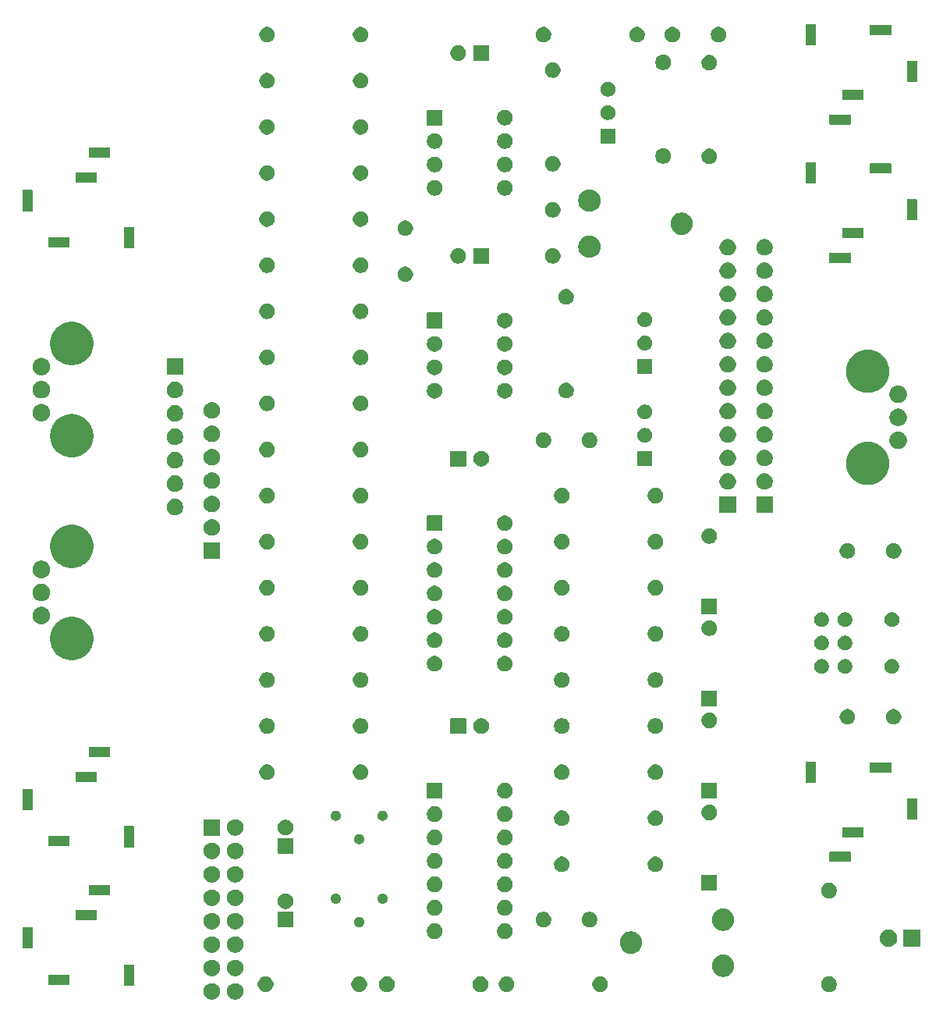
<source format=gbr>
G04 #@! TF.GenerationSoftware,KiCad,Pcbnew,9.0.0*
G04 #@! TF.CreationDate,2025-02-23T15:56:54-07:00*
G04 #@! TF.ProjectId,LFO_THT,4c464f5f-5448-4542-9e6b-696361645f70,rev?*
G04 #@! TF.SameCoordinates,Original*
G04 #@! TF.FileFunction,Soldermask,Bot*
G04 #@! TF.FilePolarity,Negative*
%FSLAX46Y46*%
G04 Gerber Fmt 4.6, Leading zero omitted, Abs format (unit mm)*
G04 Created by KiCad (PCBNEW 9.0.0) date 2025-02-23 15:56:54*
%MOMM*%
%LPD*%
G01*
G04 APERTURE LIST*
G04 APERTURE END LIST*
G36*
X22261546Y-106917797D02*
G01*
X22424728Y-106985389D01*
X22571588Y-107083518D01*
X22696482Y-107208412D01*
X22794611Y-107355272D01*
X22862203Y-107518454D01*
X22896661Y-107691687D01*
X22896661Y-107868313D01*
X22862203Y-108041546D01*
X22794611Y-108204728D01*
X22696482Y-108351588D01*
X22571588Y-108476482D01*
X22424728Y-108574611D01*
X22261546Y-108642203D01*
X22088313Y-108676661D01*
X21911687Y-108676661D01*
X21738454Y-108642203D01*
X21575272Y-108574611D01*
X21428412Y-108476482D01*
X21303518Y-108351588D01*
X21205389Y-108204728D01*
X21137797Y-108041546D01*
X21103339Y-107868313D01*
X21103339Y-107691687D01*
X21137797Y-107518454D01*
X21205389Y-107355272D01*
X21303518Y-107208412D01*
X21428412Y-107083518D01*
X21575272Y-106985389D01*
X21738454Y-106917797D01*
X21911687Y-106883339D01*
X22088313Y-106883339D01*
X22261546Y-106917797D01*
G37*
G36*
X24801546Y-106917797D02*
G01*
X24964728Y-106985389D01*
X25111588Y-107083518D01*
X25236482Y-107208412D01*
X25334611Y-107355272D01*
X25402203Y-107518454D01*
X25436661Y-107691687D01*
X25436661Y-107868313D01*
X25402203Y-108041546D01*
X25334611Y-108204728D01*
X25236482Y-108351588D01*
X25111588Y-108476482D01*
X24964728Y-108574611D01*
X24801546Y-108642203D01*
X24628313Y-108676661D01*
X24451687Y-108676661D01*
X24278454Y-108642203D01*
X24115272Y-108574611D01*
X23968412Y-108476482D01*
X23843518Y-108351588D01*
X23745389Y-108204728D01*
X23677797Y-108041546D01*
X23643339Y-107868313D01*
X23643339Y-107691687D01*
X23677797Y-107518454D01*
X23745389Y-107355272D01*
X23843518Y-107208412D01*
X23968412Y-107083518D01*
X24115272Y-106985389D01*
X24278454Y-106917797D01*
X24451687Y-106883339D01*
X24628313Y-106883339D01*
X24801546Y-106917797D01*
G37*
G36*
X28087032Y-106185644D02*
G01*
X28241159Y-106249485D01*
X28379869Y-106342168D01*
X28497832Y-106460131D01*
X28590515Y-106598841D01*
X28654356Y-106752968D01*
X28686902Y-106916587D01*
X28686902Y-107083413D01*
X28654356Y-107247032D01*
X28590515Y-107401159D01*
X28497832Y-107539869D01*
X28379869Y-107657832D01*
X28241159Y-107750515D01*
X28087032Y-107814356D01*
X27923413Y-107846902D01*
X27756587Y-107846902D01*
X27592968Y-107814356D01*
X27438841Y-107750515D01*
X27300131Y-107657832D01*
X27182168Y-107539869D01*
X27089485Y-107401159D01*
X27025644Y-107247032D01*
X26993098Y-107083413D01*
X26993098Y-106916587D01*
X27025644Y-106752968D01*
X27089485Y-106598841D01*
X27182168Y-106460131D01*
X27300131Y-106342168D01*
X27438841Y-106249485D01*
X27592968Y-106185644D01*
X27756587Y-106153098D01*
X27923413Y-106153098D01*
X28087032Y-106185644D01*
G37*
G36*
X38247032Y-106185644D02*
G01*
X38401159Y-106249485D01*
X38539869Y-106342168D01*
X38657832Y-106460131D01*
X38750515Y-106598841D01*
X38814356Y-106752968D01*
X38846902Y-106916587D01*
X38846902Y-107083413D01*
X38814356Y-107247032D01*
X38750515Y-107401159D01*
X38657832Y-107539869D01*
X38539869Y-107657832D01*
X38401159Y-107750515D01*
X38247032Y-107814356D01*
X38083413Y-107846902D01*
X37916587Y-107846902D01*
X37752968Y-107814356D01*
X37598841Y-107750515D01*
X37460131Y-107657832D01*
X37342168Y-107539869D01*
X37249485Y-107401159D01*
X37185644Y-107247032D01*
X37153098Y-107083413D01*
X37153098Y-106916587D01*
X37185644Y-106752968D01*
X37249485Y-106598841D01*
X37342168Y-106460131D01*
X37460131Y-106342168D01*
X37598841Y-106249485D01*
X37752968Y-106185644D01*
X37916587Y-106153098D01*
X38083413Y-106153098D01*
X38247032Y-106185644D01*
G37*
G36*
X41247032Y-106185644D02*
G01*
X41401159Y-106249485D01*
X41539869Y-106342168D01*
X41657832Y-106460131D01*
X41750515Y-106598841D01*
X41814356Y-106752968D01*
X41846902Y-106916587D01*
X41846902Y-107083413D01*
X41814356Y-107247032D01*
X41750515Y-107401159D01*
X41657832Y-107539869D01*
X41539869Y-107657832D01*
X41401159Y-107750515D01*
X41247032Y-107814356D01*
X41083413Y-107846902D01*
X40916587Y-107846902D01*
X40752968Y-107814356D01*
X40598841Y-107750515D01*
X40460131Y-107657832D01*
X40342168Y-107539869D01*
X40249485Y-107401159D01*
X40185644Y-107247032D01*
X40153098Y-107083413D01*
X40153098Y-106916587D01*
X40185644Y-106752968D01*
X40249485Y-106598841D01*
X40342168Y-106460131D01*
X40460131Y-106342168D01*
X40598841Y-106249485D01*
X40752968Y-106185644D01*
X40916587Y-106153098D01*
X41083413Y-106153098D01*
X41247032Y-106185644D01*
G37*
G36*
X51407032Y-106185644D02*
G01*
X51561159Y-106249485D01*
X51699869Y-106342168D01*
X51817832Y-106460131D01*
X51910515Y-106598841D01*
X51974356Y-106752968D01*
X52006902Y-106916587D01*
X52006902Y-107083413D01*
X51974356Y-107247032D01*
X51910515Y-107401159D01*
X51817832Y-107539869D01*
X51699869Y-107657832D01*
X51561159Y-107750515D01*
X51407032Y-107814356D01*
X51243413Y-107846902D01*
X51076587Y-107846902D01*
X50912968Y-107814356D01*
X50758841Y-107750515D01*
X50620131Y-107657832D01*
X50502168Y-107539869D01*
X50409485Y-107401159D01*
X50345644Y-107247032D01*
X50313098Y-107083413D01*
X50313098Y-106916587D01*
X50345644Y-106752968D01*
X50409485Y-106598841D01*
X50502168Y-106460131D01*
X50620131Y-106342168D01*
X50758841Y-106249485D01*
X50912968Y-106185644D01*
X51076587Y-106153098D01*
X51243413Y-106153098D01*
X51407032Y-106185644D01*
G37*
G36*
X54247032Y-106185644D02*
G01*
X54401159Y-106249485D01*
X54539869Y-106342168D01*
X54657832Y-106460131D01*
X54750515Y-106598841D01*
X54814356Y-106752968D01*
X54846902Y-106916587D01*
X54846902Y-107083413D01*
X54814356Y-107247032D01*
X54750515Y-107401159D01*
X54657832Y-107539869D01*
X54539869Y-107657832D01*
X54401159Y-107750515D01*
X54247032Y-107814356D01*
X54083413Y-107846902D01*
X53916587Y-107846902D01*
X53752968Y-107814356D01*
X53598841Y-107750515D01*
X53460131Y-107657832D01*
X53342168Y-107539869D01*
X53249485Y-107401159D01*
X53185644Y-107247032D01*
X53153098Y-107083413D01*
X53153098Y-106916587D01*
X53185644Y-106752968D01*
X53249485Y-106598841D01*
X53342168Y-106460131D01*
X53460131Y-106342168D01*
X53598841Y-106249485D01*
X53752968Y-106185644D01*
X53916587Y-106153098D01*
X54083413Y-106153098D01*
X54247032Y-106185644D01*
G37*
G36*
X64407032Y-106185644D02*
G01*
X64561159Y-106249485D01*
X64699869Y-106342168D01*
X64817832Y-106460131D01*
X64910515Y-106598841D01*
X64974356Y-106752968D01*
X65006902Y-106916587D01*
X65006902Y-107083413D01*
X64974356Y-107247032D01*
X64910515Y-107401159D01*
X64817832Y-107539869D01*
X64699869Y-107657832D01*
X64561159Y-107750515D01*
X64407032Y-107814356D01*
X64243413Y-107846902D01*
X64076587Y-107846902D01*
X63912968Y-107814356D01*
X63758841Y-107750515D01*
X63620131Y-107657832D01*
X63502168Y-107539869D01*
X63409485Y-107401159D01*
X63345644Y-107247032D01*
X63313098Y-107083413D01*
X63313098Y-106916587D01*
X63345644Y-106752968D01*
X63409485Y-106598841D01*
X63502168Y-106460131D01*
X63620131Y-106342168D01*
X63758841Y-106249485D01*
X63912968Y-106185644D01*
X64076587Y-106153098D01*
X64243413Y-106153098D01*
X64407032Y-106185644D01*
G37*
G36*
X89247032Y-106185644D02*
G01*
X89401159Y-106249485D01*
X89539869Y-106342168D01*
X89657832Y-106460131D01*
X89750515Y-106598841D01*
X89814356Y-106752968D01*
X89846902Y-106916587D01*
X89846902Y-107083413D01*
X89814356Y-107247032D01*
X89750515Y-107401159D01*
X89657832Y-107539869D01*
X89539869Y-107657832D01*
X89401159Y-107750515D01*
X89247032Y-107814356D01*
X89083413Y-107846902D01*
X88916587Y-107846902D01*
X88752968Y-107814356D01*
X88598841Y-107750515D01*
X88460131Y-107657832D01*
X88342168Y-107539869D01*
X88249485Y-107401159D01*
X88185644Y-107247032D01*
X88153098Y-107083413D01*
X88153098Y-106916587D01*
X88185644Y-106752968D01*
X88249485Y-106598841D01*
X88342168Y-106460131D01*
X88460131Y-106342168D01*
X88598841Y-106249485D01*
X88752968Y-106185644D01*
X88916587Y-106153098D01*
X89083413Y-106153098D01*
X89247032Y-106185644D01*
G37*
G36*
X13519517Y-104852882D02*
G01*
X13536062Y-104863938D01*
X13547118Y-104880483D01*
X13551000Y-104900000D01*
X13551000Y-107100000D01*
X13547118Y-107119517D01*
X13536062Y-107136062D01*
X13519517Y-107147118D01*
X13500000Y-107151000D01*
X12500000Y-107151000D01*
X12480483Y-107147118D01*
X12463938Y-107136062D01*
X12452882Y-107119517D01*
X12449000Y-107100000D01*
X12449000Y-104900000D01*
X12452882Y-104880483D01*
X12463938Y-104863938D01*
X12480483Y-104852882D01*
X12500000Y-104849000D01*
X13500000Y-104849000D01*
X13519517Y-104852882D01*
G37*
G36*
X6519517Y-105952882D02*
G01*
X6536062Y-105963938D01*
X6547118Y-105980483D01*
X6551000Y-106000000D01*
X6551000Y-107000000D01*
X6547118Y-107019517D01*
X6536062Y-107036062D01*
X6519517Y-107047118D01*
X6500000Y-107051000D01*
X4300000Y-107051000D01*
X4280483Y-107047118D01*
X4263938Y-107036062D01*
X4252882Y-107019517D01*
X4249000Y-107000000D01*
X4249000Y-106000000D01*
X4252882Y-105980483D01*
X4263938Y-105963938D01*
X4280483Y-105952882D01*
X4300000Y-105949000D01*
X6500000Y-105949000D01*
X6519517Y-105952882D01*
G37*
G36*
X77785037Y-103812736D02*
G01*
X77967256Y-103871943D01*
X78137971Y-103958926D01*
X78292976Y-104071544D01*
X78428456Y-104207024D01*
X78541074Y-104362029D01*
X78628057Y-104532744D01*
X78687264Y-104714963D01*
X78717236Y-104904201D01*
X78717236Y-105095799D01*
X78687264Y-105285037D01*
X78628057Y-105467256D01*
X78541074Y-105637971D01*
X78428456Y-105792976D01*
X78292976Y-105928456D01*
X78137971Y-106041074D01*
X77967256Y-106128057D01*
X77785037Y-106187264D01*
X77595799Y-106217236D01*
X77404201Y-106217236D01*
X77214963Y-106187264D01*
X77032744Y-106128057D01*
X76862029Y-106041074D01*
X76707024Y-105928456D01*
X76571544Y-105792976D01*
X76458926Y-105637971D01*
X76371943Y-105467256D01*
X76312736Y-105285037D01*
X76282764Y-105095799D01*
X76282764Y-104904201D01*
X76312736Y-104714963D01*
X76371943Y-104532744D01*
X76458926Y-104362029D01*
X76571544Y-104207024D01*
X76707024Y-104071544D01*
X76862029Y-103958926D01*
X77032744Y-103871943D01*
X77214963Y-103812736D01*
X77404201Y-103782764D01*
X77595799Y-103782764D01*
X77785037Y-103812736D01*
G37*
G36*
X22261546Y-104377797D02*
G01*
X22424728Y-104445389D01*
X22571588Y-104543518D01*
X22696482Y-104668412D01*
X22794611Y-104815272D01*
X22862203Y-104978454D01*
X22896661Y-105151687D01*
X22896661Y-105328313D01*
X22862203Y-105501546D01*
X22794611Y-105664728D01*
X22696482Y-105811588D01*
X22571588Y-105936482D01*
X22424728Y-106034611D01*
X22261546Y-106102203D01*
X22088313Y-106136661D01*
X21911687Y-106136661D01*
X21738454Y-106102203D01*
X21575272Y-106034611D01*
X21428412Y-105936482D01*
X21303518Y-105811588D01*
X21205389Y-105664728D01*
X21137797Y-105501546D01*
X21103339Y-105328313D01*
X21103339Y-105151687D01*
X21137797Y-104978454D01*
X21205389Y-104815272D01*
X21303518Y-104668412D01*
X21428412Y-104543518D01*
X21575272Y-104445389D01*
X21738454Y-104377797D01*
X21911687Y-104343339D01*
X22088313Y-104343339D01*
X22261546Y-104377797D01*
G37*
G36*
X24801546Y-104377797D02*
G01*
X24964728Y-104445389D01*
X25111588Y-104543518D01*
X25236482Y-104668412D01*
X25334611Y-104815272D01*
X25402203Y-104978454D01*
X25436661Y-105151687D01*
X25436661Y-105328313D01*
X25402203Y-105501546D01*
X25334611Y-105664728D01*
X25236482Y-105811588D01*
X25111588Y-105936482D01*
X24964728Y-106034611D01*
X24801546Y-106102203D01*
X24628313Y-106136661D01*
X24451687Y-106136661D01*
X24278454Y-106102203D01*
X24115272Y-106034611D01*
X23968412Y-105936482D01*
X23843518Y-105811588D01*
X23745389Y-105664728D01*
X23677797Y-105501546D01*
X23643339Y-105328313D01*
X23643339Y-105151687D01*
X23677797Y-104978454D01*
X23745389Y-104815272D01*
X23843518Y-104668412D01*
X23968412Y-104543518D01*
X24115272Y-104445389D01*
X24278454Y-104377797D01*
X24451687Y-104343339D01*
X24628313Y-104343339D01*
X24801546Y-104377797D01*
G37*
G36*
X67785037Y-101312736D02*
G01*
X67967256Y-101371943D01*
X68137971Y-101458926D01*
X68292976Y-101571544D01*
X68428456Y-101707024D01*
X68541074Y-101862029D01*
X68628057Y-102032744D01*
X68687264Y-102214963D01*
X68717236Y-102404201D01*
X68717236Y-102595799D01*
X68687264Y-102785037D01*
X68628057Y-102967256D01*
X68541074Y-103137971D01*
X68428456Y-103292976D01*
X68292976Y-103428456D01*
X68137971Y-103541074D01*
X67967256Y-103628057D01*
X67785037Y-103687264D01*
X67595799Y-103717236D01*
X67404201Y-103717236D01*
X67214963Y-103687264D01*
X67032744Y-103628057D01*
X66862029Y-103541074D01*
X66707024Y-103428456D01*
X66571544Y-103292976D01*
X66458926Y-103137971D01*
X66371943Y-102967256D01*
X66312736Y-102785037D01*
X66282764Y-102595799D01*
X66282764Y-102404201D01*
X66312736Y-102214963D01*
X66371943Y-102032744D01*
X66458926Y-101862029D01*
X66571544Y-101707024D01*
X66707024Y-101571544D01*
X66862029Y-101458926D01*
X67032744Y-101371943D01*
X67214963Y-101312736D01*
X67404201Y-101282764D01*
X67595799Y-101282764D01*
X67785037Y-101312736D01*
G37*
G36*
X22261546Y-101837797D02*
G01*
X22424728Y-101905389D01*
X22571588Y-102003518D01*
X22696482Y-102128412D01*
X22794611Y-102275272D01*
X22862203Y-102438454D01*
X22896661Y-102611687D01*
X22896661Y-102788313D01*
X22862203Y-102961546D01*
X22794611Y-103124728D01*
X22696482Y-103271588D01*
X22571588Y-103396482D01*
X22424728Y-103494611D01*
X22261546Y-103562203D01*
X22088313Y-103596661D01*
X21911687Y-103596661D01*
X21738454Y-103562203D01*
X21575272Y-103494611D01*
X21428412Y-103396482D01*
X21303518Y-103271588D01*
X21205389Y-103124728D01*
X21137797Y-102961546D01*
X21103339Y-102788313D01*
X21103339Y-102611687D01*
X21137797Y-102438454D01*
X21205389Y-102275272D01*
X21303518Y-102128412D01*
X21428412Y-102003518D01*
X21575272Y-101905389D01*
X21738454Y-101837797D01*
X21911687Y-101803339D01*
X22088313Y-101803339D01*
X22261546Y-101837797D01*
G37*
G36*
X24801546Y-101837797D02*
G01*
X24964728Y-101905389D01*
X25111588Y-102003518D01*
X25236482Y-102128412D01*
X25334611Y-102275272D01*
X25402203Y-102438454D01*
X25436661Y-102611687D01*
X25436661Y-102788313D01*
X25402203Y-102961546D01*
X25334611Y-103124728D01*
X25236482Y-103271588D01*
X25111588Y-103396482D01*
X24964728Y-103494611D01*
X24801546Y-103562203D01*
X24628313Y-103596661D01*
X24451687Y-103596661D01*
X24278454Y-103562203D01*
X24115272Y-103494611D01*
X23968412Y-103396482D01*
X23843518Y-103271588D01*
X23745389Y-103124728D01*
X23677797Y-102961546D01*
X23643339Y-102788313D01*
X23643339Y-102611687D01*
X23677797Y-102438454D01*
X23745389Y-102275272D01*
X23843518Y-102128412D01*
X23968412Y-102003518D01*
X24115272Y-101905389D01*
X24278454Y-101837797D01*
X24451687Y-101803339D01*
X24628313Y-101803339D01*
X24801546Y-101837797D01*
G37*
G36*
X2519517Y-100852882D02*
G01*
X2536062Y-100863938D01*
X2547118Y-100880483D01*
X2551000Y-100900000D01*
X2551000Y-103100000D01*
X2547118Y-103119517D01*
X2536062Y-103136062D01*
X2519517Y-103147118D01*
X2500000Y-103151000D01*
X1500000Y-103151000D01*
X1480483Y-103147118D01*
X1463938Y-103136062D01*
X1452882Y-103119517D01*
X1449000Y-103100000D01*
X1449000Y-100900000D01*
X1452882Y-100880483D01*
X1463938Y-100863938D01*
X1480483Y-100852882D01*
X1500000Y-100849000D01*
X2500000Y-100849000D01*
X2519517Y-100852882D01*
G37*
G36*
X98919517Y-101052882D02*
G01*
X98936062Y-101063938D01*
X98947118Y-101080483D01*
X98951000Y-101100000D01*
X98951000Y-102900000D01*
X98947118Y-102919517D01*
X98936062Y-102936062D01*
X98919517Y-102947118D01*
X98900000Y-102951000D01*
X97100000Y-102951000D01*
X97080483Y-102947118D01*
X97063938Y-102936062D01*
X97052882Y-102919517D01*
X97049000Y-102900000D01*
X97049000Y-101100000D01*
X97052882Y-101080483D01*
X97063938Y-101063938D01*
X97080483Y-101052882D01*
X97100000Y-101049000D01*
X98900000Y-101049000D01*
X98919517Y-101052882D01*
G37*
G36*
X95542553Y-101053579D02*
G01*
X95553214Y-101053579D01*
X95594865Y-101061864D01*
X95681916Y-101075651D01*
X95709918Y-101084749D01*
X95736061Y-101089950D01*
X95772956Y-101105232D01*
X95823784Y-101121748D01*
X95871399Y-101146009D01*
X95908298Y-101161293D01*
X95930463Y-101176103D01*
X95956693Y-101189468D01*
X96027990Y-101241268D01*
X96063308Y-101264867D01*
X96070846Y-101272405D01*
X96077370Y-101277145D01*
X96182854Y-101382629D01*
X96187593Y-101389152D01*
X96195133Y-101396692D01*
X96218734Y-101432014D01*
X96270531Y-101503306D01*
X96283894Y-101529533D01*
X96298707Y-101551702D01*
X96313993Y-101588605D01*
X96338251Y-101636215D01*
X96354764Y-101687035D01*
X96370050Y-101723939D01*
X96375251Y-101750086D01*
X96384348Y-101778083D01*
X96398134Y-101865125D01*
X96406421Y-101906786D01*
X96406421Y-101917447D01*
X96407683Y-101925415D01*
X96407683Y-102074584D01*
X96406421Y-102082551D01*
X96406421Y-102093214D01*
X96398133Y-102134877D01*
X96384348Y-102221916D01*
X96375251Y-102249910D01*
X96370050Y-102276061D01*
X96354762Y-102312968D01*
X96338251Y-102363784D01*
X96313995Y-102411388D01*
X96298707Y-102448298D01*
X96283892Y-102470470D01*
X96270531Y-102496693D01*
X96218742Y-102567973D01*
X96195133Y-102603308D01*
X96187591Y-102610849D01*
X96182854Y-102617370D01*
X96077370Y-102722854D01*
X96070849Y-102727591D01*
X96063308Y-102735133D01*
X96027973Y-102758742D01*
X95956693Y-102810531D01*
X95930470Y-102823892D01*
X95908298Y-102838707D01*
X95871388Y-102853995D01*
X95823784Y-102878251D01*
X95772968Y-102894762D01*
X95736061Y-102910050D01*
X95709910Y-102915251D01*
X95681916Y-102924348D01*
X95594875Y-102938133D01*
X95553214Y-102946421D01*
X95542553Y-102946421D01*
X95534585Y-102947683D01*
X95385415Y-102947683D01*
X95377447Y-102946421D01*
X95366786Y-102946421D01*
X95325125Y-102938134D01*
X95238083Y-102924348D01*
X95210086Y-102915251D01*
X95183939Y-102910050D01*
X95147035Y-102894764D01*
X95096215Y-102878251D01*
X95048605Y-102853993D01*
X95011702Y-102838707D01*
X94989533Y-102823894D01*
X94963306Y-102810531D01*
X94892014Y-102758734D01*
X94856692Y-102735133D01*
X94849152Y-102727593D01*
X94842629Y-102722854D01*
X94737145Y-102617370D01*
X94732405Y-102610846D01*
X94724867Y-102603308D01*
X94701268Y-102567990D01*
X94649468Y-102496693D01*
X94636103Y-102470463D01*
X94621293Y-102448298D01*
X94606009Y-102411399D01*
X94581748Y-102363784D01*
X94565232Y-102312956D01*
X94549950Y-102276061D01*
X94544749Y-102249918D01*
X94535651Y-102221916D01*
X94521864Y-102134867D01*
X94513579Y-102093214D01*
X94513579Y-102082552D01*
X94512317Y-102074584D01*
X94512317Y-101925415D01*
X94513579Y-101917446D01*
X94513579Y-101906786D01*
X94521863Y-101865136D01*
X94535651Y-101778083D01*
X94544750Y-101750078D01*
X94549950Y-101723939D01*
X94565231Y-101687046D01*
X94581748Y-101636215D01*
X94606011Y-101588595D01*
X94621293Y-101551702D01*
X94636101Y-101529539D01*
X94649468Y-101503306D01*
X94701277Y-101431996D01*
X94724867Y-101396692D01*
X94732402Y-101389156D01*
X94737145Y-101382629D01*
X94842629Y-101277145D01*
X94849156Y-101272402D01*
X94856692Y-101264867D01*
X94891996Y-101241277D01*
X94963306Y-101189468D01*
X94989539Y-101176101D01*
X95011702Y-101161293D01*
X95048595Y-101146011D01*
X95096215Y-101121748D01*
X95147046Y-101105231D01*
X95183939Y-101089950D01*
X95210078Y-101084750D01*
X95238083Y-101075651D01*
X95325136Y-101061863D01*
X95366786Y-101053579D01*
X95377447Y-101053579D01*
X95385415Y-101052317D01*
X95534585Y-101052317D01*
X95542553Y-101053579D01*
G37*
G36*
X46437032Y-100425644D02*
G01*
X46591159Y-100489485D01*
X46729869Y-100582168D01*
X46847832Y-100700131D01*
X46940515Y-100838841D01*
X47004356Y-100992968D01*
X47036902Y-101156587D01*
X47036902Y-101323413D01*
X47004356Y-101487032D01*
X46940515Y-101641159D01*
X46847832Y-101779869D01*
X46729869Y-101897832D01*
X46591159Y-101990515D01*
X46437032Y-102054356D01*
X46273413Y-102086902D01*
X46106587Y-102086902D01*
X45942968Y-102054356D01*
X45788841Y-101990515D01*
X45650131Y-101897832D01*
X45532168Y-101779869D01*
X45439485Y-101641159D01*
X45375644Y-101487032D01*
X45343098Y-101323413D01*
X45343098Y-101156587D01*
X45375644Y-100992968D01*
X45439485Y-100838841D01*
X45532168Y-100700131D01*
X45650131Y-100582168D01*
X45788841Y-100489485D01*
X45942968Y-100425644D01*
X46106587Y-100393098D01*
X46273413Y-100393098D01*
X46437032Y-100425644D01*
G37*
G36*
X54057032Y-100425644D02*
G01*
X54211159Y-100489485D01*
X54349869Y-100582168D01*
X54467832Y-100700131D01*
X54560515Y-100838841D01*
X54624356Y-100992968D01*
X54656902Y-101156587D01*
X54656902Y-101323413D01*
X54624356Y-101487032D01*
X54560515Y-101641159D01*
X54467832Y-101779869D01*
X54349869Y-101897832D01*
X54211159Y-101990515D01*
X54057032Y-102054356D01*
X53893413Y-102086902D01*
X53726587Y-102086902D01*
X53562968Y-102054356D01*
X53408841Y-101990515D01*
X53270131Y-101897832D01*
X53152168Y-101779869D01*
X53059485Y-101641159D01*
X52995644Y-101487032D01*
X52963098Y-101323413D01*
X52963098Y-101156587D01*
X52995644Y-100992968D01*
X53059485Y-100838841D01*
X53152168Y-100700131D01*
X53270131Y-100582168D01*
X53408841Y-100489485D01*
X53562968Y-100425644D01*
X53726587Y-100393098D01*
X53893413Y-100393098D01*
X54057032Y-100425644D01*
G37*
G36*
X77785037Y-98812736D02*
G01*
X77967256Y-98871943D01*
X78137971Y-98958926D01*
X78292976Y-99071544D01*
X78428456Y-99207024D01*
X78541074Y-99362029D01*
X78628057Y-99532744D01*
X78687264Y-99714963D01*
X78717236Y-99904201D01*
X78717236Y-100095799D01*
X78687264Y-100285037D01*
X78628057Y-100467256D01*
X78541074Y-100637971D01*
X78428456Y-100792976D01*
X78292976Y-100928456D01*
X78137971Y-101041074D01*
X77967256Y-101128057D01*
X77785037Y-101187264D01*
X77595799Y-101217236D01*
X77404201Y-101217236D01*
X77214963Y-101187264D01*
X77032744Y-101128057D01*
X76862029Y-101041074D01*
X76707024Y-100928456D01*
X76571544Y-100792976D01*
X76458926Y-100637971D01*
X76371943Y-100467256D01*
X76312736Y-100285037D01*
X76282764Y-100095799D01*
X76282764Y-99904201D01*
X76312736Y-99714963D01*
X76371943Y-99532744D01*
X76458926Y-99362029D01*
X76571544Y-99207024D01*
X76707024Y-99071544D01*
X76862029Y-98958926D01*
X77032744Y-98871943D01*
X77214963Y-98812736D01*
X77404201Y-98782764D01*
X77595799Y-98782764D01*
X77785037Y-98812736D01*
G37*
G36*
X22261546Y-99297797D02*
G01*
X22424728Y-99365389D01*
X22571588Y-99463518D01*
X22696482Y-99588412D01*
X22794611Y-99735272D01*
X22862203Y-99898454D01*
X22896661Y-100071687D01*
X22896661Y-100248313D01*
X22862203Y-100421546D01*
X22794611Y-100584728D01*
X22696482Y-100731588D01*
X22571588Y-100856482D01*
X22424728Y-100954611D01*
X22261546Y-101022203D01*
X22088313Y-101056661D01*
X21911687Y-101056661D01*
X21738454Y-101022203D01*
X21575272Y-100954611D01*
X21428412Y-100856482D01*
X21303518Y-100731588D01*
X21205389Y-100584728D01*
X21137797Y-100421546D01*
X21103339Y-100248313D01*
X21103339Y-100071687D01*
X21137797Y-99898454D01*
X21205389Y-99735272D01*
X21303518Y-99588412D01*
X21428412Y-99463518D01*
X21575272Y-99365389D01*
X21738454Y-99297797D01*
X21911687Y-99263339D01*
X22088313Y-99263339D01*
X22261546Y-99297797D01*
G37*
G36*
X24801546Y-99297797D02*
G01*
X24964728Y-99365389D01*
X25111588Y-99463518D01*
X25236482Y-99588412D01*
X25334611Y-99735272D01*
X25402203Y-99898454D01*
X25436661Y-100071687D01*
X25436661Y-100248313D01*
X25402203Y-100421546D01*
X25334611Y-100584728D01*
X25236482Y-100731588D01*
X25111588Y-100856482D01*
X24964728Y-100954611D01*
X24801546Y-101022203D01*
X24628313Y-101056661D01*
X24451687Y-101056661D01*
X24278454Y-101022203D01*
X24115272Y-100954611D01*
X23968412Y-100856482D01*
X23843518Y-100731588D01*
X23745389Y-100584728D01*
X23677797Y-100421546D01*
X23643339Y-100248313D01*
X23643339Y-100071687D01*
X23677797Y-99898454D01*
X23745389Y-99735272D01*
X23843518Y-99588412D01*
X23968412Y-99463518D01*
X24115272Y-99365389D01*
X24278454Y-99297797D01*
X24451687Y-99263339D01*
X24628313Y-99263339D01*
X24801546Y-99297797D01*
G37*
G36*
X30819517Y-99152882D02*
G01*
X30836062Y-99163938D01*
X30847118Y-99180483D01*
X30851000Y-99200000D01*
X30851000Y-100800000D01*
X30847118Y-100819517D01*
X30836062Y-100836062D01*
X30819517Y-100847118D01*
X30800000Y-100851000D01*
X29200000Y-100851000D01*
X29180483Y-100847118D01*
X29163938Y-100836062D01*
X29152882Y-100819517D01*
X29149000Y-100800000D01*
X29149000Y-99200000D01*
X29152882Y-99180483D01*
X29163938Y-99163938D01*
X29180483Y-99152882D01*
X29200000Y-99149000D01*
X30800000Y-99149000D01*
X30819517Y-99152882D01*
G37*
G36*
X58247032Y-99185644D02*
G01*
X58401159Y-99249485D01*
X58539869Y-99342168D01*
X58657832Y-99460131D01*
X58750515Y-99598841D01*
X58814356Y-99752968D01*
X58846902Y-99916587D01*
X58846902Y-100083413D01*
X58814356Y-100247032D01*
X58750515Y-100401159D01*
X58657832Y-100539869D01*
X58539869Y-100657832D01*
X58401159Y-100750515D01*
X58247032Y-100814356D01*
X58083413Y-100846902D01*
X57916587Y-100846902D01*
X57752968Y-100814356D01*
X57598841Y-100750515D01*
X57460131Y-100657832D01*
X57342168Y-100539869D01*
X57249485Y-100401159D01*
X57185644Y-100247032D01*
X57153098Y-100083413D01*
X57153098Y-99916587D01*
X57185644Y-99752968D01*
X57249485Y-99598841D01*
X57342168Y-99460131D01*
X57460131Y-99342168D01*
X57598841Y-99249485D01*
X57752968Y-99185644D01*
X57916587Y-99153098D01*
X58083413Y-99153098D01*
X58247032Y-99185644D01*
G37*
G36*
X63247032Y-99185644D02*
G01*
X63401159Y-99249485D01*
X63539869Y-99342168D01*
X63657832Y-99460131D01*
X63750515Y-99598841D01*
X63814356Y-99752968D01*
X63846902Y-99916587D01*
X63846902Y-100083413D01*
X63814356Y-100247032D01*
X63750515Y-100401159D01*
X63657832Y-100539869D01*
X63539869Y-100657832D01*
X63401159Y-100750515D01*
X63247032Y-100814356D01*
X63083413Y-100846902D01*
X62916587Y-100846902D01*
X62752968Y-100814356D01*
X62598841Y-100750515D01*
X62460131Y-100657832D01*
X62342168Y-100539869D01*
X62249485Y-100401159D01*
X62185644Y-100247032D01*
X62153098Y-100083413D01*
X62153098Y-99916587D01*
X62185644Y-99752968D01*
X62249485Y-99598841D01*
X62342168Y-99460131D01*
X62460131Y-99342168D01*
X62598841Y-99249485D01*
X62752968Y-99185644D01*
X62916587Y-99153098D01*
X63083413Y-99153098D01*
X63247032Y-99185644D01*
G37*
G36*
X38061284Y-99723714D02*
G01*
X38071920Y-99723714D01*
X38102566Y-99731925D01*
X38159770Y-99743304D01*
X38186769Y-99754487D01*
X38210859Y-99760942D01*
X38232454Y-99773410D01*
X38259453Y-99784593D01*
X38307940Y-99816992D01*
X38335428Y-99832862D01*
X38342953Y-99840387D01*
X38349165Y-99844538D01*
X38425461Y-99920834D01*
X38429611Y-99927045D01*
X38437138Y-99934572D01*
X38453009Y-99962062D01*
X38485406Y-100010546D01*
X38496587Y-100037542D01*
X38509058Y-100059141D01*
X38515513Y-100083234D01*
X38526695Y-100110229D01*
X38538072Y-100167428D01*
X38546286Y-100198080D01*
X38546286Y-100208716D01*
X38547745Y-100216051D01*
X38547745Y-100323948D01*
X38546286Y-100331282D01*
X38546286Y-100341920D01*
X38538072Y-100372574D01*
X38526695Y-100429770D01*
X38515514Y-100456763D01*
X38509058Y-100480859D01*
X38496586Y-100502460D01*
X38485406Y-100529453D01*
X38453014Y-100577929D01*
X38437138Y-100605428D01*
X38429609Y-100612956D01*
X38425461Y-100619165D01*
X38349165Y-100695461D01*
X38342956Y-100699609D01*
X38335428Y-100707138D01*
X38307929Y-100723014D01*
X38259453Y-100755406D01*
X38232460Y-100766586D01*
X38210859Y-100779058D01*
X38186763Y-100785514D01*
X38159770Y-100796695D01*
X38102573Y-100808072D01*
X38071920Y-100816286D01*
X38061284Y-100816286D01*
X38053949Y-100817745D01*
X37946051Y-100817745D01*
X37938716Y-100816286D01*
X37928080Y-100816286D01*
X37897428Y-100808072D01*
X37840229Y-100796695D01*
X37813234Y-100785513D01*
X37789141Y-100779058D01*
X37767542Y-100766587D01*
X37740546Y-100755406D01*
X37692062Y-100723009D01*
X37664572Y-100707138D01*
X37657045Y-100699611D01*
X37650834Y-100695461D01*
X37574538Y-100619165D01*
X37570387Y-100612953D01*
X37562862Y-100605428D01*
X37546992Y-100577940D01*
X37514593Y-100529453D01*
X37503410Y-100502454D01*
X37490942Y-100480859D01*
X37484487Y-100456769D01*
X37473304Y-100429770D01*
X37461925Y-100372568D01*
X37453714Y-100341920D01*
X37453714Y-100331282D01*
X37452255Y-100323948D01*
X37452255Y-100216051D01*
X37453714Y-100208716D01*
X37453714Y-100198080D01*
X37461925Y-100167434D01*
X37473304Y-100110229D01*
X37484488Y-100083227D01*
X37490942Y-100059141D01*
X37503408Y-100037548D01*
X37514593Y-100010546D01*
X37546996Y-99962051D01*
X37562862Y-99934572D01*
X37570385Y-99927048D01*
X37574538Y-99920834D01*
X37650834Y-99844538D01*
X37657048Y-99840385D01*
X37664572Y-99832862D01*
X37692051Y-99816996D01*
X37740546Y-99784593D01*
X37767548Y-99773408D01*
X37789141Y-99760942D01*
X37813227Y-99754488D01*
X37840229Y-99743304D01*
X37897434Y-99731925D01*
X37928080Y-99723714D01*
X37938716Y-99723714D01*
X37946051Y-99722255D01*
X38053949Y-99722255D01*
X38061284Y-99723714D01*
G37*
G36*
X9519517Y-98952882D02*
G01*
X9536062Y-98963938D01*
X9547118Y-98980483D01*
X9551000Y-99000000D01*
X9551000Y-100000000D01*
X9547118Y-100019517D01*
X9536062Y-100036062D01*
X9519517Y-100047118D01*
X9500000Y-100051000D01*
X7300000Y-100051000D01*
X7280483Y-100047118D01*
X7263938Y-100036062D01*
X7252882Y-100019517D01*
X7249000Y-100000000D01*
X7249000Y-99000000D01*
X7252882Y-98980483D01*
X7263938Y-98963938D01*
X7280483Y-98952882D01*
X7300000Y-98949000D01*
X9500000Y-98949000D01*
X9519517Y-98952882D01*
G37*
G36*
X46437032Y-97885644D02*
G01*
X46591159Y-97949485D01*
X46729869Y-98042168D01*
X46847832Y-98160131D01*
X46940515Y-98298841D01*
X47004356Y-98452968D01*
X47036902Y-98616587D01*
X47036902Y-98783413D01*
X47004356Y-98947032D01*
X46940515Y-99101159D01*
X46847832Y-99239869D01*
X46729869Y-99357832D01*
X46591159Y-99450515D01*
X46437032Y-99514356D01*
X46273413Y-99546902D01*
X46106587Y-99546902D01*
X45942968Y-99514356D01*
X45788841Y-99450515D01*
X45650131Y-99357832D01*
X45532168Y-99239869D01*
X45439485Y-99101159D01*
X45375644Y-98947032D01*
X45343098Y-98783413D01*
X45343098Y-98616587D01*
X45375644Y-98452968D01*
X45439485Y-98298841D01*
X45532168Y-98160131D01*
X45650131Y-98042168D01*
X45788841Y-97949485D01*
X45942968Y-97885644D01*
X46106587Y-97853098D01*
X46273413Y-97853098D01*
X46437032Y-97885644D01*
G37*
G36*
X54057032Y-97885644D02*
G01*
X54211159Y-97949485D01*
X54349869Y-98042168D01*
X54467832Y-98160131D01*
X54560515Y-98298841D01*
X54624356Y-98452968D01*
X54656902Y-98616587D01*
X54656902Y-98783413D01*
X54624356Y-98947032D01*
X54560515Y-99101159D01*
X54467832Y-99239869D01*
X54349869Y-99357832D01*
X54211159Y-99450515D01*
X54057032Y-99514356D01*
X53893413Y-99546902D01*
X53726587Y-99546902D01*
X53562968Y-99514356D01*
X53408841Y-99450515D01*
X53270131Y-99357832D01*
X53152168Y-99239869D01*
X53059485Y-99101159D01*
X52995644Y-98947032D01*
X52963098Y-98783413D01*
X52963098Y-98616587D01*
X52995644Y-98452968D01*
X53059485Y-98298841D01*
X53152168Y-98160131D01*
X53270131Y-98042168D01*
X53408841Y-97949485D01*
X53562968Y-97885644D01*
X53726587Y-97853098D01*
X53893413Y-97853098D01*
X54057032Y-97885644D01*
G37*
G36*
X30247032Y-97185644D02*
G01*
X30401159Y-97249485D01*
X30539869Y-97342168D01*
X30657832Y-97460131D01*
X30750515Y-97598841D01*
X30814356Y-97752968D01*
X30846902Y-97916587D01*
X30846902Y-98083413D01*
X30814356Y-98247032D01*
X30750515Y-98401159D01*
X30657832Y-98539869D01*
X30539869Y-98657832D01*
X30401159Y-98750515D01*
X30247032Y-98814356D01*
X30083413Y-98846902D01*
X29916587Y-98846902D01*
X29752968Y-98814356D01*
X29598841Y-98750515D01*
X29460131Y-98657832D01*
X29342168Y-98539869D01*
X29249485Y-98401159D01*
X29185644Y-98247032D01*
X29153098Y-98083413D01*
X29153098Y-97916587D01*
X29185644Y-97752968D01*
X29249485Y-97598841D01*
X29342168Y-97460131D01*
X29460131Y-97342168D01*
X29598841Y-97249485D01*
X29752968Y-97185644D01*
X29916587Y-97153098D01*
X30083413Y-97153098D01*
X30247032Y-97185644D01*
G37*
G36*
X22261546Y-96757797D02*
G01*
X22424728Y-96825389D01*
X22571588Y-96923518D01*
X22696482Y-97048412D01*
X22794611Y-97195272D01*
X22862203Y-97358454D01*
X22896661Y-97531687D01*
X22896661Y-97708313D01*
X22862203Y-97881546D01*
X22794611Y-98044728D01*
X22696482Y-98191588D01*
X22571588Y-98316482D01*
X22424728Y-98414611D01*
X22261546Y-98482203D01*
X22088313Y-98516661D01*
X21911687Y-98516661D01*
X21738454Y-98482203D01*
X21575272Y-98414611D01*
X21428412Y-98316482D01*
X21303518Y-98191588D01*
X21205389Y-98044728D01*
X21137797Y-97881546D01*
X21103339Y-97708313D01*
X21103339Y-97531687D01*
X21137797Y-97358454D01*
X21205389Y-97195272D01*
X21303518Y-97048412D01*
X21428412Y-96923518D01*
X21575272Y-96825389D01*
X21738454Y-96757797D01*
X21911687Y-96723339D01*
X22088313Y-96723339D01*
X22261546Y-96757797D01*
G37*
G36*
X24801546Y-96757797D02*
G01*
X24964728Y-96825389D01*
X25111588Y-96923518D01*
X25236482Y-97048412D01*
X25334611Y-97195272D01*
X25402203Y-97358454D01*
X25436661Y-97531687D01*
X25436661Y-97708313D01*
X25402203Y-97881546D01*
X25334611Y-98044728D01*
X25236482Y-98191588D01*
X25111588Y-98316482D01*
X24964728Y-98414611D01*
X24801546Y-98482203D01*
X24628313Y-98516661D01*
X24451687Y-98516661D01*
X24278454Y-98482203D01*
X24115272Y-98414611D01*
X23968412Y-98316482D01*
X23843518Y-98191588D01*
X23745389Y-98044728D01*
X23677797Y-97881546D01*
X23643339Y-97708313D01*
X23643339Y-97531687D01*
X23677797Y-97358454D01*
X23745389Y-97195272D01*
X23843518Y-97048412D01*
X23968412Y-96923518D01*
X24115272Y-96825389D01*
X24278454Y-96757797D01*
X24451687Y-96723339D01*
X24628313Y-96723339D01*
X24801546Y-96757797D01*
G37*
G36*
X35521284Y-97183714D02*
G01*
X35531920Y-97183714D01*
X35562566Y-97191925D01*
X35619770Y-97203304D01*
X35646769Y-97214487D01*
X35670859Y-97220942D01*
X35692454Y-97233410D01*
X35719453Y-97244593D01*
X35767940Y-97276992D01*
X35795428Y-97292862D01*
X35802953Y-97300387D01*
X35809165Y-97304538D01*
X35885461Y-97380834D01*
X35889611Y-97387045D01*
X35897138Y-97394572D01*
X35913009Y-97422062D01*
X35945406Y-97470546D01*
X35956587Y-97497542D01*
X35969058Y-97519141D01*
X35975513Y-97543234D01*
X35986695Y-97570229D01*
X35998072Y-97627428D01*
X36006286Y-97658080D01*
X36006286Y-97668716D01*
X36007745Y-97676051D01*
X36007745Y-97783948D01*
X36006286Y-97791282D01*
X36006286Y-97801920D01*
X35998072Y-97832574D01*
X35986695Y-97889770D01*
X35975514Y-97916763D01*
X35969058Y-97940859D01*
X35956586Y-97962460D01*
X35945406Y-97989453D01*
X35913014Y-98037929D01*
X35897138Y-98065428D01*
X35889609Y-98072956D01*
X35885461Y-98079165D01*
X35809165Y-98155461D01*
X35802956Y-98159609D01*
X35795428Y-98167138D01*
X35767929Y-98183014D01*
X35719453Y-98215406D01*
X35692460Y-98226586D01*
X35670859Y-98239058D01*
X35646763Y-98245514D01*
X35619770Y-98256695D01*
X35562573Y-98268072D01*
X35531920Y-98276286D01*
X35521284Y-98276286D01*
X35513949Y-98277745D01*
X35406051Y-98277745D01*
X35398716Y-98276286D01*
X35388080Y-98276286D01*
X35357428Y-98268072D01*
X35300229Y-98256695D01*
X35273234Y-98245513D01*
X35249141Y-98239058D01*
X35227542Y-98226587D01*
X35200546Y-98215406D01*
X35152062Y-98183009D01*
X35124572Y-98167138D01*
X35117045Y-98159611D01*
X35110834Y-98155461D01*
X35034538Y-98079165D01*
X35030387Y-98072953D01*
X35022862Y-98065428D01*
X35006992Y-98037940D01*
X34974593Y-97989453D01*
X34963410Y-97962454D01*
X34950942Y-97940859D01*
X34944487Y-97916769D01*
X34933304Y-97889770D01*
X34921925Y-97832568D01*
X34913714Y-97801920D01*
X34913714Y-97791282D01*
X34912255Y-97783948D01*
X34912255Y-97676051D01*
X34913714Y-97668716D01*
X34913714Y-97658080D01*
X34921925Y-97627434D01*
X34933304Y-97570229D01*
X34944488Y-97543227D01*
X34950942Y-97519141D01*
X34963408Y-97497548D01*
X34974593Y-97470546D01*
X35006996Y-97422051D01*
X35022862Y-97394572D01*
X35030385Y-97387048D01*
X35034538Y-97380834D01*
X35110834Y-97304538D01*
X35117048Y-97300385D01*
X35124572Y-97292862D01*
X35152051Y-97276996D01*
X35200546Y-97244593D01*
X35227548Y-97233408D01*
X35249141Y-97220942D01*
X35273227Y-97214488D01*
X35300229Y-97203304D01*
X35357434Y-97191925D01*
X35388080Y-97183714D01*
X35398716Y-97183714D01*
X35406051Y-97182255D01*
X35513949Y-97182255D01*
X35521284Y-97183714D01*
G37*
G36*
X40601284Y-97183714D02*
G01*
X40611920Y-97183714D01*
X40642566Y-97191925D01*
X40699770Y-97203304D01*
X40726769Y-97214487D01*
X40750859Y-97220942D01*
X40772454Y-97233410D01*
X40799453Y-97244593D01*
X40847940Y-97276992D01*
X40875428Y-97292862D01*
X40882953Y-97300387D01*
X40889165Y-97304538D01*
X40965461Y-97380834D01*
X40969611Y-97387045D01*
X40977138Y-97394572D01*
X40993009Y-97422062D01*
X41025406Y-97470546D01*
X41036587Y-97497542D01*
X41049058Y-97519141D01*
X41055513Y-97543234D01*
X41066695Y-97570229D01*
X41078072Y-97627428D01*
X41086286Y-97658080D01*
X41086286Y-97668716D01*
X41087745Y-97676051D01*
X41087745Y-97783948D01*
X41086286Y-97791282D01*
X41086286Y-97801920D01*
X41078072Y-97832574D01*
X41066695Y-97889770D01*
X41055514Y-97916763D01*
X41049058Y-97940859D01*
X41036586Y-97962460D01*
X41025406Y-97989453D01*
X40993014Y-98037929D01*
X40977138Y-98065428D01*
X40969609Y-98072956D01*
X40965461Y-98079165D01*
X40889165Y-98155461D01*
X40882956Y-98159609D01*
X40875428Y-98167138D01*
X40847929Y-98183014D01*
X40799453Y-98215406D01*
X40772460Y-98226586D01*
X40750859Y-98239058D01*
X40726763Y-98245514D01*
X40699770Y-98256695D01*
X40642573Y-98268072D01*
X40611920Y-98276286D01*
X40601284Y-98276286D01*
X40593949Y-98277745D01*
X40486051Y-98277745D01*
X40478716Y-98276286D01*
X40468080Y-98276286D01*
X40437428Y-98268072D01*
X40380229Y-98256695D01*
X40353234Y-98245513D01*
X40329141Y-98239058D01*
X40307542Y-98226587D01*
X40280546Y-98215406D01*
X40232062Y-98183009D01*
X40204572Y-98167138D01*
X40197045Y-98159611D01*
X40190834Y-98155461D01*
X40114538Y-98079165D01*
X40110387Y-98072953D01*
X40102862Y-98065428D01*
X40086992Y-98037940D01*
X40054593Y-97989453D01*
X40043410Y-97962454D01*
X40030942Y-97940859D01*
X40024487Y-97916769D01*
X40013304Y-97889770D01*
X40001925Y-97832568D01*
X39993714Y-97801920D01*
X39993714Y-97791282D01*
X39992255Y-97783948D01*
X39992255Y-97676051D01*
X39993714Y-97668716D01*
X39993714Y-97658080D01*
X40001925Y-97627434D01*
X40013304Y-97570229D01*
X40024488Y-97543227D01*
X40030942Y-97519141D01*
X40043408Y-97497548D01*
X40054593Y-97470546D01*
X40086996Y-97422051D01*
X40102862Y-97394572D01*
X40110385Y-97387048D01*
X40114538Y-97380834D01*
X40190834Y-97304538D01*
X40197048Y-97300385D01*
X40204572Y-97292862D01*
X40232051Y-97276996D01*
X40280546Y-97244593D01*
X40307548Y-97233408D01*
X40329141Y-97220942D01*
X40353227Y-97214488D01*
X40380229Y-97203304D01*
X40437434Y-97191925D01*
X40468080Y-97183714D01*
X40478716Y-97183714D01*
X40486051Y-97182255D01*
X40593949Y-97182255D01*
X40601284Y-97183714D01*
G37*
G36*
X89247032Y-96025644D02*
G01*
X89401159Y-96089485D01*
X89539869Y-96182168D01*
X89657832Y-96300131D01*
X89750515Y-96438841D01*
X89814356Y-96592968D01*
X89846902Y-96756587D01*
X89846902Y-96923413D01*
X89814356Y-97087032D01*
X89750515Y-97241159D01*
X89657832Y-97379869D01*
X89539869Y-97497832D01*
X89401159Y-97590515D01*
X89247032Y-97654356D01*
X89083413Y-97686902D01*
X88916587Y-97686902D01*
X88752968Y-97654356D01*
X88598841Y-97590515D01*
X88460131Y-97497832D01*
X88342168Y-97379869D01*
X88249485Y-97241159D01*
X88185644Y-97087032D01*
X88153098Y-96923413D01*
X88153098Y-96756587D01*
X88185644Y-96592968D01*
X88249485Y-96438841D01*
X88342168Y-96300131D01*
X88460131Y-96182168D01*
X88598841Y-96089485D01*
X88752968Y-96025644D01*
X88916587Y-95993098D01*
X89083413Y-95993098D01*
X89247032Y-96025644D01*
G37*
G36*
X10919517Y-96252882D02*
G01*
X10936062Y-96263938D01*
X10947118Y-96280483D01*
X10951000Y-96300000D01*
X10951000Y-97300000D01*
X10947118Y-97319517D01*
X10936062Y-97336062D01*
X10919517Y-97347118D01*
X10900000Y-97351000D01*
X8700000Y-97351000D01*
X8680483Y-97347118D01*
X8663938Y-97336062D01*
X8652882Y-97319517D01*
X8649000Y-97300000D01*
X8649000Y-96300000D01*
X8652882Y-96280483D01*
X8663938Y-96263938D01*
X8680483Y-96252882D01*
X8700000Y-96249000D01*
X10900000Y-96249000D01*
X10919517Y-96252882D01*
G37*
G36*
X46437032Y-95345644D02*
G01*
X46591159Y-95409485D01*
X46729869Y-95502168D01*
X46847832Y-95620131D01*
X46940515Y-95758841D01*
X47004356Y-95912968D01*
X47036902Y-96076587D01*
X47036902Y-96243413D01*
X47004356Y-96407032D01*
X46940515Y-96561159D01*
X46847832Y-96699869D01*
X46729869Y-96817832D01*
X46591159Y-96910515D01*
X46437032Y-96974356D01*
X46273413Y-97006902D01*
X46106587Y-97006902D01*
X45942968Y-96974356D01*
X45788841Y-96910515D01*
X45650131Y-96817832D01*
X45532168Y-96699869D01*
X45439485Y-96561159D01*
X45375644Y-96407032D01*
X45343098Y-96243413D01*
X45343098Y-96076587D01*
X45375644Y-95912968D01*
X45439485Y-95758841D01*
X45532168Y-95620131D01*
X45650131Y-95502168D01*
X45788841Y-95409485D01*
X45942968Y-95345644D01*
X46106587Y-95313098D01*
X46273413Y-95313098D01*
X46437032Y-95345644D01*
G37*
G36*
X54057032Y-95345644D02*
G01*
X54211159Y-95409485D01*
X54349869Y-95502168D01*
X54467832Y-95620131D01*
X54560515Y-95758841D01*
X54624356Y-95912968D01*
X54656902Y-96076587D01*
X54656902Y-96243413D01*
X54624356Y-96407032D01*
X54560515Y-96561159D01*
X54467832Y-96699869D01*
X54349869Y-96817832D01*
X54211159Y-96910515D01*
X54057032Y-96974356D01*
X53893413Y-97006902D01*
X53726587Y-97006902D01*
X53562968Y-96974356D01*
X53408841Y-96910515D01*
X53270131Y-96817832D01*
X53152168Y-96699869D01*
X53059485Y-96561159D01*
X52995644Y-96407032D01*
X52963098Y-96243413D01*
X52963098Y-96076587D01*
X52995644Y-95912968D01*
X53059485Y-95758841D01*
X53152168Y-95620131D01*
X53270131Y-95502168D01*
X53408841Y-95409485D01*
X53562968Y-95345644D01*
X53726587Y-95313098D01*
X53893413Y-95313098D01*
X54057032Y-95345644D01*
G37*
G36*
X76819517Y-95152882D02*
G01*
X76836062Y-95163938D01*
X76847118Y-95180483D01*
X76851000Y-95200000D01*
X76851000Y-96800000D01*
X76847118Y-96819517D01*
X76836062Y-96836062D01*
X76819517Y-96847118D01*
X76800000Y-96851000D01*
X75200000Y-96851000D01*
X75180483Y-96847118D01*
X75163938Y-96836062D01*
X75152882Y-96819517D01*
X75149000Y-96800000D01*
X75149000Y-95200000D01*
X75152882Y-95180483D01*
X75163938Y-95163938D01*
X75180483Y-95152882D01*
X75200000Y-95149000D01*
X76800000Y-95149000D01*
X76819517Y-95152882D01*
G37*
G36*
X22261546Y-94217797D02*
G01*
X22424728Y-94285389D01*
X22571588Y-94383518D01*
X22696482Y-94508412D01*
X22794611Y-94655272D01*
X22862203Y-94818454D01*
X22896661Y-94991687D01*
X22896661Y-95168313D01*
X22862203Y-95341546D01*
X22794611Y-95504728D01*
X22696482Y-95651588D01*
X22571588Y-95776482D01*
X22424728Y-95874611D01*
X22261546Y-95942203D01*
X22088313Y-95976661D01*
X21911687Y-95976661D01*
X21738454Y-95942203D01*
X21575272Y-95874611D01*
X21428412Y-95776482D01*
X21303518Y-95651588D01*
X21205389Y-95504728D01*
X21137797Y-95341546D01*
X21103339Y-95168313D01*
X21103339Y-94991687D01*
X21137797Y-94818454D01*
X21205389Y-94655272D01*
X21303518Y-94508412D01*
X21428412Y-94383518D01*
X21575272Y-94285389D01*
X21738454Y-94217797D01*
X21911687Y-94183339D01*
X22088313Y-94183339D01*
X22261546Y-94217797D01*
G37*
G36*
X24801546Y-94217797D02*
G01*
X24964728Y-94285389D01*
X25111588Y-94383518D01*
X25236482Y-94508412D01*
X25334611Y-94655272D01*
X25402203Y-94818454D01*
X25436661Y-94991687D01*
X25436661Y-95168313D01*
X25402203Y-95341546D01*
X25334611Y-95504728D01*
X25236482Y-95651588D01*
X25111588Y-95776482D01*
X24964728Y-95874611D01*
X24801546Y-95942203D01*
X24628313Y-95976661D01*
X24451687Y-95976661D01*
X24278454Y-95942203D01*
X24115272Y-95874611D01*
X23968412Y-95776482D01*
X23843518Y-95651588D01*
X23745389Y-95504728D01*
X23677797Y-95341546D01*
X23643339Y-95168313D01*
X23643339Y-94991687D01*
X23677797Y-94818454D01*
X23745389Y-94655272D01*
X23843518Y-94508412D01*
X23968412Y-94383518D01*
X24115272Y-94285389D01*
X24278454Y-94217797D01*
X24451687Y-94183339D01*
X24628313Y-94183339D01*
X24801546Y-94217797D01*
G37*
G36*
X60247032Y-93185644D02*
G01*
X60401159Y-93249485D01*
X60539869Y-93342168D01*
X60657832Y-93460131D01*
X60750515Y-93598841D01*
X60814356Y-93752968D01*
X60846902Y-93916587D01*
X60846902Y-94083413D01*
X60814356Y-94247032D01*
X60750515Y-94401159D01*
X60657832Y-94539869D01*
X60539869Y-94657832D01*
X60401159Y-94750515D01*
X60247032Y-94814356D01*
X60083413Y-94846902D01*
X59916587Y-94846902D01*
X59752968Y-94814356D01*
X59598841Y-94750515D01*
X59460131Y-94657832D01*
X59342168Y-94539869D01*
X59249485Y-94401159D01*
X59185644Y-94247032D01*
X59153098Y-94083413D01*
X59153098Y-93916587D01*
X59185644Y-93752968D01*
X59249485Y-93598841D01*
X59342168Y-93460131D01*
X59460131Y-93342168D01*
X59598841Y-93249485D01*
X59752968Y-93185644D01*
X59916587Y-93153098D01*
X60083413Y-93153098D01*
X60247032Y-93185644D01*
G37*
G36*
X70407032Y-93185644D02*
G01*
X70561159Y-93249485D01*
X70699869Y-93342168D01*
X70817832Y-93460131D01*
X70910515Y-93598841D01*
X70974356Y-93752968D01*
X71006902Y-93916587D01*
X71006902Y-94083413D01*
X70974356Y-94247032D01*
X70910515Y-94401159D01*
X70817832Y-94539869D01*
X70699869Y-94657832D01*
X70561159Y-94750515D01*
X70407032Y-94814356D01*
X70243413Y-94846902D01*
X70076587Y-94846902D01*
X69912968Y-94814356D01*
X69758841Y-94750515D01*
X69620131Y-94657832D01*
X69502168Y-94539869D01*
X69409485Y-94401159D01*
X69345644Y-94247032D01*
X69313098Y-94083413D01*
X69313098Y-93916587D01*
X69345644Y-93752968D01*
X69409485Y-93598841D01*
X69502168Y-93460131D01*
X69620131Y-93342168D01*
X69758841Y-93249485D01*
X69912968Y-93185644D01*
X70076587Y-93153098D01*
X70243413Y-93153098D01*
X70407032Y-93185644D01*
G37*
G36*
X46437032Y-92805644D02*
G01*
X46591159Y-92869485D01*
X46729869Y-92962168D01*
X46847832Y-93080131D01*
X46940515Y-93218841D01*
X47004356Y-93372968D01*
X47036902Y-93536587D01*
X47036902Y-93703413D01*
X47004356Y-93867032D01*
X46940515Y-94021159D01*
X46847832Y-94159869D01*
X46729869Y-94277832D01*
X46591159Y-94370515D01*
X46437032Y-94434356D01*
X46273413Y-94466902D01*
X46106587Y-94466902D01*
X45942968Y-94434356D01*
X45788841Y-94370515D01*
X45650131Y-94277832D01*
X45532168Y-94159869D01*
X45439485Y-94021159D01*
X45375644Y-93867032D01*
X45343098Y-93703413D01*
X45343098Y-93536587D01*
X45375644Y-93372968D01*
X45439485Y-93218841D01*
X45532168Y-93080131D01*
X45650131Y-92962168D01*
X45788841Y-92869485D01*
X45942968Y-92805644D01*
X46106587Y-92773098D01*
X46273413Y-92773098D01*
X46437032Y-92805644D01*
G37*
G36*
X54057032Y-92805644D02*
G01*
X54211159Y-92869485D01*
X54349869Y-92962168D01*
X54467832Y-93080131D01*
X54560515Y-93218841D01*
X54624356Y-93372968D01*
X54656902Y-93536587D01*
X54656902Y-93703413D01*
X54624356Y-93867032D01*
X54560515Y-94021159D01*
X54467832Y-94159869D01*
X54349869Y-94277832D01*
X54211159Y-94370515D01*
X54057032Y-94434356D01*
X53893413Y-94466902D01*
X53726587Y-94466902D01*
X53562968Y-94434356D01*
X53408841Y-94370515D01*
X53270131Y-94277832D01*
X53152168Y-94159869D01*
X53059485Y-94021159D01*
X52995644Y-93867032D01*
X52963098Y-93703413D01*
X52963098Y-93536587D01*
X52995644Y-93372968D01*
X53059485Y-93218841D01*
X53152168Y-93080131D01*
X53270131Y-92962168D01*
X53408841Y-92869485D01*
X53562968Y-92805644D01*
X53726587Y-92773098D01*
X53893413Y-92773098D01*
X54057032Y-92805644D01*
G37*
G36*
X91319517Y-92652882D02*
G01*
X91336062Y-92663938D01*
X91347118Y-92680483D01*
X91351000Y-92700000D01*
X91351000Y-93700000D01*
X91347118Y-93719517D01*
X91336062Y-93736062D01*
X91319517Y-93747118D01*
X91300000Y-93751000D01*
X89100000Y-93751000D01*
X89080483Y-93747118D01*
X89063938Y-93736062D01*
X89052882Y-93719517D01*
X89049000Y-93700000D01*
X89049000Y-92700000D01*
X89052882Y-92680483D01*
X89063938Y-92663938D01*
X89080483Y-92652882D01*
X89100000Y-92649000D01*
X91300000Y-92649000D01*
X91319517Y-92652882D01*
G37*
G36*
X22261546Y-91677797D02*
G01*
X22424728Y-91745389D01*
X22571588Y-91843518D01*
X22696482Y-91968412D01*
X22794611Y-92115272D01*
X22862203Y-92278454D01*
X22896661Y-92451687D01*
X22896661Y-92628313D01*
X22862203Y-92801546D01*
X22794611Y-92964728D01*
X22696482Y-93111588D01*
X22571588Y-93236482D01*
X22424728Y-93334611D01*
X22261546Y-93402203D01*
X22088313Y-93436661D01*
X21911687Y-93436661D01*
X21738454Y-93402203D01*
X21575272Y-93334611D01*
X21428412Y-93236482D01*
X21303518Y-93111588D01*
X21205389Y-92964728D01*
X21137797Y-92801546D01*
X21103339Y-92628313D01*
X21103339Y-92451687D01*
X21137797Y-92278454D01*
X21205389Y-92115272D01*
X21303518Y-91968412D01*
X21428412Y-91843518D01*
X21575272Y-91745389D01*
X21738454Y-91677797D01*
X21911687Y-91643339D01*
X22088313Y-91643339D01*
X22261546Y-91677797D01*
G37*
G36*
X24801546Y-91677797D02*
G01*
X24964728Y-91745389D01*
X25111588Y-91843518D01*
X25236482Y-91968412D01*
X25334611Y-92115272D01*
X25402203Y-92278454D01*
X25436661Y-92451687D01*
X25436661Y-92628313D01*
X25402203Y-92801546D01*
X25334611Y-92964728D01*
X25236482Y-93111588D01*
X25111588Y-93236482D01*
X24964728Y-93334611D01*
X24801546Y-93402203D01*
X24628313Y-93436661D01*
X24451687Y-93436661D01*
X24278454Y-93402203D01*
X24115272Y-93334611D01*
X23968412Y-93236482D01*
X23843518Y-93111588D01*
X23745389Y-92964728D01*
X23677797Y-92801546D01*
X23643339Y-92628313D01*
X23643339Y-92451687D01*
X23677797Y-92278454D01*
X23745389Y-92115272D01*
X23843518Y-91968412D01*
X23968412Y-91843518D01*
X24115272Y-91745389D01*
X24278454Y-91677797D01*
X24451687Y-91643339D01*
X24628313Y-91643339D01*
X24801546Y-91677797D01*
G37*
G36*
X30819517Y-91152882D02*
G01*
X30836062Y-91163938D01*
X30847118Y-91180483D01*
X30851000Y-91200000D01*
X30851000Y-92800000D01*
X30847118Y-92819517D01*
X30836062Y-92836062D01*
X30819517Y-92847118D01*
X30800000Y-92851000D01*
X29200000Y-92851000D01*
X29180483Y-92847118D01*
X29163938Y-92836062D01*
X29152882Y-92819517D01*
X29149000Y-92800000D01*
X29149000Y-91200000D01*
X29152882Y-91180483D01*
X29163938Y-91163938D01*
X29180483Y-91152882D01*
X29200000Y-91149000D01*
X30800000Y-91149000D01*
X30819517Y-91152882D01*
G37*
G36*
X13519517Y-89852882D02*
G01*
X13536062Y-89863938D01*
X13547118Y-89880483D01*
X13551000Y-89900000D01*
X13551000Y-92100000D01*
X13547118Y-92119517D01*
X13536062Y-92136062D01*
X13519517Y-92147118D01*
X13500000Y-92151000D01*
X12500000Y-92151000D01*
X12480483Y-92147118D01*
X12463938Y-92136062D01*
X12452882Y-92119517D01*
X12449000Y-92100000D01*
X12449000Y-89900000D01*
X12452882Y-89880483D01*
X12463938Y-89863938D01*
X12480483Y-89852882D01*
X12500000Y-89849000D01*
X13500000Y-89849000D01*
X13519517Y-89852882D01*
G37*
G36*
X6519517Y-90952882D02*
G01*
X6536062Y-90963938D01*
X6547118Y-90980483D01*
X6551000Y-91000000D01*
X6551000Y-92000000D01*
X6547118Y-92019517D01*
X6536062Y-92036062D01*
X6519517Y-92047118D01*
X6500000Y-92051000D01*
X4300000Y-92051000D01*
X4280483Y-92047118D01*
X4263938Y-92036062D01*
X4252882Y-92019517D01*
X4249000Y-92000000D01*
X4249000Y-91000000D01*
X4252882Y-90980483D01*
X4263938Y-90963938D01*
X4280483Y-90952882D01*
X4300000Y-90949000D01*
X6500000Y-90949000D01*
X6519517Y-90952882D01*
G37*
G36*
X46437032Y-90265644D02*
G01*
X46591159Y-90329485D01*
X46729869Y-90422168D01*
X46847832Y-90540131D01*
X46940515Y-90678841D01*
X47004356Y-90832968D01*
X47036902Y-90996587D01*
X47036902Y-91163413D01*
X47004356Y-91327032D01*
X46940515Y-91481159D01*
X46847832Y-91619869D01*
X46729869Y-91737832D01*
X46591159Y-91830515D01*
X46437032Y-91894356D01*
X46273413Y-91926902D01*
X46106587Y-91926902D01*
X45942968Y-91894356D01*
X45788841Y-91830515D01*
X45650131Y-91737832D01*
X45532168Y-91619869D01*
X45439485Y-91481159D01*
X45375644Y-91327032D01*
X45343098Y-91163413D01*
X45343098Y-90996587D01*
X45375644Y-90832968D01*
X45439485Y-90678841D01*
X45532168Y-90540131D01*
X45650131Y-90422168D01*
X45788841Y-90329485D01*
X45942968Y-90265644D01*
X46106587Y-90233098D01*
X46273413Y-90233098D01*
X46437032Y-90265644D01*
G37*
G36*
X54057032Y-90265644D02*
G01*
X54211159Y-90329485D01*
X54349869Y-90422168D01*
X54467832Y-90540131D01*
X54560515Y-90678841D01*
X54624356Y-90832968D01*
X54656902Y-90996587D01*
X54656902Y-91163413D01*
X54624356Y-91327032D01*
X54560515Y-91481159D01*
X54467832Y-91619869D01*
X54349869Y-91737832D01*
X54211159Y-91830515D01*
X54057032Y-91894356D01*
X53893413Y-91926902D01*
X53726587Y-91926902D01*
X53562968Y-91894356D01*
X53408841Y-91830515D01*
X53270131Y-91737832D01*
X53152168Y-91619869D01*
X53059485Y-91481159D01*
X52995644Y-91327032D01*
X52963098Y-91163413D01*
X52963098Y-90996587D01*
X52995644Y-90832968D01*
X53059485Y-90678841D01*
X53152168Y-90540131D01*
X53270131Y-90422168D01*
X53408841Y-90329485D01*
X53562968Y-90265644D01*
X53726587Y-90233098D01*
X53893413Y-90233098D01*
X54057032Y-90265644D01*
G37*
G36*
X38061284Y-90723714D02*
G01*
X38071920Y-90723714D01*
X38102566Y-90731925D01*
X38159770Y-90743304D01*
X38186769Y-90754487D01*
X38210859Y-90760942D01*
X38232454Y-90773410D01*
X38259453Y-90784593D01*
X38307940Y-90816992D01*
X38335428Y-90832862D01*
X38342953Y-90840387D01*
X38349165Y-90844538D01*
X38425461Y-90920834D01*
X38429611Y-90927045D01*
X38437138Y-90934572D01*
X38453009Y-90962062D01*
X38485406Y-91010546D01*
X38496587Y-91037542D01*
X38509058Y-91059141D01*
X38515513Y-91083234D01*
X38526695Y-91110229D01*
X38538072Y-91167428D01*
X38546286Y-91198080D01*
X38546286Y-91208716D01*
X38547745Y-91216051D01*
X38547745Y-91323948D01*
X38546286Y-91331282D01*
X38546286Y-91341920D01*
X38538072Y-91372574D01*
X38526695Y-91429770D01*
X38515514Y-91456763D01*
X38509058Y-91480859D01*
X38496586Y-91502460D01*
X38485406Y-91529453D01*
X38453014Y-91577929D01*
X38437138Y-91605428D01*
X38429609Y-91612956D01*
X38425461Y-91619165D01*
X38349165Y-91695461D01*
X38342956Y-91699609D01*
X38335428Y-91707138D01*
X38307929Y-91723014D01*
X38259453Y-91755406D01*
X38232460Y-91766586D01*
X38210859Y-91779058D01*
X38186763Y-91785514D01*
X38159770Y-91796695D01*
X38102573Y-91808072D01*
X38071920Y-91816286D01*
X38061284Y-91816286D01*
X38053949Y-91817745D01*
X37946051Y-91817745D01*
X37938716Y-91816286D01*
X37928080Y-91816286D01*
X37897428Y-91808072D01*
X37840229Y-91796695D01*
X37813234Y-91785513D01*
X37789141Y-91779058D01*
X37767542Y-91766587D01*
X37740546Y-91755406D01*
X37692062Y-91723009D01*
X37664572Y-91707138D01*
X37657045Y-91699611D01*
X37650834Y-91695461D01*
X37574538Y-91619165D01*
X37570387Y-91612953D01*
X37562862Y-91605428D01*
X37546992Y-91577940D01*
X37514593Y-91529453D01*
X37503410Y-91502454D01*
X37490942Y-91480859D01*
X37484487Y-91456769D01*
X37473304Y-91429770D01*
X37461925Y-91372568D01*
X37453714Y-91341920D01*
X37453714Y-91331282D01*
X37452255Y-91323948D01*
X37452255Y-91216051D01*
X37453714Y-91208716D01*
X37453714Y-91198080D01*
X37461925Y-91167434D01*
X37473304Y-91110229D01*
X37484488Y-91083227D01*
X37490942Y-91059141D01*
X37503408Y-91037548D01*
X37514593Y-91010546D01*
X37546996Y-90962051D01*
X37562862Y-90934572D01*
X37570385Y-90927048D01*
X37574538Y-90920834D01*
X37650834Y-90844538D01*
X37657048Y-90840385D01*
X37664572Y-90832862D01*
X37692051Y-90816996D01*
X37740546Y-90784593D01*
X37767548Y-90773408D01*
X37789141Y-90760942D01*
X37813227Y-90754488D01*
X37840229Y-90743304D01*
X37897434Y-90731925D01*
X37928080Y-90723714D01*
X37938716Y-90723714D01*
X37946051Y-90722255D01*
X38053949Y-90722255D01*
X38061284Y-90723714D01*
G37*
G36*
X92719517Y-89952882D02*
G01*
X92736062Y-89963938D01*
X92747118Y-89980483D01*
X92751000Y-90000000D01*
X92751000Y-91000000D01*
X92747118Y-91019517D01*
X92736062Y-91036062D01*
X92719517Y-91047118D01*
X92700000Y-91051000D01*
X90500000Y-91051000D01*
X90480483Y-91047118D01*
X90463938Y-91036062D01*
X90452882Y-91019517D01*
X90449000Y-91000000D01*
X90449000Y-90000000D01*
X90452882Y-89980483D01*
X90463938Y-89963938D01*
X90480483Y-89952882D01*
X90500000Y-89949000D01*
X92700000Y-89949000D01*
X92719517Y-89952882D01*
G37*
G36*
X22869517Y-89102882D02*
G01*
X22886062Y-89113938D01*
X22897118Y-89130483D01*
X22901000Y-89150000D01*
X22901000Y-90850000D01*
X22897118Y-90869517D01*
X22886062Y-90886062D01*
X22869517Y-90897118D01*
X22850000Y-90901000D01*
X21150000Y-90901000D01*
X21130483Y-90897118D01*
X21113938Y-90886062D01*
X21102882Y-90869517D01*
X21099000Y-90850000D01*
X21099000Y-89150000D01*
X21102882Y-89130483D01*
X21113938Y-89113938D01*
X21130483Y-89102882D01*
X21150000Y-89099000D01*
X22850000Y-89099000D01*
X22869517Y-89102882D01*
G37*
G36*
X24801546Y-89137797D02*
G01*
X24964728Y-89205389D01*
X25111588Y-89303518D01*
X25236482Y-89428412D01*
X25334611Y-89575272D01*
X25402203Y-89738454D01*
X25436661Y-89911687D01*
X25436661Y-90088313D01*
X25402203Y-90261546D01*
X25334611Y-90424728D01*
X25236482Y-90571588D01*
X25111588Y-90696482D01*
X24964728Y-90794611D01*
X24801546Y-90862203D01*
X24628313Y-90896661D01*
X24451687Y-90896661D01*
X24278454Y-90862203D01*
X24115272Y-90794611D01*
X23968412Y-90696482D01*
X23843518Y-90571588D01*
X23745389Y-90424728D01*
X23677797Y-90261546D01*
X23643339Y-90088313D01*
X23643339Y-89911687D01*
X23677797Y-89738454D01*
X23745389Y-89575272D01*
X23843518Y-89428412D01*
X23968412Y-89303518D01*
X24115272Y-89205389D01*
X24278454Y-89137797D01*
X24451687Y-89103339D01*
X24628313Y-89103339D01*
X24801546Y-89137797D01*
G37*
G36*
X30247032Y-89185644D02*
G01*
X30401159Y-89249485D01*
X30539869Y-89342168D01*
X30657832Y-89460131D01*
X30750515Y-89598841D01*
X30814356Y-89752968D01*
X30846902Y-89916587D01*
X30846902Y-90083413D01*
X30814356Y-90247032D01*
X30750515Y-90401159D01*
X30657832Y-90539869D01*
X30539869Y-90657832D01*
X30401159Y-90750515D01*
X30247032Y-90814356D01*
X30083413Y-90846902D01*
X29916587Y-90846902D01*
X29752968Y-90814356D01*
X29598841Y-90750515D01*
X29460131Y-90657832D01*
X29342168Y-90539869D01*
X29249485Y-90401159D01*
X29185644Y-90247032D01*
X29153098Y-90083413D01*
X29153098Y-89916587D01*
X29185644Y-89752968D01*
X29249485Y-89598841D01*
X29342168Y-89460131D01*
X29460131Y-89342168D01*
X29598841Y-89249485D01*
X29752968Y-89185644D01*
X29916587Y-89153098D01*
X30083413Y-89153098D01*
X30247032Y-89185644D01*
G37*
G36*
X60247032Y-88185644D02*
G01*
X60401159Y-88249485D01*
X60539869Y-88342168D01*
X60657832Y-88460131D01*
X60750515Y-88598841D01*
X60814356Y-88752968D01*
X60846902Y-88916587D01*
X60846902Y-89083413D01*
X60814356Y-89247032D01*
X60750515Y-89401159D01*
X60657832Y-89539869D01*
X60539869Y-89657832D01*
X60401159Y-89750515D01*
X60247032Y-89814356D01*
X60083413Y-89846902D01*
X59916587Y-89846902D01*
X59752968Y-89814356D01*
X59598841Y-89750515D01*
X59460131Y-89657832D01*
X59342168Y-89539869D01*
X59249485Y-89401159D01*
X59185644Y-89247032D01*
X59153098Y-89083413D01*
X59153098Y-88916587D01*
X59185644Y-88752968D01*
X59249485Y-88598841D01*
X59342168Y-88460131D01*
X59460131Y-88342168D01*
X59598841Y-88249485D01*
X59752968Y-88185644D01*
X59916587Y-88153098D01*
X60083413Y-88153098D01*
X60247032Y-88185644D01*
G37*
G36*
X70407032Y-88185644D02*
G01*
X70561159Y-88249485D01*
X70699869Y-88342168D01*
X70817832Y-88460131D01*
X70910515Y-88598841D01*
X70974356Y-88752968D01*
X71006902Y-88916587D01*
X71006902Y-89083413D01*
X70974356Y-89247032D01*
X70910515Y-89401159D01*
X70817832Y-89539869D01*
X70699869Y-89657832D01*
X70561159Y-89750515D01*
X70407032Y-89814356D01*
X70243413Y-89846902D01*
X70076587Y-89846902D01*
X69912968Y-89814356D01*
X69758841Y-89750515D01*
X69620131Y-89657832D01*
X69502168Y-89539869D01*
X69409485Y-89401159D01*
X69345644Y-89247032D01*
X69313098Y-89083413D01*
X69313098Y-88916587D01*
X69345644Y-88752968D01*
X69409485Y-88598841D01*
X69502168Y-88460131D01*
X69620131Y-88342168D01*
X69758841Y-88249485D01*
X69912968Y-88185644D01*
X70076587Y-88153098D01*
X70243413Y-88153098D01*
X70407032Y-88185644D01*
G37*
G36*
X46437032Y-87725644D02*
G01*
X46591159Y-87789485D01*
X46729869Y-87882168D01*
X46847832Y-88000131D01*
X46940515Y-88138841D01*
X47004356Y-88292968D01*
X47036902Y-88456587D01*
X47036902Y-88623413D01*
X47004356Y-88787032D01*
X46940515Y-88941159D01*
X46847832Y-89079869D01*
X46729869Y-89197832D01*
X46591159Y-89290515D01*
X46437032Y-89354356D01*
X46273413Y-89386902D01*
X46106587Y-89386902D01*
X45942968Y-89354356D01*
X45788841Y-89290515D01*
X45650131Y-89197832D01*
X45532168Y-89079869D01*
X45439485Y-88941159D01*
X45375644Y-88787032D01*
X45343098Y-88623413D01*
X45343098Y-88456587D01*
X45375644Y-88292968D01*
X45439485Y-88138841D01*
X45532168Y-88000131D01*
X45650131Y-87882168D01*
X45788841Y-87789485D01*
X45942968Y-87725644D01*
X46106587Y-87693098D01*
X46273413Y-87693098D01*
X46437032Y-87725644D01*
G37*
G36*
X54057032Y-87725644D02*
G01*
X54211159Y-87789485D01*
X54349869Y-87882168D01*
X54467832Y-88000131D01*
X54560515Y-88138841D01*
X54624356Y-88292968D01*
X54656902Y-88456587D01*
X54656902Y-88623413D01*
X54624356Y-88787032D01*
X54560515Y-88941159D01*
X54467832Y-89079869D01*
X54349869Y-89197832D01*
X54211159Y-89290515D01*
X54057032Y-89354356D01*
X53893413Y-89386902D01*
X53726587Y-89386902D01*
X53562968Y-89354356D01*
X53408841Y-89290515D01*
X53270131Y-89197832D01*
X53152168Y-89079869D01*
X53059485Y-88941159D01*
X52995644Y-88787032D01*
X52963098Y-88623413D01*
X52963098Y-88456587D01*
X52995644Y-88292968D01*
X53059485Y-88138841D01*
X53152168Y-88000131D01*
X53270131Y-87882168D01*
X53408841Y-87789485D01*
X53562968Y-87725644D01*
X53726587Y-87693098D01*
X53893413Y-87693098D01*
X54057032Y-87725644D01*
G37*
G36*
X35521284Y-88183714D02*
G01*
X35531920Y-88183714D01*
X35562566Y-88191925D01*
X35619770Y-88203304D01*
X35646769Y-88214487D01*
X35670859Y-88220942D01*
X35692454Y-88233410D01*
X35719453Y-88244593D01*
X35767940Y-88276992D01*
X35795428Y-88292862D01*
X35802953Y-88300387D01*
X35809165Y-88304538D01*
X35885461Y-88380834D01*
X35889611Y-88387045D01*
X35897138Y-88394572D01*
X35913009Y-88422062D01*
X35945406Y-88470546D01*
X35956587Y-88497542D01*
X35969058Y-88519141D01*
X35975513Y-88543234D01*
X35986695Y-88570229D01*
X35998072Y-88627428D01*
X36006286Y-88658080D01*
X36006286Y-88668716D01*
X36007745Y-88676051D01*
X36007745Y-88783948D01*
X36006286Y-88791282D01*
X36006286Y-88801920D01*
X35998072Y-88832574D01*
X35986695Y-88889770D01*
X35975514Y-88916763D01*
X35969058Y-88940859D01*
X35956586Y-88962460D01*
X35945406Y-88989453D01*
X35913014Y-89037929D01*
X35897138Y-89065428D01*
X35889609Y-89072956D01*
X35885461Y-89079165D01*
X35809165Y-89155461D01*
X35802956Y-89159609D01*
X35795428Y-89167138D01*
X35767929Y-89183014D01*
X35719453Y-89215406D01*
X35692460Y-89226586D01*
X35670859Y-89239058D01*
X35646763Y-89245514D01*
X35619770Y-89256695D01*
X35562573Y-89268072D01*
X35531920Y-89276286D01*
X35521284Y-89276286D01*
X35513949Y-89277745D01*
X35406051Y-89277745D01*
X35398716Y-89276286D01*
X35388080Y-89276286D01*
X35357428Y-89268072D01*
X35300229Y-89256695D01*
X35273234Y-89245513D01*
X35249141Y-89239058D01*
X35227542Y-89226587D01*
X35200546Y-89215406D01*
X35152062Y-89183009D01*
X35124572Y-89167138D01*
X35117045Y-89159611D01*
X35110834Y-89155461D01*
X35034538Y-89079165D01*
X35030387Y-89072953D01*
X35022862Y-89065428D01*
X35006992Y-89037940D01*
X34974593Y-88989453D01*
X34963410Y-88962454D01*
X34950942Y-88940859D01*
X34944487Y-88916769D01*
X34933304Y-88889770D01*
X34921925Y-88832568D01*
X34913714Y-88801920D01*
X34913714Y-88791282D01*
X34912255Y-88783948D01*
X34912255Y-88676051D01*
X34913714Y-88668716D01*
X34913714Y-88658080D01*
X34921925Y-88627434D01*
X34933304Y-88570229D01*
X34944488Y-88543227D01*
X34950942Y-88519141D01*
X34963408Y-88497548D01*
X34974593Y-88470546D01*
X35006996Y-88422051D01*
X35022862Y-88394572D01*
X35030385Y-88387048D01*
X35034538Y-88380834D01*
X35110834Y-88304538D01*
X35117048Y-88300385D01*
X35124572Y-88292862D01*
X35152051Y-88276996D01*
X35200546Y-88244593D01*
X35227548Y-88233408D01*
X35249141Y-88220942D01*
X35273227Y-88214488D01*
X35300229Y-88203304D01*
X35357434Y-88191925D01*
X35388080Y-88183714D01*
X35398716Y-88183714D01*
X35406051Y-88182255D01*
X35513949Y-88182255D01*
X35521284Y-88183714D01*
G37*
G36*
X40601284Y-88183714D02*
G01*
X40611920Y-88183714D01*
X40642566Y-88191925D01*
X40699770Y-88203304D01*
X40726769Y-88214487D01*
X40750859Y-88220942D01*
X40772454Y-88233410D01*
X40799453Y-88244593D01*
X40847940Y-88276992D01*
X40875428Y-88292862D01*
X40882953Y-88300387D01*
X40889165Y-88304538D01*
X40965461Y-88380834D01*
X40969611Y-88387045D01*
X40977138Y-88394572D01*
X40993009Y-88422062D01*
X41025406Y-88470546D01*
X41036587Y-88497542D01*
X41049058Y-88519141D01*
X41055513Y-88543234D01*
X41066695Y-88570229D01*
X41078072Y-88627428D01*
X41086286Y-88658080D01*
X41086286Y-88668716D01*
X41087745Y-88676051D01*
X41087745Y-88783948D01*
X41086286Y-88791282D01*
X41086286Y-88801920D01*
X41078072Y-88832574D01*
X41066695Y-88889770D01*
X41055514Y-88916763D01*
X41049058Y-88940859D01*
X41036586Y-88962460D01*
X41025406Y-88989453D01*
X40993014Y-89037929D01*
X40977138Y-89065428D01*
X40969609Y-89072956D01*
X40965461Y-89079165D01*
X40889165Y-89155461D01*
X40882956Y-89159609D01*
X40875428Y-89167138D01*
X40847929Y-89183014D01*
X40799453Y-89215406D01*
X40772460Y-89226586D01*
X40750859Y-89239058D01*
X40726763Y-89245514D01*
X40699770Y-89256695D01*
X40642573Y-89268072D01*
X40611920Y-89276286D01*
X40601284Y-89276286D01*
X40593949Y-89277745D01*
X40486051Y-89277745D01*
X40478716Y-89276286D01*
X40468080Y-89276286D01*
X40437428Y-89268072D01*
X40380229Y-89256695D01*
X40353234Y-89245513D01*
X40329141Y-89239058D01*
X40307542Y-89226587D01*
X40280546Y-89215406D01*
X40232062Y-89183009D01*
X40204572Y-89167138D01*
X40197045Y-89159611D01*
X40190834Y-89155461D01*
X40114538Y-89079165D01*
X40110387Y-89072953D01*
X40102862Y-89065428D01*
X40086992Y-89037940D01*
X40054593Y-88989453D01*
X40043410Y-88962454D01*
X40030942Y-88940859D01*
X40024487Y-88916769D01*
X40013304Y-88889770D01*
X40001925Y-88832568D01*
X39993714Y-88801920D01*
X39993714Y-88791282D01*
X39992255Y-88783948D01*
X39992255Y-88676051D01*
X39993714Y-88668716D01*
X39993714Y-88658080D01*
X40001925Y-88627434D01*
X40013304Y-88570229D01*
X40024488Y-88543227D01*
X40030942Y-88519141D01*
X40043408Y-88497548D01*
X40054593Y-88470546D01*
X40086996Y-88422051D01*
X40102862Y-88394572D01*
X40110385Y-88387048D01*
X40114538Y-88380834D01*
X40190834Y-88304538D01*
X40197048Y-88300385D01*
X40204572Y-88292862D01*
X40232051Y-88276996D01*
X40280546Y-88244593D01*
X40307548Y-88233408D01*
X40329141Y-88220942D01*
X40353227Y-88214488D01*
X40380229Y-88203304D01*
X40437434Y-88191925D01*
X40468080Y-88183714D01*
X40478716Y-88183714D01*
X40486051Y-88182255D01*
X40593949Y-88182255D01*
X40601284Y-88183714D01*
G37*
G36*
X76247032Y-87565644D02*
G01*
X76401159Y-87629485D01*
X76539869Y-87722168D01*
X76657832Y-87840131D01*
X76750515Y-87978841D01*
X76814356Y-88132968D01*
X76846902Y-88296587D01*
X76846902Y-88463413D01*
X76814356Y-88627032D01*
X76750515Y-88781159D01*
X76657832Y-88919869D01*
X76539869Y-89037832D01*
X76401159Y-89130515D01*
X76247032Y-89194356D01*
X76083413Y-89226902D01*
X75916587Y-89226902D01*
X75752968Y-89194356D01*
X75598841Y-89130515D01*
X75460131Y-89037832D01*
X75342168Y-88919869D01*
X75249485Y-88781159D01*
X75185644Y-88627032D01*
X75153098Y-88463413D01*
X75153098Y-88296587D01*
X75185644Y-88132968D01*
X75249485Y-87978841D01*
X75342168Y-87840131D01*
X75460131Y-87722168D01*
X75598841Y-87629485D01*
X75752968Y-87565644D01*
X75916587Y-87533098D01*
X76083413Y-87533098D01*
X76247032Y-87565644D01*
G37*
G36*
X98519517Y-86852882D02*
G01*
X98536062Y-86863938D01*
X98547118Y-86880483D01*
X98551000Y-86900000D01*
X98551000Y-89100000D01*
X98547118Y-89119517D01*
X98536062Y-89136062D01*
X98519517Y-89147118D01*
X98500000Y-89151000D01*
X97500000Y-89151000D01*
X97480483Y-89147118D01*
X97463938Y-89136062D01*
X97452882Y-89119517D01*
X97449000Y-89100000D01*
X97449000Y-86900000D01*
X97452882Y-86880483D01*
X97463938Y-86863938D01*
X97480483Y-86852882D01*
X97500000Y-86849000D01*
X98500000Y-86849000D01*
X98519517Y-86852882D01*
G37*
G36*
X2519517Y-85852882D02*
G01*
X2536062Y-85863938D01*
X2547118Y-85880483D01*
X2551000Y-85900000D01*
X2551000Y-88100000D01*
X2547118Y-88119517D01*
X2536062Y-88136062D01*
X2519517Y-88147118D01*
X2500000Y-88151000D01*
X1500000Y-88151000D01*
X1480483Y-88147118D01*
X1463938Y-88136062D01*
X1452882Y-88119517D01*
X1449000Y-88100000D01*
X1449000Y-85900000D01*
X1452882Y-85880483D01*
X1463938Y-85863938D01*
X1480483Y-85852882D01*
X1500000Y-85849000D01*
X2500000Y-85849000D01*
X2519517Y-85852882D01*
G37*
G36*
X47009517Y-85152882D02*
G01*
X47026062Y-85163938D01*
X47037118Y-85180483D01*
X47041000Y-85200000D01*
X47041000Y-86800000D01*
X47037118Y-86819517D01*
X47026062Y-86836062D01*
X47009517Y-86847118D01*
X46990000Y-86851000D01*
X45390000Y-86851000D01*
X45370483Y-86847118D01*
X45353938Y-86836062D01*
X45342882Y-86819517D01*
X45339000Y-86800000D01*
X45339000Y-85200000D01*
X45342882Y-85180483D01*
X45353938Y-85163938D01*
X45370483Y-85152882D01*
X45390000Y-85149000D01*
X46990000Y-85149000D01*
X47009517Y-85152882D01*
G37*
G36*
X76819517Y-85152882D02*
G01*
X76836062Y-85163938D01*
X76847118Y-85180483D01*
X76851000Y-85200000D01*
X76851000Y-86800000D01*
X76847118Y-86819517D01*
X76836062Y-86836062D01*
X76819517Y-86847118D01*
X76800000Y-86851000D01*
X75200000Y-86851000D01*
X75180483Y-86847118D01*
X75163938Y-86836062D01*
X75152882Y-86819517D01*
X75149000Y-86800000D01*
X75149000Y-85200000D01*
X75152882Y-85180483D01*
X75163938Y-85163938D01*
X75180483Y-85152882D01*
X75200000Y-85149000D01*
X76800000Y-85149000D01*
X76819517Y-85152882D01*
G37*
G36*
X54057032Y-85185644D02*
G01*
X54211159Y-85249485D01*
X54349869Y-85342168D01*
X54467832Y-85460131D01*
X54560515Y-85598841D01*
X54624356Y-85752968D01*
X54656902Y-85916587D01*
X54656902Y-86083413D01*
X54624356Y-86247032D01*
X54560515Y-86401159D01*
X54467832Y-86539869D01*
X54349869Y-86657832D01*
X54211159Y-86750515D01*
X54057032Y-86814356D01*
X53893413Y-86846902D01*
X53726587Y-86846902D01*
X53562968Y-86814356D01*
X53408841Y-86750515D01*
X53270131Y-86657832D01*
X53152168Y-86539869D01*
X53059485Y-86401159D01*
X52995644Y-86247032D01*
X52963098Y-86083413D01*
X52963098Y-85916587D01*
X52995644Y-85752968D01*
X53059485Y-85598841D01*
X53152168Y-85460131D01*
X53270131Y-85342168D01*
X53408841Y-85249485D01*
X53562968Y-85185644D01*
X53726587Y-85153098D01*
X53893413Y-85153098D01*
X54057032Y-85185644D01*
G37*
G36*
X87519517Y-82852882D02*
G01*
X87536062Y-82863938D01*
X87547118Y-82880483D01*
X87551000Y-82900000D01*
X87551000Y-85100000D01*
X87547118Y-85119517D01*
X87536062Y-85136062D01*
X87519517Y-85147118D01*
X87500000Y-85151000D01*
X86500000Y-85151000D01*
X86480483Y-85147118D01*
X86463938Y-85136062D01*
X86452882Y-85119517D01*
X86449000Y-85100000D01*
X86449000Y-82900000D01*
X86452882Y-82880483D01*
X86463938Y-82863938D01*
X86480483Y-82852882D01*
X86500000Y-82849000D01*
X87500000Y-82849000D01*
X87519517Y-82852882D01*
G37*
G36*
X9519517Y-83952882D02*
G01*
X9536062Y-83963938D01*
X9547118Y-83980483D01*
X9551000Y-84000000D01*
X9551000Y-85000000D01*
X9547118Y-85019517D01*
X9536062Y-85036062D01*
X9519517Y-85047118D01*
X9500000Y-85051000D01*
X7300000Y-85051000D01*
X7280483Y-85047118D01*
X7263938Y-85036062D01*
X7252882Y-85019517D01*
X7249000Y-85000000D01*
X7249000Y-84000000D01*
X7252882Y-83980483D01*
X7263938Y-83963938D01*
X7280483Y-83952882D01*
X7300000Y-83949000D01*
X9500000Y-83949000D01*
X9519517Y-83952882D01*
G37*
G36*
X28247032Y-83185644D02*
G01*
X28401159Y-83249485D01*
X28539869Y-83342168D01*
X28657832Y-83460131D01*
X28750515Y-83598841D01*
X28814356Y-83752968D01*
X28846902Y-83916587D01*
X28846902Y-84083413D01*
X28814356Y-84247032D01*
X28750515Y-84401159D01*
X28657832Y-84539869D01*
X28539869Y-84657832D01*
X28401159Y-84750515D01*
X28247032Y-84814356D01*
X28083413Y-84846902D01*
X27916587Y-84846902D01*
X27752968Y-84814356D01*
X27598841Y-84750515D01*
X27460131Y-84657832D01*
X27342168Y-84539869D01*
X27249485Y-84401159D01*
X27185644Y-84247032D01*
X27153098Y-84083413D01*
X27153098Y-83916587D01*
X27185644Y-83752968D01*
X27249485Y-83598841D01*
X27342168Y-83460131D01*
X27460131Y-83342168D01*
X27598841Y-83249485D01*
X27752968Y-83185644D01*
X27916587Y-83153098D01*
X28083413Y-83153098D01*
X28247032Y-83185644D01*
G37*
G36*
X38407032Y-83185644D02*
G01*
X38561159Y-83249485D01*
X38699869Y-83342168D01*
X38817832Y-83460131D01*
X38910515Y-83598841D01*
X38974356Y-83752968D01*
X39006902Y-83916587D01*
X39006902Y-84083413D01*
X38974356Y-84247032D01*
X38910515Y-84401159D01*
X38817832Y-84539869D01*
X38699869Y-84657832D01*
X38561159Y-84750515D01*
X38407032Y-84814356D01*
X38243413Y-84846902D01*
X38076587Y-84846902D01*
X37912968Y-84814356D01*
X37758841Y-84750515D01*
X37620131Y-84657832D01*
X37502168Y-84539869D01*
X37409485Y-84401159D01*
X37345644Y-84247032D01*
X37313098Y-84083413D01*
X37313098Y-83916587D01*
X37345644Y-83752968D01*
X37409485Y-83598841D01*
X37502168Y-83460131D01*
X37620131Y-83342168D01*
X37758841Y-83249485D01*
X37912968Y-83185644D01*
X38076587Y-83153098D01*
X38243413Y-83153098D01*
X38407032Y-83185644D01*
G37*
G36*
X60247032Y-83185644D02*
G01*
X60401159Y-83249485D01*
X60539869Y-83342168D01*
X60657832Y-83460131D01*
X60750515Y-83598841D01*
X60814356Y-83752968D01*
X60846902Y-83916587D01*
X60846902Y-84083413D01*
X60814356Y-84247032D01*
X60750515Y-84401159D01*
X60657832Y-84539869D01*
X60539869Y-84657832D01*
X60401159Y-84750515D01*
X60247032Y-84814356D01*
X60083413Y-84846902D01*
X59916587Y-84846902D01*
X59752968Y-84814356D01*
X59598841Y-84750515D01*
X59460131Y-84657832D01*
X59342168Y-84539869D01*
X59249485Y-84401159D01*
X59185644Y-84247032D01*
X59153098Y-84083413D01*
X59153098Y-83916587D01*
X59185644Y-83752968D01*
X59249485Y-83598841D01*
X59342168Y-83460131D01*
X59460131Y-83342168D01*
X59598841Y-83249485D01*
X59752968Y-83185644D01*
X59916587Y-83153098D01*
X60083413Y-83153098D01*
X60247032Y-83185644D01*
G37*
G36*
X70407032Y-83185644D02*
G01*
X70561159Y-83249485D01*
X70699869Y-83342168D01*
X70817832Y-83460131D01*
X70910515Y-83598841D01*
X70974356Y-83752968D01*
X71006902Y-83916587D01*
X71006902Y-84083413D01*
X70974356Y-84247032D01*
X70910515Y-84401159D01*
X70817832Y-84539869D01*
X70699869Y-84657832D01*
X70561159Y-84750515D01*
X70407032Y-84814356D01*
X70243413Y-84846902D01*
X70076587Y-84846902D01*
X69912968Y-84814356D01*
X69758841Y-84750515D01*
X69620131Y-84657832D01*
X69502168Y-84539869D01*
X69409485Y-84401159D01*
X69345644Y-84247032D01*
X69313098Y-84083413D01*
X69313098Y-83916587D01*
X69345644Y-83752968D01*
X69409485Y-83598841D01*
X69502168Y-83460131D01*
X69620131Y-83342168D01*
X69758841Y-83249485D01*
X69912968Y-83185644D01*
X70076587Y-83153098D01*
X70243413Y-83153098D01*
X70407032Y-83185644D01*
G37*
G36*
X95719517Y-82952882D02*
G01*
X95736062Y-82963938D01*
X95747118Y-82980483D01*
X95751000Y-83000000D01*
X95751000Y-84000000D01*
X95747118Y-84019517D01*
X95736062Y-84036062D01*
X95719517Y-84047118D01*
X95700000Y-84051000D01*
X93500000Y-84051000D01*
X93480483Y-84047118D01*
X93463938Y-84036062D01*
X93452882Y-84019517D01*
X93449000Y-84000000D01*
X93449000Y-83000000D01*
X93452882Y-82980483D01*
X93463938Y-82963938D01*
X93480483Y-82952882D01*
X93500000Y-82949000D01*
X95700000Y-82949000D01*
X95719517Y-82952882D01*
G37*
G36*
X10919517Y-81252882D02*
G01*
X10936062Y-81263938D01*
X10947118Y-81280483D01*
X10951000Y-81300000D01*
X10951000Y-82300000D01*
X10947118Y-82319517D01*
X10936062Y-82336062D01*
X10919517Y-82347118D01*
X10900000Y-82351000D01*
X8700000Y-82351000D01*
X8680483Y-82347118D01*
X8663938Y-82336062D01*
X8652882Y-82319517D01*
X8649000Y-82300000D01*
X8649000Y-81300000D01*
X8652882Y-81280483D01*
X8663938Y-81263938D01*
X8680483Y-81252882D01*
X8700000Y-81249000D01*
X10900000Y-81249000D01*
X10919517Y-81252882D01*
G37*
G36*
X49569517Y-78152882D02*
G01*
X49586062Y-78163938D01*
X49597118Y-78180483D01*
X49601000Y-78200000D01*
X49601000Y-79800000D01*
X49597118Y-79819517D01*
X49586062Y-79836062D01*
X49569517Y-79847118D01*
X49550000Y-79851000D01*
X47950000Y-79851000D01*
X47930483Y-79847118D01*
X47913938Y-79836062D01*
X47902882Y-79819517D01*
X47899000Y-79800000D01*
X47899000Y-78200000D01*
X47902882Y-78180483D01*
X47913938Y-78163938D01*
X47930483Y-78152882D01*
X47950000Y-78149000D01*
X49550000Y-78149000D01*
X49569517Y-78152882D01*
G37*
G36*
X28247032Y-78185644D02*
G01*
X28401159Y-78249485D01*
X28539869Y-78342168D01*
X28657832Y-78460131D01*
X28750515Y-78598841D01*
X28814356Y-78752968D01*
X28846902Y-78916587D01*
X28846902Y-79083413D01*
X28814356Y-79247032D01*
X28750515Y-79401159D01*
X28657832Y-79539869D01*
X28539869Y-79657832D01*
X28401159Y-79750515D01*
X28247032Y-79814356D01*
X28083413Y-79846902D01*
X27916587Y-79846902D01*
X27752968Y-79814356D01*
X27598841Y-79750515D01*
X27460131Y-79657832D01*
X27342168Y-79539869D01*
X27249485Y-79401159D01*
X27185644Y-79247032D01*
X27153098Y-79083413D01*
X27153098Y-78916587D01*
X27185644Y-78752968D01*
X27249485Y-78598841D01*
X27342168Y-78460131D01*
X27460131Y-78342168D01*
X27598841Y-78249485D01*
X27752968Y-78185644D01*
X27916587Y-78153098D01*
X28083413Y-78153098D01*
X28247032Y-78185644D01*
G37*
G36*
X38407032Y-78185644D02*
G01*
X38561159Y-78249485D01*
X38699869Y-78342168D01*
X38817832Y-78460131D01*
X38910515Y-78598841D01*
X38974356Y-78752968D01*
X39006902Y-78916587D01*
X39006902Y-79083413D01*
X38974356Y-79247032D01*
X38910515Y-79401159D01*
X38817832Y-79539869D01*
X38699869Y-79657832D01*
X38561159Y-79750515D01*
X38407032Y-79814356D01*
X38243413Y-79846902D01*
X38076587Y-79846902D01*
X37912968Y-79814356D01*
X37758841Y-79750515D01*
X37620131Y-79657832D01*
X37502168Y-79539869D01*
X37409485Y-79401159D01*
X37345644Y-79247032D01*
X37313098Y-79083413D01*
X37313098Y-78916587D01*
X37345644Y-78752968D01*
X37409485Y-78598841D01*
X37502168Y-78460131D01*
X37620131Y-78342168D01*
X37758841Y-78249485D01*
X37912968Y-78185644D01*
X38076587Y-78153098D01*
X38243413Y-78153098D01*
X38407032Y-78185644D01*
G37*
G36*
X51497032Y-78185644D02*
G01*
X51651159Y-78249485D01*
X51789869Y-78342168D01*
X51907832Y-78460131D01*
X52000515Y-78598841D01*
X52064356Y-78752968D01*
X52096902Y-78916587D01*
X52096902Y-79083413D01*
X52064356Y-79247032D01*
X52000515Y-79401159D01*
X51907832Y-79539869D01*
X51789869Y-79657832D01*
X51651159Y-79750515D01*
X51497032Y-79814356D01*
X51333413Y-79846902D01*
X51166587Y-79846902D01*
X51002968Y-79814356D01*
X50848841Y-79750515D01*
X50710131Y-79657832D01*
X50592168Y-79539869D01*
X50499485Y-79401159D01*
X50435644Y-79247032D01*
X50403098Y-79083413D01*
X50403098Y-78916587D01*
X50435644Y-78752968D01*
X50499485Y-78598841D01*
X50592168Y-78460131D01*
X50710131Y-78342168D01*
X50848841Y-78249485D01*
X51002968Y-78185644D01*
X51166587Y-78153098D01*
X51333413Y-78153098D01*
X51497032Y-78185644D01*
G37*
G36*
X60247032Y-78185644D02*
G01*
X60401159Y-78249485D01*
X60539869Y-78342168D01*
X60657832Y-78460131D01*
X60750515Y-78598841D01*
X60814356Y-78752968D01*
X60846902Y-78916587D01*
X60846902Y-79083413D01*
X60814356Y-79247032D01*
X60750515Y-79401159D01*
X60657832Y-79539869D01*
X60539869Y-79657832D01*
X60401159Y-79750515D01*
X60247032Y-79814356D01*
X60083413Y-79846902D01*
X59916587Y-79846902D01*
X59752968Y-79814356D01*
X59598841Y-79750515D01*
X59460131Y-79657832D01*
X59342168Y-79539869D01*
X59249485Y-79401159D01*
X59185644Y-79247032D01*
X59153098Y-79083413D01*
X59153098Y-78916587D01*
X59185644Y-78752968D01*
X59249485Y-78598841D01*
X59342168Y-78460131D01*
X59460131Y-78342168D01*
X59598841Y-78249485D01*
X59752968Y-78185644D01*
X59916587Y-78153098D01*
X60083413Y-78153098D01*
X60247032Y-78185644D01*
G37*
G36*
X70407032Y-78185644D02*
G01*
X70561159Y-78249485D01*
X70699869Y-78342168D01*
X70817832Y-78460131D01*
X70910515Y-78598841D01*
X70974356Y-78752968D01*
X71006902Y-78916587D01*
X71006902Y-79083413D01*
X70974356Y-79247032D01*
X70910515Y-79401159D01*
X70817832Y-79539869D01*
X70699869Y-79657832D01*
X70561159Y-79750515D01*
X70407032Y-79814356D01*
X70243413Y-79846902D01*
X70076587Y-79846902D01*
X69912968Y-79814356D01*
X69758841Y-79750515D01*
X69620131Y-79657832D01*
X69502168Y-79539869D01*
X69409485Y-79401159D01*
X69345644Y-79247032D01*
X69313098Y-79083413D01*
X69313098Y-78916587D01*
X69345644Y-78752968D01*
X69409485Y-78598841D01*
X69502168Y-78460131D01*
X69620131Y-78342168D01*
X69758841Y-78249485D01*
X69912968Y-78185644D01*
X70076587Y-78153098D01*
X70243413Y-78153098D01*
X70407032Y-78185644D01*
G37*
G36*
X76247032Y-77565644D02*
G01*
X76401159Y-77629485D01*
X76539869Y-77722168D01*
X76657832Y-77840131D01*
X76750515Y-77978841D01*
X76814356Y-78132968D01*
X76846902Y-78296587D01*
X76846902Y-78463413D01*
X76814356Y-78627032D01*
X76750515Y-78781159D01*
X76657832Y-78919869D01*
X76539869Y-79037832D01*
X76401159Y-79130515D01*
X76247032Y-79194356D01*
X76083413Y-79226902D01*
X75916587Y-79226902D01*
X75752968Y-79194356D01*
X75598841Y-79130515D01*
X75460131Y-79037832D01*
X75342168Y-78919869D01*
X75249485Y-78781159D01*
X75185644Y-78627032D01*
X75153098Y-78463413D01*
X75153098Y-78296587D01*
X75185644Y-78132968D01*
X75249485Y-77978841D01*
X75342168Y-77840131D01*
X75460131Y-77722168D01*
X75598841Y-77629485D01*
X75752968Y-77565644D01*
X75916587Y-77533098D01*
X76083413Y-77533098D01*
X76247032Y-77565644D01*
G37*
G36*
X91247032Y-77185644D02*
G01*
X91401159Y-77249485D01*
X91539869Y-77342168D01*
X91657832Y-77460131D01*
X91750515Y-77598841D01*
X91814356Y-77752968D01*
X91846902Y-77916587D01*
X91846902Y-78083413D01*
X91814356Y-78247032D01*
X91750515Y-78401159D01*
X91657832Y-78539869D01*
X91539869Y-78657832D01*
X91401159Y-78750515D01*
X91247032Y-78814356D01*
X91083413Y-78846902D01*
X90916587Y-78846902D01*
X90752968Y-78814356D01*
X90598841Y-78750515D01*
X90460131Y-78657832D01*
X90342168Y-78539869D01*
X90249485Y-78401159D01*
X90185644Y-78247032D01*
X90153098Y-78083413D01*
X90153098Y-77916587D01*
X90185644Y-77752968D01*
X90249485Y-77598841D01*
X90342168Y-77460131D01*
X90460131Y-77342168D01*
X90598841Y-77249485D01*
X90752968Y-77185644D01*
X90916587Y-77153098D01*
X91083413Y-77153098D01*
X91247032Y-77185644D01*
G37*
G36*
X96247032Y-77185644D02*
G01*
X96401159Y-77249485D01*
X96539869Y-77342168D01*
X96657832Y-77460131D01*
X96750515Y-77598841D01*
X96814356Y-77752968D01*
X96846902Y-77916587D01*
X96846902Y-78083413D01*
X96814356Y-78247032D01*
X96750515Y-78401159D01*
X96657832Y-78539869D01*
X96539869Y-78657832D01*
X96401159Y-78750515D01*
X96247032Y-78814356D01*
X96083413Y-78846902D01*
X95916587Y-78846902D01*
X95752968Y-78814356D01*
X95598841Y-78750515D01*
X95460131Y-78657832D01*
X95342168Y-78539869D01*
X95249485Y-78401159D01*
X95185644Y-78247032D01*
X95153098Y-78083413D01*
X95153098Y-77916587D01*
X95185644Y-77752968D01*
X95249485Y-77598841D01*
X95342168Y-77460131D01*
X95460131Y-77342168D01*
X95598841Y-77249485D01*
X95752968Y-77185644D01*
X95916587Y-77153098D01*
X96083413Y-77153098D01*
X96247032Y-77185644D01*
G37*
G36*
X76819517Y-75152882D02*
G01*
X76836062Y-75163938D01*
X76847118Y-75180483D01*
X76851000Y-75200000D01*
X76851000Y-76800000D01*
X76847118Y-76819517D01*
X76836062Y-76836062D01*
X76819517Y-76847118D01*
X76800000Y-76851000D01*
X75200000Y-76851000D01*
X75180483Y-76847118D01*
X75163938Y-76836062D01*
X75152882Y-76819517D01*
X75149000Y-76800000D01*
X75149000Y-75200000D01*
X75152882Y-75180483D01*
X75163938Y-75163938D01*
X75180483Y-75152882D01*
X75200000Y-75149000D01*
X76800000Y-75149000D01*
X76819517Y-75152882D01*
G37*
G36*
X28247032Y-73185644D02*
G01*
X28401159Y-73249485D01*
X28539869Y-73342168D01*
X28657832Y-73460131D01*
X28750515Y-73598841D01*
X28814356Y-73752968D01*
X28846902Y-73916587D01*
X28846902Y-74083413D01*
X28814356Y-74247032D01*
X28750515Y-74401159D01*
X28657832Y-74539869D01*
X28539869Y-74657832D01*
X28401159Y-74750515D01*
X28247032Y-74814356D01*
X28083413Y-74846902D01*
X27916587Y-74846902D01*
X27752968Y-74814356D01*
X27598841Y-74750515D01*
X27460131Y-74657832D01*
X27342168Y-74539869D01*
X27249485Y-74401159D01*
X27185644Y-74247032D01*
X27153098Y-74083413D01*
X27153098Y-73916587D01*
X27185644Y-73752968D01*
X27249485Y-73598841D01*
X27342168Y-73460131D01*
X27460131Y-73342168D01*
X27598841Y-73249485D01*
X27752968Y-73185644D01*
X27916587Y-73153098D01*
X28083413Y-73153098D01*
X28247032Y-73185644D01*
G37*
G36*
X38407032Y-73185644D02*
G01*
X38561159Y-73249485D01*
X38699869Y-73342168D01*
X38817832Y-73460131D01*
X38910515Y-73598841D01*
X38974356Y-73752968D01*
X39006902Y-73916587D01*
X39006902Y-74083413D01*
X38974356Y-74247032D01*
X38910515Y-74401159D01*
X38817832Y-74539869D01*
X38699869Y-74657832D01*
X38561159Y-74750515D01*
X38407032Y-74814356D01*
X38243413Y-74846902D01*
X38076587Y-74846902D01*
X37912968Y-74814356D01*
X37758841Y-74750515D01*
X37620131Y-74657832D01*
X37502168Y-74539869D01*
X37409485Y-74401159D01*
X37345644Y-74247032D01*
X37313098Y-74083413D01*
X37313098Y-73916587D01*
X37345644Y-73752968D01*
X37409485Y-73598841D01*
X37502168Y-73460131D01*
X37620131Y-73342168D01*
X37758841Y-73249485D01*
X37912968Y-73185644D01*
X38076587Y-73153098D01*
X38243413Y-73153098D01*
X38407032Y-73185644D01*
G37*
G36*
X60247032Y-73185644D02*
G01*
X60401159Y-73249485D01*
X60539869Y-73342168D01*
X60657832Y-73460131D01*
X60750515Y-73598841D01*
X60814356Y-73752968D01*
X60846902Y-73916587D01*
X60846902Y-74083413D01*
X60814356Y-74247032D01*
X60750515Y-74401159D01*
X60657832Y-74539869D01*
X60539869Y-74657832D01*
X60401159Y-74750515D01*
X60247032Y-74814356D01*
X60083413Y-74846902D01*
X59916587Y-74846902D01*
X59752968Y-74814356D01*
X59598841Y-74750515D01*
X59460131Y-74657832D01*
X59342168Y-74539869D01*
X59249485Y-74401159D01*
X59185644Y-74247032D01*
X59153098Y-74083413D01*
X59153098Y-73916587D01*
X59185644Y-73752968D01*
X59249485Y-73598841D01*
X59342168Y-73460131D01*
X59460131Y-73342168D01*
X59598841Y-73249485D01*
X59752968Y-73185644D01*
X59916587Y-73153098D01*
X60083413Y-73153098D01*
X60247032Y-73185644D01*
G37*
G36*
X70407032Y-73185644D02*
G01*
X70561159Y-73249485D01*
X70699869Y-73342168D01*
X70817832Y-73460131D01*
X70910515Y-73598841D01*
X70974356Y-73752968D01*
X71006902Y-73916587D01*
X71006902Y-74083413D01*
X70974356Y-74247032D01*
X70910515Y-74401159D01*
X70817832Y-74539869D01*
X70699869Y-74657832D01*
X70561159Y-74750515D01*
X70407032Y-74814356D01*
X70243413Y-74846902D01*
X70076587Y-74846902D01*
X69912968Y-74814356D01*
X69758841Y-74750515D01*
X69620131Y-74657832D01*
X69502168Y-74539869D01*
X69409485Y-74401159D01*
X69345644Y-74247032D01*
X69313098Y-74083413D01*
X69313098Y-73916587D01*
X69345644Y-73752968D01*
X69409485Y-73598841D01*
X69502168Y-73460131D01*
X69620131Y-73342168D01*
X69758841Y-73249485D01*
X69912968Y-73185644D01*
X70076587Y-73153098D01*
X70243413Y-73153098D01*
X70407032Y-73185644D01*
G37*
G36*
X88426001Y-71762008D02*
G01*
X88573246Y-71822998D01*
X88705762Y-71911543D01*
X88818457Y-72024238D01*
X88907002Y-72156754D01*
X88967992Y-72303999D01*
X88999085Y-72460312D01*
X88999085Y-72619688D01*
X88967992Y-72776001D01*
X88907002Y-72923246D01*
X88818457Y-73055762D01*
X88705762Y-73168457D01*
X88573246Y-73257002D01*
X88426001Y-73317992D01*
X88269688Y-73349085D01*
X88110312Y-73349085D01*
X87953999Y-73317992D01*
X87806754Y-73257002D01*
X87674238Y-73168457D01*
X87561543Y-73055762D01*
X87472998Y-72923246D01*
X87412008Y-72776001D01*
X87380915Y-72619688D01*
X87380915Y-72460312D01*
X87412008Y-72303999D01*
X87472998Y-72156754D01*
X87561543Y-72024238D01*
X87674238Y-71911543D01*
X87806754Y-71822998D01*
X87953999Y-71762008D01*
X88110312Y-71730915D01*
X88269688Y-71730915D01*
X88426001Y-71762008D01*
G37*
G36*
X90966001Y-71762008D02*
G01*
X91113246Y-71822998D01*
X91245762Y-71911543D01*
X91358457Y-72024238D01*
X91447002Y-72156754D01*
X91507992Y-72303999D01*
X91539085Y-72460312D01*
X91539085Y-72619688D01*
X91507992Y-72776001D01*
X91447002Y-72923246D01*
X91358457Y-73055762D01*
X91245762Y-73168457D01*
X91113246Y-73257002D01*
X90966001Y-73317992D01*
X90809688Y-73349085D01*
X90650312Y-73349085D01*
X90493999Y-73317992D01*
X90346754Y-73257002D01*
X90214238Y-73168457D01*
X90101543Y-73055762D01*
X90012998Y-72923246D01*
X89952008Y-72776001D01*
X89920915Y-72619688D01*
X89920915Y-72460312D01*
X89952008Y-72303999D01*
X90012998Y-72156754D01*
X90101543Y-72024238D01*
X90214238Y-71911543D01*
X90346754Y-71822998D01*
X90493999Y-71762008D01*
X90650312Y-71730915D01*
X90809688Y-71730915D01*
X90966001Y-71762008D01*
G37*
G36*
X96046001Y-71762008D02*
G01*
X96193246Y-71822998D01*
X96325762Y-71911543D01*
X96438457Y-72024238D01*
X96527002Y-72156754D01*
X96587992Y-72303999D01*
X96619085Y-72460312D01*
X96619085Y-72619688D01*
X96587992Y-72776001D01*
X96527002Y-72923246D01*
X96438457Y-73055762D01*
X96325762Y-73168457D01*
X96193246Y-73257002D01*
X96046001Y-73317992D01*
X95889688Y-73349085D01*
X95730312Y-73349085D01*
X95573999Y-73317992D01*
X95426754Y-73257002D01*
X95294238Y-73168457D01*
X95181543Y-73055762D01*
X95092998Y-72923246D01*
X95032008Y-72776001D01*
X95000915Y-72619688D01*
X95000915Y-72460312D01*
X95032008Y-72303999D01*
X95092998Y-72156754D01*
X95181543Y-72024238D01*
X95294238Y-71911543D01*
X95426754Y-71822998D01*
X95573999Y-71762008D01*
X95730312Y-71730915D01*
X95889688Y-71730915D01*
X96046001Y-71762008D01*
G37*
G36*
X46437032Y-71425644D02*
G01*
X46591159Y-71489485D01*
X46729869Y-71582168D01*
X46847832Y-71700131D01*
X46940515Y-71838841D01*
X47004356Y-71992968D01*
X47036902Y-72156587D01*
X47036902Y-72323413D01*
X47004356Y-72487032D01*
X46940515Y-72641159D01*
X46847832Y-72779869D01*
X46729869Y-72897832D01*
X46591159Y-72990515D01*
X46437032Y-73054356D01*
X46273413Y-73086902D01*
X46106587Y-73086902D01*
X45942968Y-73054356D01*
X45788841Y-72990515D01*
X45650131Y-72897832D01*
X45532168Y-72779869D01*
X45439485Y-72641159D01*
X45375644Y-72487032D01*
X45343098Y-72323413D01*
X45343098Y-72156587D01*
X45375644Y-71992968D01*
X45439485Y-71838841D01*
X45532168Y-71700131D01*
X45650131Y-71582168D01*
X45788841Y-71489485D01*
X45942968Y-71425644D01*
X46106587Y-71393098D01*
X46273413Y-71393098D01*
X46437032Y-71425644D01*
G37*
G36*
X54057032Y-71425644D02*
G01*
X54211159Y-71489485D01*
X54349869Y-71582168D01*
X54467832Y-71700131D01*
X54560515Y-71838841D01*
X54624356Y-71992968D01*
X54656902Y-72156587D01*
X54656902Y-72323413D01*
X54624356Y-72487032D01*
X54560515Y-72641159D01*
X54467832Y-72779869D01*
X54349869Y-72897832D01*
X54211159Y-72990515D01*
X54057032Y-73054356D01*
X53893413Y-73086902D01*
X53726587Y-73086902D01*
X53562968Y-73054356D01*
X53408841Y-72990515D01*
X53270131Y-72897832D01*
X53152168Y-72779869D01*
X53059485Y-72641159D01*
X52995644Y-72487032D01*
X52963098Y-72323413D01*
X52963098Y-72156587D01*
X52995644Y-71992968D01*
X53059485Y-71838841D01*
X53152168Y-71700131D01*
X53270131Y-71582168D01*
X53408841Y-71489485D01*
X53562968Y-71425644D01*
X53726587Y-71393098D01*
X53893413Y-71393098D01*
X54057032Y-71425644D01*
G37*
G36*
X6941920Y-67154034D02*
G01*
X6953763Y-67154034D01*
X7024053Y-67163287D01*
X7193772Y-67182410D01*
X7227124Y-67190022D01*
X7258657Y-67194174D01*
X7335379Y-67214731D01*
X7450782Y-67241072D01*
X7506678Y-67260630D01*
X7555704Y-67273767D01*
X7618194Y-67299651D01*
X7699617Y-67328142D01*
X7777336Y-67365569D01*
X7839821Y-67391452D01*
X7883773Y-67416827D01*
X7937125Y-67442521D01*
X8037338Y-67505489D01*
X8106146Y-67545215D01*
X8131386Y-67564582D01*
X8160341Y-67582776D01*
X8293832Y-67689232D01*
X8350122Y-67732425D01*
X8358501Y-67740804D01*
X8366446Y-67747140D01*
X8552859Y-67933553D01*
X8559194Y-67941497D01*
X8567575Y-67949878D01*
X8610772Y-68006174D01*
X8717223Y-68139658D01*
X8735415Y-68168610D01*
X8754785Y-68193854D01*
X8794515Y-68262668D01*
X8857478Y-68362874D01*
X8883168Y-68416221D01*
X8908548Y-68460179D01*
X8934433Y-68522671D01*
X8971857Y-68600382D01*
X9000344Y-68681795D01*
X9026233Y-68744296D01*
X9039371Y-68793329D01*
X9058927Y-68849217D01*
X9085263Y-68964600D01*
X9105826Y-69041343D01*
X9109978Y-69072883D01*
X9117589Y-69106227D01*
X9136709Y-69275929D01*
X9145966Y-69346237D01*
X9145966Y-69358080D01*
X9147105Y-69368189D01*
X9147105Y-69631810D01*
X9145966Y-69641918D01*
X9145966Y-69653763D01*
X9136709Y-69724076D01*
X9117589Y-69893772D01*
X9109978Y-69927114D01*
X9105826Y-69958657D01*
X9085261Y-70035405D01*
X9058927Y-70150782D01*
X9039372Y-70206665D01*
X9026233Y-70255704D01*
X9000342Y-70318210D01*
X8971857Y-70399617D01*
X8934436Y-70477321D01*
X8908548Y-70539821D01*
X8883166Y-70583783D01*
X8857478Y-70637125D01*
X8794522Y-70737319D01*
X8754785Y-70806146D01*
X8735411Y-70831393D01*
X8717223Y-70860341D01*
X8610793Y-70993799D01*
X8567575Y-71050122D01*
X8559190Y-71058506D01*
X8552859Y-71066446D01*
X8366446Y-71252859D01*
X8358506Y-71259190D01*
X8350122Y-71267575D01*
X8293799Y-71310793D01*
X8160341Y-71417223D01*
X8131393Y-71435411D01*
X8106146Y-71454785D01*
X8037319Y-71494522D01*
X7937125Y-71557478D01*
X7883783Y-71583166D01*
X7839821Y-71608548D01*
X7777321Y-71634436D01*
X7699617Y-71671857D01*
X7618210Y-71700342D01*
X7555704Y-71726233D01*
X7506665Y-71739372D01*
X7450782Y-71758927D01*
X7335405Y-71785261D01*
X7258657Y-71805826D01*
X7227114Y-71809978D01*
X7193772Y-71817589D01*
X7024072Y-71836709D01*
X6953763Y-71845966D01*
X6941920Y-71845966D01*
X6931811Y-71847105D01*
X6668189Y-71847105D01*
X6658080Y-71845966D01*
X6646237Y-71845966D01*
X6575929Y-71836709D01*
X6406227Y-71817589D01*
X6372883Y-71809978D01*
X6341343Y-71805826D01*
X6264600Y-71785263D01*
X6149217Y-71758927D01*
X6093329Y-71739371D01*
X6044296Y-71726233D01*
X5981795Y-71700344D01*
X5900382Y-71671857D01*
X5822671Y-71634433D01*
X5760179Y-71608548D01*
X5716221Y-71583168D01*
X5662874Y-71557478D01*
X5562668Y-71494515D01*
X5493854Y-71454785D01*
X5468610Y-71435415D01*
X5439658Y-71417223D01*
X5306174Y-71310772D01*
X5249878Y-71267575D01*
X5241497Y-71259194D01*
X5233553Y-71252859D01*
X5047140Y-71066446D01*
X5040804Y-71058501D01*
X5032425Y-71050122D01*
X4989232Y-70993832D01*
X4882776Y-70860341D01*
X4864582Y-70831386D01*
X4845215Y-70806146D01*
X4805489Y-70737338D01*
X4742521Y-70637125D01*
X4716827Y-70583773D01*
X4691452Y-70539821D01*
X4665569Y-70477336D01*
X4628142Y-70399617D01*
X4599651Y-70318194D01*
X4573767Y-70255704D01*
X4560630Y-70206678D01*
X4541072Y-70150782D01*
X4514731Y-70035379D01*
X4494174Y-69958657D01*
X4490022Y-69927124D01*
X4482410Y-69893772D01*
X4463288Y-69724057D01*
X4454034Y-69653763D01*
X4454034Y-69641919D01*
X4452895Y-69631810D01*
X4452895Y-69368189D01*
X4454034Y-69358079D01*
X4454034Y-69346237D01*
X4463287Y-69275948D01*
X4482410Y-69106227D01*
X4490023Y-69072872D01*
X4494174Y-69041343D01*
X4514730Y-68964625D01*
X4541072Y-68849217D01*
X4560631Y-68793317D01*
X4573767Y-68744296D01*
X4599649Y-68681810D01*
X4628142Y-68600382D01*
X4665572Y-68522656D01*
X4691452Y-68460179D01*
X4716825Y-68416231D01*
X4742521Y-68362874D01*
X4805496Y-68262648D01*
X4845215Y-68193854D01*
X4864579Y-68168617D01*
X4882776Y-68139658D01*
X4989252Y-68006141D01*
X5032425Y-67949878D01*
X5040800Y-67941502D01*
X5047140Y-67933553D01*
X5233553Y-67747140D01*
X5241502Y-67740800D01*
X5249878Y-67732425D01*
X5306141Y-67689252D01*
X5439658Y-67582776D01*
X5468617Y-67564579D01*
X5493854Y-67545215D01*
X5562648Y-67505496D01*
X5662874Y-67442521D01*
X5716231Y-67416825D01*
X5760179Y-67391452D01*
X5822656Y-67365572D01*
X5900382Y-67328142D01*
X5981810Y-67299649D01*
X6044296Y-67273767D01*
X6093317Y-67260631D01*
X6149217Y-67241072D01*
X6264625Y-67214730D01*
X6341343Y-67194174D01*
X6372872Y-67190023D01*
X6406227Y-67182410D01*
X6575948Y-67163287D01*
X6646237Y-67154034D01*
X6658080Y-67154034D01*
X6668189Y-67152895D01*
X6931811Y-67152895D01*
X6941920Y-67154034D01*
G37*
G36*
X88426001Y-69222008D02*
G01*
X88573246Y-69282998D01*
X88705762Y-69371543D01*
X88818457Y-69484238D01*
X88907002Y-69616754D01*
X88967992Y-69763999D01*
X88999085Y-69920312D01*
X88999085Y-70079688D01*
X88967992Y-70236001D01*
X88907002Y-70383246D01*
X88818457Y-70515762D01*
X88705762Y-70628457D01*
X88573246Y-70717002D01*
X88426001Y-70777992D01*
X88269688Y-70809085D01*
X88110312Y-70809085D01*
X87953999Y-70777992D01*
X87806754Y-70717002D01*
X87674238Y-70628457D01*
X87561543Y-70515762D01*
X87472998Y-70383246D01*
X87412008Y-70236001D01*
X87380915Y-70079688D01*
X87380915Y-69920312D01*
X87412008Y-69763999D01*
X87472998Y-69616754D01*
X87561543Y-69484238D01*
X87674238Y-69371543D01*
X87806754Y-69282998D01*
X87953999Y-69222008D01*
X88110312Y-69190915D01*
X88269688Y-69190915D01*
X88426001Y-69222008D01*
G37*
G36*
X90966001Y-69222008D02*
G01*
X91113246Y-69282998D01*
X91245762Y-69371543D01*
X91358457Y-69484238D01*
X91447002Y-69616754D01*
X91507992Y-69763999D01*
X91539085Y-69920312D01*
X91539085Y-70079688D01*
X91507992Y-70236001D01*
X91447002Y-70383246D01*
X91358457Y-70515762D01*
X91245762Y-70628457D01*
X91113246Y-70717002D01*
X90966001Y-70777992D01*
X90809688Y-70809085D01*
X90650312Y-70809085D01*
X90493999Y-70777992D01*
X90346754Y-70717002D01*
X90214238Y-70628457D01*
X90101543Y-70515762D01*
X90012998Y-70383246D01*
X89952008Y-70236001D01*
X89920915Y-70079688D01*
X89920915Y-69920312D01*
X89952008Y-69763999D01*
X90012998Y-69616754D01*
X90101543Y-69484238D01*
X90214238Y-69371543D01*
X90346754Y-69282998D01*
X90493999Y-69222008D01*
X90650312Y-69190915D01*
X90809688Y-69190915D01*
X90966001Y-69222008D01*
G37*
G36*
X46437032Y-68885644D02*
G01*
X46591159Y-68949485D01*
X46729869Y-69042168D01*
X46847832Y-69160131D01*
X46940515Y-69298841D01*
X47004356Y-69452968D01*
X47036902Y-69616587D01*
X47036902Y-69783413D01*
X47004356Y-69947032D01*
X46940515Y-70101159D01*
X46847832Y-70239869D01*
X46729869Y-70357832D01*
X46591159Y-70450515D01*
X46437032Y-70514356D01*
X46273413Y-70546902D01*
X46106587Y-70546902D01*
X45942968Y-70514356D01*
X45788841Y-70450515D01*
X45650131Y-70357832D01*
X45532168Y-70239869D01*
X45439485Y-70101159D01*
X45375644Y-69947032D01*
X45343098Y-69783413D01*
X45343098Y-69616587D01*
X45375644Y-69452968D01*
X45439485Y-69298841D01*
X45532168Y-69160131D01*
X45650131Y-69042168D01*
X45788841Y-68949485D01*
X45942968Y-68885644D01*
X46106587Y-68853098D01*
X46273413Y-68853098D01*
X46437032Y-68885644D01*
G37*
G36*
X54057032Y-68885644D02*
G01*
X54211159Y-68949485D01*
X54349869Y-69042168D01*
X54467832Y-69160131D01*
X54560515Y-69298841D01*
X54624356Y-69452968D01*
X54656902Y-69616587D01*
X54656902Y-69783413D01*
X54624356Y-69947032D01*
X54560515Y-70101159D01*
X54467832Y-70239869D01*
X54349869Y-70357832D01*
X54211159Y-70450515D01*
X54057032Y-70514356D01*
X53893413Y-70546902D01*
X53726587Y-70546902D01*
X53562968Y-70514356D01*
X53408841Y-70450515D01*
X53270131Y-70357832D01*
X53152168Y-70239869D01*
X53059485Y-70101159D01*
X52995644Y-69947032D01*
X52963098Y-69783413D01*
X52963098Y-69616587D01*
X52995644Y-69452968D01*
X53059485Y-69298841D01*
X53152168Y-69160131D01*
X53270131Y-69042168D01*
X53408841Y-68949485D01*
X53562968Y-68885644D01*
X53726587Y-68853098D01*
X53893413Y-68853098D01*
X54057032Y-68885644D01*
G37*
G36*
X28247032Y-68185644D02*
G01*
X28401159Y-68249485D01*
X28539869Y-68342168D01*
X28657832Y-68460131D01*
X28750515Y-68598841D01*
X28814356Y-68752968D01*
X28846902Y-68916587D01*
X28846902Y-69083413D01*
X28814356Y-69247032D01*
X28750515Y-69401159D01*
X28657832Y-69539869D01*
X28539869Y-69657832D01*
X28401159Y-69750515D01*
X28247032Y-69814356D01*
X28083413Y-69846902D01*
X27916587Y-69846902D01*
X27752968Y-69814356D01*
X27598841Y-69750515D01*
X27460131Y-69657832D01*
X27342168Y-69539869D01*
X27249485Y-69401159D01*
X27185644Y-69247032D01*
X27153098Y-69083413D01*
X27153098Y-68916587D01*
X27185644Y-68752968D01*
X27249485Y-68598841D01*
X27342168Y-68460131D01*
X27460131Y-68342168D01*
X27598841Y-68249485D01*
X27752968Y-68185644D01*
X27916587Y-68153098D01*
X28083413Y-68153098D01*
X28247032Y-68185644D01*
G37*
G36*
X38407032Y-68185644D02*
G01*
X38561159Y-68249485D01*
X38699869Y-68342168D01*
X38817832Y-68460131D01*
X38910515Y-68598841D01*
X38974356Y-68752968D01*
X39006902Y-68916587D01*
X39006902Y-69083413D01*
X38974356Y-69247032D01*
X38910515Y-69401159D01*
X38817832Y-69539869D01*
X38699869Y-69657832D01*
X38561159Y-69750515D01*
X38407032Y-69814356D01*
X38243413Y-69846902D01*
X38076587Y-69846902D01*
X37912968Y-69814356D01*
X37758841Y-69750515D01*
X37620131Y-69657832D01*
X37502168Y-69539869D01*
X37409485Y-69401159D01*
X37345644Y-69247032D01*
X37313098Y-69083413D01*
X37313098Y-68916587D01*
X37345644Y-68752968D01*
X37409485Y-68598841D01*
X37502168Y-68460131D01*
X37620131Y-68342168D01*
X37758841Y-68249485D01*
X37912968Y-68185644D01*
X38076587Y-68153098D01*
X38243413Y-68153098D01*
X38407032Y-68185644D01*
G37*
G36*
X60247032Y-68185644D02*
G01*
X60401159Y-68249485D01*
X60539869Y-68342168D01*
X60657832Y-68460131D01*
X60750515Y-68598841D01*
X60814356Y-68752968D01*
X60846902Y-68916587D01*
X60846902Y-69083413D01*
X60814356Y-69247032D01*
X60750515Y-69401159D01*
X60657832Y-69539869D01*
X60539869Y-69657832D01*
X60401159Y-69750515D01*
X60247032Y-69814356D01*
X60083413Y-69846902D01*
X59916587Y-69846902D01*
X59752968Y-69814356D01*
X59598841Y-69750515D01*
X59460131Y-69657832D01*
X59342168Y-69539869D01*
X59249485Y-69401159D01*
X59185644Y-69247032D01*
X59153098Y-69083413D01*
X59153098Y-68916587D01*
X59185644Y-68752968D01*
X59249485Y-68598841D01*
X59342168Y-68460131D01*
X59460131Y-68342168D01*
X59598841Y-68249485D01*
X59752968Y-68185644D01*
X59916587Y-68153098D01*
X60083413Y-68153098D01*
X60247032Y-68185644D01*
G37*
G36*
X70407032Y-68185644D02*
G01*
X70561159Y-68249485D01*
X70699869Y-68342168D01*
X70817832Y-68460131D01*
X70910515Y-68598841D01*
X70974356Y-68752968D01*
X71006902Y-68916587D01*
X71006902Y-69083413D01*
X70974356Y-69247032D01*
X70910515Y-69401159D01*
X70817832Y-69539869D01*
X70699869Y-69657832D01*
X70561159Y-69750515D01*
X70407032Y-69814356D01*
X70243413Y-69846902D01*
X70076587Y-69846902D01*
X69912968Y-69814356D01*
X69758841Y-69750515D01*
X69620131Y-69657832D01*
X69502168Y-69539869D01*
X69409485Y-69401159D01*
X69345644Y-69247032D01*
X69313098Y-69083413D01*
X69313098Y-68916587D01*
X69345644Y-68752968D01*
X69409485Y-68598841D01*
X69502168Y-68460131D01*
X69620131Y-68342168D01*
X69758841Y-68249485D01*
X69912968Y-68185644D01*
X70076587Y-68153098D01*
X70243413Y-68153098D01*
X70407032Y-68185644D01*
G37*
G36*
X76247032Y-67565644D02*
G01*
X76401159Y-67629485D01*
X76539869Y-67722168D01*
X76657832Y-67840131D01*
X76750515Y-67978841D01*
X76814356Y-68132968D01*
X76846902Y-68296587D01*
X76846902Y-68463413D01*
X76814356Y-68627032D01*
X76750515Y-68781159D01*
X76657832Y-68919869D01*
X76539869Y-69037832D01*
X76401159Y-69130515D01*
X76247032Y-69194356D01*
X76083413Y-69226902D01*
X75916587Y-69226902D01*
X75752968Y-69194356D01*
X75598841Y-69130515D01*
X75460131Y-69037832D01*
X75342168Y-68919869D01*
X75249485Y-68781159D01*
X75185644Y-68627032D01*
X75153098Y-68463413D01*
X75153098Y-68296587D01*
X75185644Y-68132968D01*
X75249485Y-67978841D01*
X75342168Y-67840131D01*
X75460131Y-67722168D01*
X75598841Y-67629485D01*
X75752968Y-67565644D01*
X75916587Y-67533098D01*
X76083413Y-67533098D01*
X76247032Y-67565644D01*
G37*
G36*
X88426001Y-66682008D02*
G01*
X88573246Y-66742998D01*
X88705762Y-66831543D01*
X88818457Y-66944238D01*
X88907002Y-67076754D01*
X88967992Y-67223999D01*
X88999085Y-67380312D01*
X88999085Y-67539688D01*
X88967992Y-67696001D01*
X88907002Y-67843246D01*
X88818457Y-67975762D01*
X88705762Y-68088457D01*
X88573246Y-68177002D01*
X88426001Y-68237992D01*
X88269688Y-68269085D01*
X88110312Y-68269085D01*
X87953999Y-68237992D01*
X87806754Y-68177002D01*
X87674238Y-68088457D01*
X87561543Y-67975762D01*
X87472998Y-67843246D01*
X87412008Y-67696001D01*
X87380915Y-67539688D01*
X87380915Y-67380312D01*
X87412008Y-67223999D01*
X87472998Y-67076754D01*
X87561543Y-66944238D01*
X87674238Y-66831543D01*
X87806754Y-66742998D01*
X87953999Y-66682008D01*
X88110312Y-66650915D01*
X88269688Y-66650915D01*
X88426001Y-66682008D01*
G37*
G36*
X90966001Y-66682008D02*
G01*
X91113246Y-66742998D01*
X91245762Y-66831543D01*
X91358457Y-66944238D01*
X91447002Y-67076754D01*
X91507992Y-67223999D01*
X91539085Y-67380312D01*
X91539085Y-67539688D01*
X91507992Y-67696001D01*
X91447002Y-67843246D01*
X91358457Y-67975762D01*
X91245762Y-68088457D01*
X91113246Y-68177002D01*
X90966001Y-68237992D01*
X90809688Y-68269085D01*
X90650312Y-68269085D01*
X90493999Y-68237992D01*
X90346754Y-68177002D01*
X90214238Y-68088457D01*
X90101543Y-67975762D01*
X90012998Y-67843246D01*
X89952008Y-67696001D01*
X89920915Y-67539688D01*
X89920915Y-67380312D01*
X89952008Y-67223999D01*
X90012998Y-67076754D01*
X90101543Y-66944238D01*
X90214238Y-66831543D01*
X90346754Y-66742998D01*
X90493999Y-66682008D01*
X90650312Y-66650915D01*
X90809688Y-66650915D01*
X90966001Y-66682008D01*
G37*
G36*
X96076001Y-66682008D02*
G01*
X96223246Y-66742998D01*
X96355762Y-66831543D01*
X96468457Y-66944238D01*
X96557002Y-67076754D01*
X96617992Y-67223999D01*
X96649085Y-67380312D01*
X96649085Y-67539688D01*
X96617992Y-67696001D01*
X96557002Y-67843246D01*
X96468457Y-67975762D01*
X96355762Y-68088457D01*
X96223246Y-68177002D01*
X96076001Y-68237992D01*
X95919688Y-68269085D01*
X95760312Y-68269085D01*
X95603999Y-68237992D01*
X95456754Y-68177002D01*
X95324238Y-68088457D01*
X95211543Y-67975762D01*
X95122998Y-67843246D01*
X95062008Y-67696001D01*
X95030915Y-67539688D01*
X95030915Y-67380312D01*
X95062008Y-67223999D01*
X95122998Y-67076754D01*
X95211543Y-66944238D01*
X95324238Y-66831543D01*
X95456754Y-66742998D01*
X95603999Y-66682008D01*
X95760312Y-66650915D01*
X95919688Y-66650915D01*
X96076001Y-66682008D01*
G37*
G36*
X46437032Y-66345644D02*
G01*
X46591159Y-66409485D01*
X46729869Y-66502168D01*
X46847832Y-66620131D01*
X46940515Y-66758841D01*
X47004356Y-66912968D01*
X47036902Y-67076587D01*
X47036902Y-67243413D01*
X47004356Y-67407032D01*
X46940515Y-67561159D01*
X46847832Y-67699869D01*
X46729869Y-67817832D01*
X46591159Y-67910515D01*
X46437032Y-67974356D01*
X46273413Y-68006902D01*
X46106587Y-68006902D01*
X45942968Y-67974356D01*
X45788841Y-67910515D01*
X45650131Y-67817832D01*
X45532168Y-67699869D01*
X45439485Y-67561159D01*
X45375644Y-67407032D01*
X45343098Y-67243413D01*
X45343098Y-67076587D01*
X45375644Y-66912968D01*
X45439485Y-66758841D01*
X45532168Y-66620131D01*
X45650131Y-66502168D01*
X45788841Y-66409485D01*
X45942968Y-66345644D01*
X46106587Y-66313098D01*
X46273413Y-66313098D01*
X46437032Y-66345644D01*
G37*
G36*
X54057032Y-66345644D02*
G01*
X54211159Y-66409485D01*
X54349869Y-66502168D01*
X54467832Y-66620131D01*
X54560515Y-66758841D01*
X54624356Y-66912968D01*
X54656902Y-67076587D01*
X54656902Y-67243413D01*
X54624356Y-67407032D01*
X54560515Y-67561159D01*
X54467832Y-67699869D01*
X54349869Y-67817832D01*
X54211159Y-67910515D01*
X54057032Y-67974356D01*
X53893413Y-68006902D01*
X53726587Y-68006902D01*
X53562968Y-67974356D01*
X53408841Y-67910515D01*
X53270131Y-67817832D01*
X53152168Y-67699869D01*
X53059485Y-67561159D01*
X52995644Y-67407032D01*
X52963098Y-67243413D01*
X52963098Y-67076587D01*
X52995644Y-66912968D01*
X53059485Y-66758841D01*
X53152168Y-66620131D01*
X53270131Y-66502168D01*
X53408841Y-66409485D01*
X53562968Y-66345644D01*
X53726587Y-66313098D01*
X53893413Y-66313098D01*
X54057032Y-66345644D01*
G37*
G36*
X3582553Y-66053579D02*
G01*
X3593214Y-66053579D01*
X3634865Y-66061864D01*
X3721916Y-66075651D01*
X3749918Y-66084749D01*
X3776061Y-66089950D01*
X3812956Y-66105232D01*
X3863784Y-66121748D01*
X3911399Y-66146009D01*
X3948298Y-66161293D01*
X3970463Y-66176103D01*
X3996693Y-66189468D01*
X4067990Y-66241268D01*
X4103308Y-66264867D01*
X4110846Y-66272405D01*
X4117370Y-66277145D01*
X4222854Y-66382629D01*
X4227593Y-66389152D01*
X4235133Y-66396692D01*
X4258734Y-66432014D01*
X4310531Y-66503306D01*
X4323894Y-66529533D01*
X4338707Y-66551702D01*
X4353993Y-66588605D01*
X4378251Y-66636215D01*
X4394764Y-66687035D01*
X4410050Y-66723939D01*
X4415251Y-66750086D01*
X4424348Y-66778083D01*
X4438134Y-66865125D01*
X4446421Y-66906786D01*
X4446421Y-66917447D01*
X4447683Y-66925415D01*
X4447683Y-67074584D01*
X4446421Y-67082551D01*
X4446421Y-67093214D01*
X4438133Y-67134877D01*
X4424348Y-67221916D01*
X4415251Y-67249910D01*
X4410050Y-67276061D01*
X4394762Y-67312968D01*
X4378251Y-67363784D01*
X4353995Y-67411388D01*
X4338707Y-67448298D01*
X4323892Y-67470470D01*
X4310531Y-67496693D01*
X4258742Y-67567973D01*
X4235133Y-67603308D01*
X4227591Y-67610849D01*
X4222854Y-67617370D01*
X4117370Y-67722854D01*
X4110849Y-67727591D01*
X4103308Y-67735133D01*
X4067973Y-67758742D01*
X3996693Y-67810531D01*
X3970470Y-67823892D01*
X3948298Y-67838707D01*
X3911388Y-67853995D01*
X3863784Y-67878251D01*
X3812968Y-67894762D01*
X3776061Y-67910050D01*
X3749910Y-67915251D01*
X3721916Y-67924348D01*
X3634875Y-67938133D01*
X3593214Y-67946421D01*
X3582553Y-67946421D01*
X3574585Y-67947683D01*
X3425415Y-67947683D01*
X3417447Y-67946421D01*
X3406786Y-67946421D01*
X3365125Y-67938134D01*
X3278083Y-67924348D01*
X3250086Y-67915251D01*
X3223939Y-67910050D01*
X3187035Y-67894764D01*
X3136215Y-67878251D01*
X3088605Y-67853993D01*
X3051702Y-67838707D01*
X3029533Y-67823894D01*
X3003306Y-67810531D01*
X2932014Y-67758734D01*
X2896692Y-67735133D01*
X2889152Y-67727593D01*
X2882629Y-67722854D01*
X2777145Y-67617370D01*
X2772405Y-67610846D01*
X2764867Y-67603308D01*
X2741268Y-67567990D01*
X2689468Y-67496693D01*
X2676103Y-67470463D01*
X2661293Y-67448298D01*
X2646009Y-67411399D01*
X2621748Y-67363784D01*
X2605232Y-67312956D01*
X2589950Y-67276061D01*
X2584749Y-67249918D01*
X2575651Y-67221916D01*
X2561864Y-67134867D01*
X2553579Y-67093214D01*
X2553579Y-67082552D01*
X2552317Y-67074584D01*
X2552317Y-66925415D01*
X2553579Y-66917446D01*
X2553579Y-66906786D01*
X2561863Y-66865136D01*
X2575651Y-66778083D01*
X2584750Y-66750078D01*
X2589950Y-66723939D01*
X2605231Y-66687046D01*
X2621748Y-66636215D01*
X2646011Y-66588595D01*
X2661293Y-66551702D01*
X2676101Y-66529539D01*
X2689468Y-66503306D01*
X2741277Y-66431996D01*
X2764867Y-66396692D01*
X2772402Y-66389156D01*
X2777145Y-66382629D01*
X2882629Y-66277145D01*
X2889156Y-66272402D01*
X2896692Y-66264867D01*
X2931996Y-66241277D01*
X3003306Y-66189468D01*
X3029539Y-66176101D01*
X3051702Y-66161293D01*
X3088595Y-66146011D01*
X3136215Y-66121748D01*
X3187046Y-66105231D01*
X3223939Y-66089950D01*
X3250078Y-66084750D01*
X3278083Y-66075651D01*
X3365136Y-66061863D01*
X3406786Y-66053579D01*
X3417447Y-66053579D01*
X3425415Y-66052317D01*
X3574585Y-66052317D01*
X3582553Y-66053579D01*
G37*
G36*
X76819517Y-65152882D02*
G01*
X76836062Y-65163938D01*
X76847118Y-65180483D01*
X76851000Y-65200000D01*
X76851000Y-66800000D01*
X76847118Y-66819517D01*
X76836062Y-66836062D01*
X76819517Y-66847118D01*
X76800000Y-66851000D01*
X75200000Y-66851000D01*
X75180483Y-66847118D01*
X75163938Y-66836062D01*
X75152882Y-66819517D01*
X75149000Y-66800000D01*
X75149000Y-65200000D01*
X75152882Y-65180483D01*
X75163938Y-65163938D01*
X75180483Y-65152882D01*
X75200000Y-65149000D01*
X76800000Y-65149000D01*
X76819517Y-65152882D01*
G37*
G36*
X46437032Y-63805644D02*
G01*
X46591159Y-63869485D01*
X46729869Y-63962168D01*
X46847832Y-64080131D01*
X46940515Y-64218841D01*
X47004356Y-64372968D01*
X47036902Y-64536587D01*
X47036902Y-64703413D01*
X47004356Y-64867032D01*
X46940515Y-65021159D01*
X46847832Y-65159869D01*
X46729869Y-65277832D01*
X46591159Y-65370515D01*
X46437032Y-65434356D01*
X46273413Y-65466902D01*
X46106587Y-65466902D01*
X45942968Y-65434356D01*
X45788841Y-65370515D01*
X45650131Y-65277832D01*
X45532168Y-65159869D01*
X45439485Y-65021159D01*
X45375644Y-64867032D01*
X45343098Y-64703413D01*
X45343098Y-64536587D01*
X45375644Y-64372968D01*
X45439485Y-64218841D01*
X45532168Y-64080131D01*
X45650131Y-63962168D01*
X45788841Y-63869485D01*
X45942968Y-63805644D01*
X46106587Y-63773098D01*
X46273413Y-63773098D01*
X46437032Y-63805644D01*
G37*
G36*
X54057032Y-63805644D02*
G01*
X54211159Y-63869485D01*
X54349869Y-63962168D01*
X54467832Y-64080131D01*
X54560515Y-64218841D01*
X54624356Y-64372968D01*
X54656902Y-64536587D01*
X54656902Y-64703413D01*
X54624356Y-64867032D01*
X54560515Y-65021159D01*
X54467832Y-65159869D01*
X54349869Y-65277832D01*
X54211159Y-65370515D01*
X54057032Y-65434356D01*
X53893413Y-65466902D01*
X53726587Y-65466902D01*
X53562968Y-65434356D01*
X53408841Y-65370515D01*
X53270131Y-65277832D01*
X53152168Y-65159869D01*
X53059485Y-65021159D01*
X52995644Y-64867032D01*
X52963098Y-64703413D01*
X52963098Y-64536587D01*
X52995644Y-64372968D01*
X53059485Y-64218841D01*
X53152168Y-64080131D01*
X53270131Y-63962168D01*
X53408841Y-63869485D01*
X53562968Y-63805644D01*
X53726587Y-63773098D01*
X53893413Y-63773098D01*
X54057032Y-63805644D01*
G37*
G36*
X3582553Y-63553579D02*
G01*
X3593214Y-63553579D01*
X3634865Y-63561864D01*
X3721916Y-63575651D01*
X3749918Y-63584749D01*
X3776061Y-63589950D01*
X3812956Y-63605232D01*
X3863784Y-63621748D01*
X3911399Y-63646009D01*
X3948298Y-63661293D01*
X3970463Y-63676103D01*
X3996693Y-63689468D01*
X4067990Y-63741268D01*
X4103308Y-63764867D01*
X4110846Y-63772405D01*
X4117370Y-63777145D01*
X4222854Y-63882629D01*
X4227593Y-63889152D01*
X4235133Y-63896692D01*
X4258734Y-63932014D01*
X4310531Y-64003306D01*
X4323894Y-64029533D01*
X4338707Y-64051702D01*
X4353993Y-64088605D01*
X4378251Y-64136215D01*
X4394764Y-64187035D01*
X4410050Y-64223939D01*
X4415251Y-64250086D01*
X4424348Y-64278083D01*
X4438134Y-64365125D01*
X4446421Y-64406786D01*
X4446421Y-64417447D01*
X4447683Y-64425415D01*
X4447683Y-64574584D01*
X4446421Y-64582551D01*
X4446421Y-64593214D01*
X4438133Y-64634877D01*
X4424348Y-64721916D01*
X4415251Y-64749910D01*
X4410050Y-64776061D01*
X4394762Y-64812968D01*
X4378251Y-64863784D01*
X4353995Y-64911388D01*
X4338707Y-64948298D01*
X4323892Y-64970470D01*
X4310531Y-64996693D01*
X4258742Y-65067973D01*
X4235133Y-65103308D01*
X4227591Y-65110849D01*
X4222854Y-65117370D01*
X4117370Y-65222854D01*
X4110849Y-65227591D01*
X4103308Y-65235133D01*
X4067973Y-65258742D01*
X3996693Y-65310531D01*
X3970470Y-65323892D01*
X3948298Y-65338707D01*
X3911388Y-65353995D01*
X3863784Y-65378251D01*
X3812968Y-65394762D01*
X3776061Y-65410050D01*
X3749910Y-65415251D01*
X3721916Y-65424348D01*
X3634875Y-65438133D01*
X3593214Y-65446421D01*
X3582553Y-65446421D01*
X3574585Y-65447683D01*
X3425415Y-65447683D01*
X3417447Y-65446421D01*
X3406786Y-65446421D01*
X3365125Y-65438134D01*
X3278083Y-65424348D01*
X3250086Y-65415251D01*
X3223939Y-65410050D01*
X3187035Y-65394764D01*
X3136215Y-65378251D01*
X3088605Y-65353993D01*
X3051702Y-65338707D01*
X3029533Y-65323894D01*
X3003306Y-65310531D01*
X2932014Y-65258734D01*
X2896692Y-65235133D01*
X2889152Y-65227593D01*
X2882629Y-65222854D01*
X2777145Y-65117370D01*
X2772405Y-65110846D01*
X2764867Y-65103308D01*
X2741268Y-65067990D01*
X2689468Y-64996693D01*
X2676103Y-64970463D01*
X2661293Y-64948298D01*
X2646009Y-64911399D01*
X2621748Y-64863784D01*
X2605232Y-64812956D01*
X2589950Y-64776061D01*
X2584749Y-64749918D01*
X2575651Y-64721916D01*
X2561864Y-64634867D01*
X2553579Y-64593214D01*
X2553579Y-64582552D01*
X2552317Y-64574584D01*
X2552317Y-64425415D01*
X2553579Y-64417446D01*
X2553579Y-64406786D01*
X2561863Y-64365136D01*
X2575651Y-64278083D01*
X2584750Y-64250078D01*
X2589950Y-64223939D01*
X2605231Y-64187046D01*
X2621748Y-64136215D01*
X2646011Y-64088595D01*
X2661293Y-64051702D01*
X2676101Y-64029539D01*
X2689468Y-64003306D01*
X2741277Y-63931996D01*
X2764867Y-63896692D01*
X2772402Y-63889156D01*
X2777145Y-63882629D01*
X2882629Y-63777145D01*
X2889156Y-63772402D01*
X2896692Y-63764867D01*
X2931996Y-63741277D01*
X3003306Y-63689468D01*
X3029539Y-63676101D01*
X3051702Y-63661293D01*
X3088595Y-63646011D01*
X3136215Y-63621748D01*
X3187046Y-63605231D01*
X3223939Y-63589950D01*
X3250078Y-63584750D01*
X3278083Y-63575651D01*
X3365136Y-63561863D01*
X3406786Y-63553579D01*
X3417447Y-63553579D01*
X3425415Y-63552317D01*
X3574585Y-63552317D01*
X3582553Y-63553579D01*
G37*
G36*
X28247032Y-63185644D02*
G01*
X28401159Y-63249485D01*
X28539869Y-63342168D01*
X28657832Y-63460131D01*
X28750515Y-63598841D01*
X28814356Y-63752968D01*
X28846902Y-63916587D01*
X28846902Y-64083413D01*
X28814356Y-64247032D01*
X28750515Y-64401159D01*
X28657832Y-64539869D01*
X28539869Y-64657832D01*
X28401159Y-64750515D01*
X28247032Y-64814356D01*
X28083413Y-64846902D01*
X27916587Y-64846902D01*
X27752968Y-64814356D01*
X27598841Y-64750515D01*
X27460131Y-64657832D01*
X27342168Y-64539869D01*
X27249485Y-64401159D01*
X27185644Y-64247032D01*
X27153098Y-64083413D01*
X27153098Y-63916587D01*
X27185644Y-63752968D01*
X27249485Y-63598841D01*
X27342168Y-63460131D01*
X27460131Y-63342168D01*
X27598841Y-63249485D01*
X27752968Y-63185644D01*
X27916587Y-63153098D01*
X28083413Y-63153098D01*
X28247032Y-63185644D01*
G37*
G36*
X38407032Y-63185644D02*
G01*
X38561159Y-63249485D01*
X38699869Y-63342168D01*
X38817832Y-63460131D01*
X38910515Y-63598841D01*
X38974356Y-63752968D01*
X39006902Y-63916587D01*
X39006902Y-64083413D01*
X38974356Y-64247032D01*
X38910515Y-64401159D01*
X38817832Y-64539869D01*
X38699869Y-64657832D01*
X38561159Y-64750515D01*
X38407032Y-64814356D01*
X38243413Y-64846902D01*
X38076587Y-64846902D01*
X37912968Y-64814356D01*
X37758841Y-64750515D01*
X37620131Y-64657832D01*
X37502168Y-64539869D01*
X37409485Y-64401159D01*
X37345644Y-64247032D01*
X37313098Y-64083413D01*
X37313098Y-63916587D01*
X37345644Y-63752968D01*
X37409485Y-63598841D01*
X37502168Y-63460131D01*
X37620131Y-63342168D01*
X37758841Y-63249485D01*
X37912968Y-63185644D01*
X38076587Y-63153098D01*
X38243413Y-63153098D01*
X38407032Y-63185644D01*
G37*
G36*
X60247032Y-63185644D02*
G01*
X60401159Y-63249485D01*
X60539869Y-63342168D01*
X60657832Y-63460131D01*
X60750515Y-63598841D01*
X60814356Y-63752968D01*
X60846902Y-63916587D01*
X60846902Y-64083413D01*
X60814356Y-64247032D01*
X60750515Y-64401159D01*
X60657832Y-64539869D01*
X60539869Y-64657832D01*
X60401159Y-64750515D01*
X60247032Y-64814356D01*
X60083413Y-64846902D01*
X59916587Y-64846902D01*
X59752968Y-64814356D01*
X59598841Y-64750515D01*
X59460131Y-64657832D01*
X59342168Y-64539869D01*
X59249485Y-64401159D01*
X59185644Y-64247032D01*
X59153098Y-64083413D01*
X59153098Y-63916587D01*
X59185644Y-63752968D01*
X59249485Y-63598841D01*
X59342168Y-63460131D01*
X59460131Y-63342168D01*
X59598841Y-63249485D01*
X59752968Y-63185644D01*
X59916587Y-63153098D01*
X60083413Y-63153098D01*
X60247032Y-63185644D01*
G37*
G36*
X70407032Y-63185644D02*
G01*
X70561159Y-63249485D01*
X70699869Y-63342168D01*
X70817832Y-63460131D01*
X70910515Y-63598841D01*
X70974356Y-63752968D01*
X71006902Y-63916587D01*
X71006902Y-64083413D01*
X70974356Y-64247032D01*
X70910515Y-64401159D01*
X70817832Y-64539869D01*
X70699869Y-64657832D01*
X70561159Y-64750515D01*
X70407032Y-64814356D01*
X70243413Y-64846902D01*
X70076587Y-64846902D01*
X69912968Y-64814356D01*
X69758841Y-64750515D01*
X69620131Y-64657832D01*
X69502168Y-64539869D01*
X69409485Y-64401159D01*
X69345644Y-64247032D01*
X69313098Y-64083413D01*
X69313098Y-63916587D01*
X69345644Y-63752968D01*
X69409485Y-63598841D01*
X69502168Y-63460131D01*
X69620131Y-63342168D01*
X69758841Y-63249485D01*
X69912968Y-63185644D01*
X70076587Y-63153098D01*
X70243413Y-63153098D01*
X70407032Y-63185644D01*
G37*
G36*
X3582553Y-61053579D02*
G01*
X3593214Y-61053579D01*
X3634865Y-61061864D01*
X3721916Y-61075651D01*
X3749918Y-61084749D01*
X3776061Y-61089950D01*
X3812956Y-61105232D01*
X3863784Y-61121748D01*
X3911399Y-61146009D01*
X3948298Y-61161293D01*
X3970463Y-61176103D01*
X3996693Y-61189468D01*
X4067990Y-61241268D01*
X4103308Y-61264867D01*
X4110846Y-61272405D01*
X4117370Y-61277145D01*
X4222854Y-61382629D01*
X4227593Y-61389152D01*
X4235133Y-61396692D01*
X4258734Y-61432014D01*
X4310531Y-61503306D01*
X4323894Y-61529533D01*
X4338707Y-61551702D01*
X4353993Y-61588605D01*
X4378251Y-61636215D01*
X4394764Y-61687035D01*
X4410050Y-61723939D01*
X4415251Y-61750086D01*
X4424348Y-61778083D01*
X4438134Y-61865125D01*
X4446421Y-61906786D01*
X4446421Y-61917447D01*
X4447683Y-61925415D01*
X4447683Y-62074584D01*
X4446421Y-62082551D01*
X4446421Y-62093214D01*
X4438133Y-62134877D01*
X4424348Y-62221916D01*
X4415251Y-62249910D01*
X4410050Y-62276061D01*
X4394762Y-62312968D01*
X4378251Y-62363784D01*
X4353995Y-62411388D01*
X4338707Y-62448298D01*
X4323892Y-62470470D01*
X4310531Y-62496693D01*
X4258742Y-62567973D01*
X4235133Y-62603308D01*
X4227591Y-62610849D01*
X4222854Y-62617370D01*
X4117370Y-62722854D01*
X4110849Y-62727591D01*
X4103308Y-62735133D01*
X4067973Y-62758742D01*
X3996693Y-62810531D01*
X3970470Y-62823892D01*
X3948298Y-62838707D01*
X3911388Y-62853995D01*
X3863784Y-62878251D01*
X3812968Y-62894762D01*
X3776061Y-62910050D01*
X3749910Y-62915251D01*
X3721916Y-62924348D01*
X3634875Y-62938133D01*
X3593214Y-62946421D01*
X3582553Y-62946421D01*
X3574585Y-62947683D01*
X3425415Y-62947683D01*
X3417447Y-62946421D01*
X3406786Y-62946421D01*
X3365125Y-62938134D01*
X3278083Y-62924348D01*
X3250086Y-62915251D01*
X3223939Y-62910050D01*
X3187035Y-62894764D01*
X3136215Y-62878251D01*
X3088605Y-62853993D01*
X3051702Y-62838707D01*
X3029533Y-62823894D01*
X3003306Y-62810531D01*
X2932014Y-62758734D01*
X2896692Y-62735133D01*
X2889152Y-62727593D01*
X2882629Y-62722854D01*
X2777145Y-62617370D01*
X2772405Y-62610846D01*
X2764867Y-62603308D01*
X2741268Y-62567990D01*
X2689468Y-62496693D01*
X2676103Y-62470463D01*
X2661293Y-62448298D01*
X2646009Y-62411399D01*
X2621748Y-62363784D01*
X2605232Y-62312956D01*
X2589950Y-62276061D01*
X2584749Y-62249918D01*
X2575651Y-62221916D01*
X2561864Y-62134867D01*
X2553579Y-62093214D01*
X2553579Y-62082552D01*
X2552317Y-62074584D01*
X2552317Y-61925415D01*
X2553579Y-61917446D01*
X2553579Y-61906786D01*
X2561863Y-61865136D01*
X2575651Y-61778083D01*
X2584750Y-61750078D01*
X2589950Y-61723939D01*
X2605231Y-61687046D01*
X2621748Y-61636215D01*
X2646011Y-61588595D01*
X2661293Y-61551702D01*
X2676101Y-61529539D01*
X2689468Y-61503306D01*
X2741277Y-61431996D01*
X2764867Y-61396692D01*
X2772402Y-61389156D01*
X2777145Y-61382629D01*
X2882629Y-61277145D01*
X2889156Y-61272402D01*
X2896692Y-61264867D01*
X2931996Y-61241277D01*
X3003306Y-61189468D01*
X3029539Y-61176101D01*
X3051702Y-61161293D01*
X3088595Y-61146011D01*
X3136215Y-61121748D01*
X3187046Y-61105231D01*
X3223939Y-61089950D01*
X3250078Y-61084750D01*
X3278083Y-61075651D01*
X3365136Y-61061863D01*
X3406786Y-61053579D01*
X3417447Y-61053579D01*
X3425415Y-61052317D01*
X3574585Y-61052317D01*
X3582553Y-61053579D01*
G37*
G36*
X46437032Y-61265644D02*
G01*
X46591159Y-61329485D01*
X46729869Y-61422168D01*
X46847832Y-61540131D01*
X46940515Y-61678841D01*
X47004356Y-61832968D01*
X47036902Y-61996587D01*
X47036902Y-62163413D01*
X47004356Y-62327032D01*
X46940515Y-62481159D01*
X46847832Y-62619869D01*
X46729869Y-62737832D01*
X46591159Y-62830515D01*
X46437032Y-62894356D01*
X46273413Y-62926902D01*
X46106587Y-62926902D01*
X45942968Y-62894356D01*
X45788841Y-62830515D01*
X45650131Y-62737832D01*
X45532168Y-62619869D01*
X45439485Y-62481159D01*
X45375644Y-62327032D01*
X45343098Y-62163413D01*
X45343098Y-61996587D01*
X45375644Y-61832968D01*
X45439485Y-61678841D01*
X45532168Y-61540131D01*
X45650131Y-61422168D01*
X45788841Y-61329485D01*
X45942968Y-61265644D01*
X46106587Y-61233098D01*
X46273413Y-61233098D01*
X46437032Y-61265644D01*
G37*
G36*
X54057032Y-61265644D02*
G01*
X54211159Y-61329485D01*
X54349869Y-61422168D01*
X54467832Y-61540131D01*
X54560515Y-61678841D01*
X54624356Y-61832968D01*
X54656902Y-61996587D01*
X54656902Y-62163413D01*
X54624356Y-62327032D01*
X54560515Y-62481159D01*
X54467832Y-62619869D01*
X54349869Y-62737832D01*
X54211159Y-62830515D01*
X54057032Y-62894356D01*
X53893413Y-62926902D01*
X53726587Y-62926902D01*
X53562968Y-62894356D01*
X53408841Y-62830515D01*
X53270131Y-62737832D01*
X53152168Y-62619869D01*
X53059485Y-62481159D01*
X52995644Y-62327032D01*
X52963098Y-62163413D01*
X52963098Y-61996587D01*
X52995644Y-61832968D01*
X53059485Y-61678841D01*
X53152168Y-61540131D01*
X53270131Y-61422168D01*
X53408841Y-61329485D01*
X53562968Y-61265644D01*
X53726587Y-61233098D01*
X53893413Y-61233098D01*
X54057032Y-61265644D01*
G37*
G36*
X6941920Y-57154034D02*
G01*
X6953763Y-57154034D01*
X7024053Y-57163287D01*
X7193772Y-57182410D01*
X7227124Y-57190022D01*
X7258657Y-57194174D01*
X7335379Y-57214731D01*
X7450782Y-57241072D01*
X7506678Y-57260630D01*
X7555704Y-57273767D01*
X7618194Y-57299651D01*
X7699617Y-57328142D01*
X7777336Y-57365569D01*
X7839821Y-57391452D01*
X7883773Y-57416827D01*
X7937125Y-57442521D01*
X8037338Y-57505489D01*
X8106146Y-57545215D01*
X8131386Y-57564582D01*
X8160341Y-57582776D01*
X8293832Y-57689232D01*
X8350122Y-57732425D01*
X8358501Y-57740804D01*
X8366446Y-57747140D01*
X8552859Y-57933553D01*
X8559194Y-57941497D01*
X8567575Y-57949878D01*
X8610772Y-58006174D01*
X8717223Y-58139658D01*
X8735415Y-58168610D01*
X8754785Y-58193854D01*
X8794515Y-58262668D01*
X8857478Y-58362874D01*
X8883168Y-58416221D01*
X8908548Y-58460179D01*
X8934433Y-58522671D01*
X8971857Y-58600382D01*
X9000344Y-58681795D01*
X9026233Y-58744296D01*
X9039371Y-58793329D01*
X9058927Y-58849217D01*
X9085263Y-58964600D01*
X9105826Y-59041343D01*
X9109978Y-59072883D01*
X9117589Y-59106227D01*
X9136709Y-59275929D01*
X9145966Y-59346237D01*
X9145966Y-59358080D01*
X9147105Y-59368189D01*
X9147105Y-59631810D01*
X9145966Y-59641918D01*
X9145966Y-59653763D01*
X9136709Y-59724076D01*
X9117589Y-59893772D01*
X9109978Y-59927114D01*
X9105826Y-59958657D01*
X9085261Y-60035405D01*
X9058927Y-60150782D01*
X9039372Y-60206665D01*
X9026233Y-60255704D01*
X9000342Y-60318210D01*
X8971857Y-60399617D01*
X8934436Y-60477321D01*
X8908548Y-60539821D01*
X8883166Y-60583783D01*
X8857478Y-60637125D01*
X8794522Y-60737319D01*
X8754785Y-60806146D01*
X8735411Y-60831393D01*
X8717223Y-60860341D01*
X8610793Y-60993799D01*
X8567575Y-61050122D01*
X8559190Y-61058506D01*
X8552859Y-61066446D01*
X8366446Y-61252859D01*
X8358506Y-61259190D01*
X8350122Y-61267575D01*
X8293799Y-61310793D01*
X8160341Y-61417223D01*
X8131393Y-61435411D01*
X8106146Y-61454785D01*
X8037319Y-61494522D01*
X7937125Y-61557478D01*
X7883783Y-61583166D01*
X7839821Y-61608548D01*
X7777321Y-61634436D01*
X7699617Y-61671857D01*
X7618210Y-61700342D01*
X7555704Y-61726233D01*
X7506665Y-61739372D01*
X7450782Y-61758927D01*
X7335405Y-61785261D01*
X7258657Y-61805826D01*
X7227114Y-61809978D01*
X7193772Y-61817589D01*
X7024072Y-61836709D01*
X6953763Y-61845966D01*
X6941920Y-61845966D01*
X6931811Y-61847105D01*
X6668189Y-61847105D01*
X6658080Y-61845966D01*
X6646237Y-61845966D01*
X6575929Y-61836709D01*
X6406227Y-61817589D01*
X6372883Y-61809978D01*
X6341343Y-61805826D01*
X6264600Y-61785263D01*
X6149217Y-61758927D01*
X6093329Y-61739371D01*
X6044296Y-61726233D01*
X5981795Y-61700344D01*
X5900382Y-61671857D01*
X5822671Y-61634433D01*
X5760179Y-61608548D01*
X5716221Y-61583168D01*
X5662874Y-61557478D01*
X5562668Y-61494515D01*
X5493854Y-61454785D01*
X5468610Y-61435415D01*
X5439658Y-61417223D01*
X5306174Y-61310772D01*
X5249878Y-61267575D01*
X5241497Y-61259194D01*
X5233553Y-61252859D01*
X5047140Y-61066446D01*
X5040804Y-61058501D01*
X5032425Y-61050122D01*
X4989232Y-60993832D01*
X4882776Y-60860341D01*
X4864582Y-60831386D01*
X4845215Y-60806146D01*
X4805489Y-60737338D01*
X4742521Y-60637125D01*
X4716827Y-60583773D01*
X4691452Y-60539821D01*
X4665569Y-60477336D01*
X4628142Y-60399617D01*
X4599651Y-60318194D01*
X4573767Y-60255704D01*
X4560630Y-60206678D01*
X4541072Y-60150782D01*
X4514731Y-60035379D01*
X4494174Y-59958657D01*
X4490022Y-59927124D01*
X4482410Y-59893772D01*
X4463288Y-59724057D01*
X4454034Y-59653763D01*
X4454034Y-59641919D01*
X4452895Y-59631810D01*
X4452895Y-59368189D01*
X4454034Y-59358079D01*
X4454034Y-59346237D01*
X4463287Y-59275948D01*
X4482410Y-59106227D01*
X4490023Y-59072872D01*
X4494174Y-59041343D01*
X4514730Y-58964625D01*
X4541072Y-58849217D01*
X4560631Y-58793317D01*
X4573767Y-58744296D01*
X4599649Y-58681810D01*
X4628142Y-58600382D01*
X4665572Y-58522656D01*
X4691452Y-58460179D01*
X4716825Y-58416231D01*
X4742521Y-58362874D01*
X4805496Y-58262648D01*
X4845215Y-58193854D01*
X4864579Y-58168617D01*
X4882776Y-58139658D01*
X4989252Y-58006141D01*
X5032425Y-57949878D01*
X5040800Y-57941502D01*
X5047140Y-57933553D01*
X5233553Y-57747140D01*
X5241502Y-57740800D01*
X5249878Y-57732425D01*
X5306141Y-57689252D01*
X5439658Y-57582776D01*
X5468617Y-57564579D01*
X5493854Y-57545215D01*
X5562648Y-57505496D01*
X5662874Y-57442521D01*
X5716231Y-57416825D01*
X5760179Y-57391452D01*
X5822656Y-57365572D01*
X5900382Y-57328142D01*
X5981810Y-57299649D01*
X6044296Y-57273767D01*
X6093317Y-57260631D01*
X6149217Y-57241072D01*
X6264625Y-57214730D01*
X6341343Y-57194174D01*
X6372872Y-57190023D01*
X6406227Y-57182410D01*
X6575948Y-57163287D01*
X6646237Y-57154034D01*
X6658080Y-57154034D01*
X6668189Y-57152895D01*
X6931811Y-57152895D01*
X6941920Y-57154034D01*
G37*
G36*
X22869517Y-59102882D02*
G01*
X22886062Y-59113938D01*
X22897118Y-59130483D01*
X22901000Y-59150000D01*
X22901000Y-60850000D01*
X22897118Y-60869517D01*
X22886062Y-60886062D01*
X22869517Y-60897118D01*
X22850000Y-60901000D01*
X21150000Y-60901000D01*
X21130483Y-60897118D01*
X21113938Y-60886062D01*
X21102882Y-60869517D01*
X21099000Y-60850000D01*
X21099000Y-59150000D01*
X21102882Y-59130483D01*
X21113938Y-59113938D01*
X21130483Y-59102882D01*
X21150000Y-59099000D01*
X22850000Y-59099000D01*
X22869517Y-59102882D01*
G37*
G36*
X91247032Y-59185644D02*
G01*
X91401159Y-59249485D01*
X91539869Y-59342168D01*
X91657832Y-59460131D01*
X91750515Y-59598841D01*
X91814356Y-59752968D01*
X91846902Y-59916587D01*
X91846902Y-60083413D01*
X91814356Y-60247032D01*
X91750515Y-60401159D01*
X91657832Y-60539869D01*
X91539869Y-60657832D01*
X91401159Y-60750515D01*
X91247032Y-60814356D01*
X91083413Y-60846902D01*
X90916587Y-60846902D01*
X90752968Y-60814356D01*
X90598841Y-60750515D01*
X90460131Y-60657832D01*
X90342168Y-60539869D01*
X90249485Y-60401159D01*
X90185644Y-60247032D01*
X90153098Y-60083413D01*
X90153098Y-59916587D01*
X90185644Y-59752968D01*
X90249485Y-59598841D01*
X90342168Y-59460131D01*
X90460131Y-59342168D01*
X90598841Y-59249485D01*
X90752968Y-59185644D01*
X90916587Y-59153098D01*
X91083413Y-59153098D01*
X91247032Y-59185644D01*
G37*
G36*
X96247032Y-59185644D02*
G01*
X96401159Y-59249485D01*
X96539869Y-59342168D01*
X96657832Y-59460131D01*
X96750515Y-59598841D01*
X96814356Y-59752968D01*
X96846902Y-59916587D01*
X96846902Y-60083413D01*
X96814356Y-60247032D01*
X96750515Y-60401159D01*
X96657832Y-60539869D01*
X96539869Y-60657832D01*
X96401159Y-60750515D01*
X96247032Y-60814356D01*
X96083413Y-60846902D01*
X95916587Y-60846902D01*
X95752968Y-60814356D01*
X95598841Y-60750515D01*
X95460131Y-60657832D01*
X95342168Y-60539869D01*
X95249485Y-60401159D01*
X95185644Y-60247032D01*
X95153098Y-60083413D01*
X95153098Y-59916587D01*
X95185644Y-59752968D01*
X95249485Y-59598841D01*
X95342168Y-59460131D01*
X95460131Y-59342168D01*
X95598841Y-59249485D01*
X95752968Y-59185644D01*
X95916587Y-59153098D01*
X96083413Y-59153098D01*
X96247032Y-59185644D01*
G37*
G36*
X46437032Y-58725644D02*
G01*
X46591159Y-58789485D01*
X46729869Y-58882168D01*
X46847832Y-59000131D01*
X46940515Y-59138841D01*
X47004356Y-59292968D01*
X47036902Y-59456587D01*
X47036902Y-59623413D01*
X47004356Y-59787032D01*
X46940515Y-59941159D01*
X46847832Y-60079869D01*
X46729869Y-60197832D01*
X46591159Y-60290515D01*
X46437032Y-60354356D01*
X46273413Y-60386902D01*
X46106587Y-60386902D01*
X45942968Y-60354356D01*
X45788841Y-60290515D01*
X45650131Y-60197832D01*
X45532168Y-60079869D01*
X45439485Y-59941159D01*
X45375644Y-59787032D01*
X45343098Y-59623413D01*
X45343098Y-59456587D01*
X45375644Y-59292968D01*
X45439485Y-59138841D01*
X45532168Y-59000131D01*
X45650131Y-58882168D01*
X45788841Y-58789485D01*
X45942968Y-58725644D01*
X46106587Y-58693098D01*
X46273413Y-58693098D01*
X46437032Y-58725644D01*
G37*
G36*
X54057032Y-58725644D02*
G01*
X54211159Y-58789485D01*
X54349869Y-58882168D01*
X54467832Y-59000131D01*
X54560515Y-59138841D01*
X54624356Y-59292968D01*
X54656902Y-59456587D01*
X54656902Y-59623413D01*
X54624356Y-59787032D01*
X54560515Y-59941159D01*
X54467832Y-60079869D01*
X54349869Y-60197832D01*
X54211159Y-60290515D01*
X54057032Y-60354356D01*
X53893413Y-60386902D01*
X53726587Y-60386902D01*
X53562968Y-60354356D01*
X53408841Y-60290515D01*
X53270131Y-60197832D01*
X53152168Y-60079869D01*
X53059485Y-59941159D01*
X52995644Y-59787032D01*
X52963098Y-59623413D01*
X52963098Y-59456587D01*
X52995644Y-59292968D01*
X53059485Y-59138841D01*
X53152168Y-59000131D01*
X53270131Y-58882168D01*
X53408841Y-58789485D01*
X53562968Y-58725644D01*
X53726587Y-58693098D01*
X53893413Y-58693098D01*
X54057032Y-58725644D01*
G37*
G36*
X28247032Y-58185644D02*
G01*
X28401159Y-58249485D01*
X28539869Y-58342168D01*
X28657832Y-58460131D01*
X28750515Y-58598841D01*
X28814356Y-58752968D01*
X28846902Y-58916587D01*
X28846902Y-59083413D01*
X28814356Y-59247032D01*
X28750515Y-59401159D01*
X28657832Y-59539869D01*
X28539869Y-59657832D01*
X28401159Y-59750515D01*
X28247032Y-59814356D01*
X28083413Y-59846902D01*
X27916587Y-59846902D01*
X27752968Y-59814356D01*
X27598841Y-59750515D01*
X27460131Y-59657832D01*
X27342168Y-59539869D01*
X27249485Y-59401159D01*
X27185644Y-59247032D01*
X27153098Y-59083413D01*
X27153098Y-58916587D01*
X27185644Y-58752968D01*
X27249485Y-58598841D01*
X27342168Y-58460131D01*
X27460131Y-58342168D01*
X27598841Y-58249485D01*
X27752968Y-58185644D01*
X27916587Y-58153098D01*
X28083413Y-58153098D01*
X28247032Y-58185644D01*
G37*
G36*
X38407032Y-58185644D02*
G01*
X38561159Y-58249485D01*
X38699869Y-58342168D01*
X38817832Y-58460131D01*
X38910515Y-58598841D01*
X38974356Y-58752968D01*
X39006902Y-58916587D01*
X39006902Y-59083413D01*
X38974356Y-59247032D01*
X38910515Y-59401159D01*
X38817832Y-59539869D01*
X38699869Y-59657832D01*
X38561159Y-59750515D01*
X38407032Y-59814356D01*
X38243413Y-59846902D01*
X38076587Y-59846902D01*
X37912968Y-59814356D01*
X37758841Y-59750515D01*
X37620131Y-59657832D01*
X37502168Y-59539869D01*
X37409485Y-59401159D01*
X37345644Y-59247032D01*
X37313098Y-59083413D01*
X37313098Y-58916587D01*
X37345644Y-58752968D01*
X37409485Y-58598841D01*
X37502168Y-58460131D01*
X37620131Y-58342168D01*
X37758841Y-58249485D01*
X37912968Y-58185644D01*
X38076587Y-58153098D01*
X38243413Y-58153098D01*
X38407032Y-58185644D01*
G37*
G36*
X60247032Y-58185644D02*
G01*
X60401159Y-58249485D01*
X60539869Y-58342168D01*
X60657832Y-58460131D01*
X60750515Y-58598841D01*
X60814356Y-58752968D01*
X60846902Y-58916587D01*
X60846902Y-59083413D01*
X60814356Y-59247032D01*
X60750515Y-59401159D01*
X60657832Y-59539869D01*
X60539869Y-59657832D01*
X60401159Y-59750515D01*
X60247032Y-59814356D01*
X60083413Y-59846902D01*
X59916587Y-59846902D01*
X59752968Y-59814356D01*
X59598841Y-59750515D01*
X59460131Y-59657832D01*
X59342168Y-59539869D01*
X59249485Y-59401159D01*
X59185644Y-59247032D01*
X59153098Y-59083413D01*
X59153098Y-58916587D01*
X59185644Y-58752968D01*
X59249485Y-58598841D01*
X59342168Y-58460131D01*
X59460131Y-58342168D01*
X59598841Y-58249485D01*
X59752968Y-58185644D01*
X59916587Y-58153098D01*
X60083413Y-58153098D01*
X60247032Y-58185644D01*
G37*
G36*
X70407032Y-58185644D02*
G01*
X70561159Y-58249485D01*
X70699869Y-58342168D01*
X70817832Y-58460131D01*
X70910515Y-58598841D01*
X70974356Y-58752968D01*
X71006902Y-58916587D01*
X71006902Y-59083413D01*
X70974356Y-59247032D01*
X70910515Y-59401159D01*
X70817832Y-59539869D01*
X70699869Y-59657832D01*
X70561159Y-59750515D01*
X70407032Y-59814356D01*
X70243413Y-59846902D01*
X70076587Y-59846902D01*
X69912968Y-59814356D01*
X69758841Y-59750515D01*
X69620131Y-59657832D01*
X69502168Y-59539869D01*
X69409485Y-59401159D01*
X69345644Y-59247032D01*
X69313098Y-59083413D01*
X69313098Y-58916587D01*
X69345644Y-58752968D01*
X69409485Y-58598841D01*
X69502168Y-58460131D01*
X69620131Y-58342168D01*
X69758841Y-58249485D01*
X69912968Y-58185644D01*
X70076587Y-58153098D01*
X70243413Y-58153098D01*
X70407032Y-58185644D01*
G37*
G36*
X76247032Y-57565644D02*
G01*
X76401159Y-57629485D01*
X76539869Y-57722168D01*
X76657832Y-57840131D01*
X76750515Y-57978841D01*
X76814356Y-58132968D01*
X76846902Y-58296587D01*
X76846902Y-58463413D01*
X76814356Y-58627032D01*
X76750515Y-58781159D01*
X76657832Y-58919869D01*
X76539869Y-59037832D01*
X76401159Y-59130515D01*
X76247032Y-59194356D01*
X76083413Y-59226902D01*
X75916587Y-59226902D01*
X75752968Y-59194356D01*
X75598841Y-59130515D01*
X75460131Y-59037832D01*
X75342168Y-58919869D01*
X75249485Y-58781159D01*
X75185644Y-58627032D01*
X75153098Y-58463413D01*
X75153098Y-58296587D01*
X75185644Y-58132968D01*
X75249485Y-57978841D01*
X75342168Y-57840131D01*
X75460131Y-57722168D01*
X75598841Y-57629485D01*
X75752968Y-57565644D01*
X75916587Y-57533098D01*
X76083413Y-57533098D01*
X76247032Y-57565644D01*
G37*
G36*
X22261546Y-56597797D02*
G01*
X22424728Y-56665389D01*
X22571588Y-56763518D01*
X22696482Y-56888412D01*
X22794611Y-57035272D01*
X22862203Y-57198454D01*
X22896661Y-57371687D01*
X22896661Y-57548313D01*
X22862203Y-57721546D01*
X22794611Y-57884728D01*
X22696482Y-58031588D01*
X22571588Y-58156482D01*
X22424728Y-58254611D01*
X22261546Y-58322203D01*
X22088313Y-58356661D01*
X21911687Y-58356661D01*
X21738454Y-58322203D01*
X21575272Y-58254611D01*
X21428412Y-58156482D01*
X21303518Y-58031588D01*
X21205389Y-57884728D01*
X21137797Y-57721546D01*
X21103339Y-57548313D01*
X21103339Y-57371687D01*
X21137797Y-57198454D01*
X21205389Y-57035272D01*
X21303518Y-56888412D01*
X21428412Y-56763518D01*
X21575272Y-56665389D01*
X21738454Y-56597797D01*
X21911687Y-56563339D01*
X22088313Y-56563339D01*
X22261546Y-56597797D01*
G37*
G36*
X47009517Y-56152882D02*
G01*
X47026062Y-56163938D01*
X47037118Y-56180483D01*
X47041000Y-56200000D01*
X47041000Y-57800000D01*
X47037118Y-57819517D01*
X47026062Y-57836062D01*
X47009517Y-57847118D01*
X46990000Y-57851000D01*
X45390000Y-57851000D01*
X45370483Y-57847118D01*
X45353938Y-57836062D01*
X45342882Y-57819517D01*
X45339000Y-57800000D01*
X45339000Y-56200000D01*
X45342882Y-56180483D01*
X45353938Y-56163938D01*
X45370483Y-56152882D01*
X45390000Y-56149000D01*
X46990000Y-56149000D01*
X47009517Y-56152882D01*
G37*
G36*
X54057032Y-56185644D02*
G01*
X54211159Y-56249485D01*
X54349869Y-56342168D01*
X54467832Y-56460131D01*
X54560515Y-56598841D01*
X54624356Y-56752968D01*
X54656902Y-56916587D01*
X54656902Y-57083413D01*
X54624356Y-57247032D01*
X54560515Y-57401159D01*
X54467832Y-57539869D01*
X54349869Y-57657832D01*
X54211159Y-57750515D01*
X54057032Y-57814356D01*
X53893413Y-57846902D01*
X53726587Y-57846902D01*
X53562968Y-57814356D01*
X53408841Y-57750515D01*
X53270131Y-57657832D01*
X53152168Y-57539869D01*
X53059485Y-57401159D01*
X52995644Y-57247032D01*
X52963098Y-57083413D01*
X52963098Y-56916587D01*
X52995644Y-56752968D01*
X53059485Y-56598841D01*
X53152168Y-56460131D01*
X53270131Y-56342168D01*
X53408841Y-56249485D01*
X53562968Y-56185644D01*
X53726587Y-56153098D01*
X53893413Y-56153098D01*
X54057032Y-56185644D01*
G37*
G36*
X18261546Y-54377797D02*
G01*
X18424728Y-54445389D01*
X18571588Y-54543518D01*
X18696482Y-54668412D01*
X18794611Y-54815272D01*
X18862203Y-54978454D01*
X18896661Y-55151687D01*
X18896661Y-55328313D01*
X18862203Y-55501546D01*
X18794611Y-55664728D01*
X18696482Y-55811588D01*
X18571588Y-55936482D01*
X18424728Y-56034611D01*
X18261546Y-56102203D01*
X18088313Y-56136661D01*
X17911687Y-56136661D01*
X17738454Y-56102203D01*
X17575272Y-56034611D01*
X17428412Y-55936482D01*
X17303518Y-55811588D01*
X17205389Y-55664728D01*
X17137797Y-55501546D01*
X17103339Y-55328313D01*
X17103339Y-55151687D01*
X17137797Y-54978454D01*
X17205389Y-54815272D01*
X17303518Y-54668412D01*
X17428412Y-54543518D01*
X17575272Y-54445389D01*
X17738454Y-54377797D01*
X17911687Y-54343339D01*
X18088313Y-54343339D01*
X18261546Y-54377797D01*
G37*
G36*
X78869517Y-54102882D02*
G01*
X78886062Y-54113938D01*
X78897118Y-54130483D01*
X78901000Y-54150000D01*
X78901000Y-55850000D01*
X78897118Y-55869517D01*
X78886062Y-55886062D01*
X78869517Y-55897118D01*
X78850000Y-55901000D01*
X77150000Y-55901000D01*
X77130483Y-55897118D01*
X77113938Y-55886062D01*
X77102882Y-55869517D01*
X77099000Y-55850000D01*
X77099000Y-54150000D01*
X77102882Y-54130483D01*
X77113938Y-54113938D01*
X77130483Y-54102882D01*
X77150000Y-54099000D01*
X78850000Y-54099000D01*
X78869517Y-54102882D01*
G37*
G36*
X82869517Y-54102882D02*
G01*
X82886062Y-54113938D01*
X82897118Y-54130483D01*
X82901000Y-54150000D01*
X82901000Y-55850000D01*
X82897118Y-55869517D01*
X82886062Y-55886062D01*
X82869517Y-55897118D01*
X82850000Y-55901000D01*
X81150000Y-55901000D01*
X81130483Y-55897118D01*
X81113938Y-55886062D01*
X81102882Y-55869517D01*
X81099000Y-55850000D01*
X81099000Y-54150000D01*
X81102882Y-54130483D01*
X81113938Y-54113938D01*
X81130483Y-54102882D01*
X81150000Y-54099000D01*
X82850000Y-54099000D01*
X82869517Y-54102882D01*
G37*
G36*
X22261546Y-54057797D02*
G01*
X22424728Y-54125389D01*
X22571588Y-54223518D01*
X22696482Y-54348412D01*
X22794611Y-54495272D01*
X22862203Y-54658454D01*
X22896661Y-54831687D01*
X22896661Y-55008313D01*
X22862203Y-55181546D01*
X22794611Y-55344728D01*
X22696482Y-55491588D01*
X22571588Y-55616482D01*
X22424728Y-55714611D01*
X22261546Y-55782203D01*
X22088313Y-55816661D01*
X21911687Y-55816661D01*
X21738454Y-55782203D01*
X21575272Y-55714611D01*
X21428412Y-55616482D01*
X21303518Y-55491588D01*
X21205389Y-55344728D01*
X21137797Y-55181546D01*
X21103339Y-55008313D01*
X21103339Y-54831687D01*
X21137797Y-54658454D01*
X21205389Y-54495272D01*
X21303518Y-54348412D01*
X21428412Y-54223518D01*
X21575272Y-54125389D01*
X21738454Y-54057797D01*
X21911687Y-54023339D01*
X22088313Y-54023339D01*
X22261546Y-54057797D01*
G37*
G36*
X28247032Y-53185644D02*
G01*
X28401159Y-53249485D01*
X28539869Y-53342168D01*
X28657832Y-53460131D01*
X28750515Y-53598841D01*
X28814356Y-53752968D01*
X28846902Y-53916587D01*
X28846902Y-54083413D01*
X28814356Y-54247032D01*
X28750515Y-54401159D01*
X28657832Y-54539869D01*
X28539869Y-54657832D01*
X28401159Y-54750515D01*
X28247032Y-54814356D01*
X28083413Y-54846902D01*
X27916587Y-54846902D01*
X27752968Y-54814356D01*
X27598841Y-54750515D01*
X27460131Y-54657832D01*
X27342168Y-54539869D01*
X27249485Y-54401159D01*
X27185644Y-54247032D01*
X27153098Y-54083413D01*
X27153098Y-53916587D01*
X27185644Y-53752968D01*
X27249485Y-53598841D01*
X27342168Y-53460131D01*
X27460131Y-53342168D01*
X27598841Y-53249485D01*
X27752968Y-53185644D01*
X27916587Y-53153098D01*
X28083413Y-53153098D01*
X28247032Y-53185644D01*
G37*
G36*
X38407032Y-53185644D02*
G01*
X38561159Y-53249485D01*
X38699869Y-53342168D01*
X38817832Y-53460131D01*
X38910515Y-53598841D01*
X38974356Y-53752968D01*
X39006902Y-53916587D01*
X39006902Y-54083413D01*
X38974356Y-54247032D01*
X38910515Y-54401159D01*
X38817832Y-54539869D01*
X38699869Y-54657832D01*
X38561159Y-54750515D01*
X38407032Y-54814356D01*
X38243413Y-54846902D01*
X38076587Y-54846902D01*
X37912968Y-54814356D01*
X37758841Y-54750515D01*
X37620131Y-54657832D01*
X37502168Y-54539869D01*
X37409485Y-54401159D01*
X37345644Y-54247032D01*
X37313098Y-54083413D01*
X37313098Y-53916587D01*
X37345644Y-53752968D01*
X37409485Y-53598841D01*
X37502168Y-53460131D01*
X37620131Y-53342168D01*
X37758841Y-53249485D01*
X37912968Y-53185644D01*
X38076587Y-53153098D01*
X38243413Y-53153098D01*
X38407032Y-53185644D01*
G37*
G36*
X60247032Y-53185644D02*
G01*
X60401159Y-53249485D01*
X60539869Y-53342168D01*
X60657832Y-53460131D01*
X60750515Y-53598841D01*
X60814356Y-53752968D01*
X60846902Y-53916587D01*
X60846902Y-54083413D01*
X60814356Y-54247032D01*
X60750515Y-54401159D01*
X60657832Y-54539869D01*
X60539869Y-54657832D01*
X60401159Y-54750515D01*
X60247032Y-54814356D01*
X60083413Y-54846902D01*
X59916587Y-54846902D01*
X59752968Y-54814356D01*
X59598841Y-54750515D01*
X59460131Y-54657832D01*
X59342168Y-54539869D01*
X59249485Y-54401159D01*
X59185644Y-54247032D01*
X59153098Y-54083413D01*
X59153098Y-53916587D01*
X59185644Y-53752968D01*
X59249485Y-53598841D01*
X59342168Y-53460131D01*
X59460131Y-53342168D01*
X59598841Y-53249485D01*
X59752968Y-53185644D01*
X59916587Y-53153098D01*
X60083413Y-53153098D01*
X60247032Y-53185644D01*
G37*
G36*
X70407032Y-53185644D02*
G01*
X70561159Y-53249485D01*
X70699869Y-53342168D01*
X70817832Y-53460131D01*
X70910515Y-53598841D01*
X70974356Y-53752968D01*
X71006902Y-53916587D01*
X71006902Y-54083413D01*
X70974356Y-54247032D01*
X70910515Y-54401159D01*
X70817832Y-54539869D01*
X70699869Y-54657832D01*
X70561159Y-54750515D01*
X70407032Y-54814356D01*
X70243413Y-54846902D01*
X70076587Y-54846902D01*
X69912968Y-54814356D01*
X69758841Y-54750515D01*
X69620131Y-54657832D01*
X69502168Y-54539869D01*
X69409485Y-54401159D01*
X69345644Y-54247032D01*
X69313098Y-54083413D01*
X69313098Y-53916587D01*
X69345644Y-53752968D01*
X69409485Y-53598841D01*
X69502168Y-53460131D01*
X69620131Y-53342168D01*
X69758841Y-53249485D01*
X69912968Y-53185644D01*
X70076587Y-53153098D01*
X70243413Y-53153098D01*
X70407032Y-53185644D01*
G37*
G36*
X18261546Y-51837797D02*
G01*
X18424728Y-51905389D01*
X18571588Y-52003518D01*
X18696482Y-52128412D01*
X18794611Y-52275272D01*
X18862203Y-52438454D01*
X18896661Y-52611687D01*
X18896661Y-52788313D01*
X18862203Y-52961546D01*
X18794611Y-53124728D01*
X18696482Y-53271588D01*
X18571588Y-53396482D01*
X18424728Y-53494611D01*
X18261546Y-53562203D01*
X18088313Y-53596661D01*
X17911687Y-53596661D01*
X17738454Y-53562203D01*
X17575272Y-53494611D01*
X17428412Y-53396482D01*
X17303518Y-53271588D01*
X17205389Y-53124728D01*
X17137797Y-52961546D01*
X17103339Y-52788313D01*
X17103339Y-52611687D01*
X17137797Y-52438454D01*
X17205389Y-52275272D01*
X17303518Y-52128412D01*
X17428412Y-52003518D01*
X17575272Y-51905389D01*
X17738454Y-51837797D01*
X17911687Y-51803339D01*
X18088313Y-51803339D01*
X18261546Y-51837797D01*
G37*
G36*
X78261546Y-51597797D02*
G01*
X78424728Y-51665389D01*
X78571588Y-51763518D01*
X78696482Y-51888412D01*
X78794611Y-52035272D01*
X78862203Y-52198454D01*
X78896661Y-52371687D01*
X78896661Y-52548313D01*
X78862203Y-52721546D01*
X78794611Y-52884728D01*
X78696482Y-53031588D01*
X78571588Y-53156482D01*
X78424728Y-53254611D01*
X78261546Y-53322203D01*
X78088313Y-53356661D01*
X77911687Y-53356661D01*
X77738454Y-53322203D01*
X77575272Y-53254611D01*
X77428412Y-53156482D01*
X77303518Y-53031588D01*
X77205389Y-52884728D01*
X77137797Y-52721546D01*
X77103339Y-52548313D01*
X77103339Y-52371687D01*
X77137797Y-52198454D01*
X77205389Y-52035272D01*
X77303518Y-51888412D01*
X77428412Y-51763518D01*
X77575272Y-51665389D01*
X77738454Y-51597797D01*
X77911687Y-51563339D01*
X78088313Y-51563339D01*
X78261546Y-51597797D01*
G37*
G36*
X82261546Y-51597797D02*
G01*
X82424728Y-51665389D01*
X82571588Y-51763518D01*
X82696482Y-51888412D01*
X82794611Y-52035272D01*
X82862203Y-52198454D01*
X82896661Y-52371687D01*
X82896661Y-52548313D01*
X82862203Y-52721546D01*
X82794611Y-52884728D01*
X82696482Y-53031588D01*
X82571588Y-53156482D01*
X82424728Y-53254611D01*
X82261546Y-53322203D01*
X82088313Y-53356661D01*
X81911687Y-53356661D01*
X81738454Y-53322203D01*
X81575272Y-53254611D01*
X81428412Y-53156482D01*
X81303518Y-53031588D01*
X81205389Y-52884728D01*
X81137797Y-52721546D01*
X81103339Y-52548313D01*
X81103339Y-52371687D01*
X81137797Y-52198454D01*
X81205389Y-52035272D01*
X81303518Y-51888412D01*
X81428412Y-51763518D01*
X81575272Y-51665389D01*
X81738454Y-51597797D01*
X81911687Y-51563339D01*
X82088313Y-51563339D01*
X82261546Y-51597797D01*
G37*
G36*
X22261546Y-51517797D02*
G01*
X22424728Y-51585389D01*
X22571588Y-51683518D01*
X22696482Y-51808412D01*
X22794611Y-51955272D01*
X22862203Y-52118454D01*
X22896661Y-52291687D01*
X22896661Y-52468313D01*
X22862203Y-52641546D01*
X22794611Y-52804728D01*
X22696482Y-52951588D01*
X22571588Y-53076482D01*
X22424728Y-53174611D01*
X22261546Y-53242203D01*
X22088313Y-53276661D01*
X21911687Y-53276661D01*
X21738454Y-53242203D01*
X21575272Y-53174611D01*
X21428412Y-53076482D01*
X21303518Y-52951588D01*
X21205389Y-52804728D01*
X21137797Y-52641546D01*
X21103339Y-52468313D01*
X21103339Y-52291687D01*
X21137797Y-52118454D01*
X21205389Y-51955272D01*
X21303518Y-51808412D01*
X21428412Y-51683518D01*
X21575272Y-51585389D01*
X21738454Y-51517797D01*
X21911687Y-51483339D01*
X22088313Y-51483339D01*
X22261546Y-51517797D01*
G37*
G36*
X93341920Y-48154034D02*
G01*
X93353763Y-48154034D01*
X93424053Y-48163287D01*
X93593772Y-48182410D01*
X93627124Y-48190022D01*
X93658657Y-48194174D01*
X93735379Y-48214731D01*
X93850782Y-48241072D01*
X93906678Y-48260630D01*
X93955704Y-48273767D01*
X94018194Y-48299651D01*
X94099617Y-48328142D01*
X94177336Y-48365569D01*
X94239821Y-48391452D01*
X94283773Y-48416827D01*
X94337125Y-48442521D01*
X94437338Y-48505489D01*
X94506146Y-48545215D01*
X94531386Y-48564582D01*
X94560341Y-48582776D01*
X94693832Y-48689232D01*
X94750122Y-48732425D01*
X94758501Y-48740804D01*
X94766446Y-48747140D01*
X94952859Y-48933553D01*
X94959194Y-48941497D01*
X94967575Y-48949878D01*
X95010772Y-49006174D01*
X95117223Y-49139658D01*
X95135415Y-49168610D01*
X95154785Y-49193854D01*
X95194515Y-49262668D01*
X95257478Y-49362874D01*
X95283168Y-49416221D01*
X95308548Y-49460179D01*
X95334433Y-49522671D01*
X95371857Y-49600382D01*
X95400344Y-49681795D01*
X95426233Y-49744296D01*
X95439371Y-49793329D01*
X95458927Y-49849217D01*
X95485263Y-49964600D01*
X95505826Y-50041343D01*
X95509978Y-50072883D01*
X95517589Y-50106227D01*
X95536709Y-50275929D01*
X95545966Y-50346237D01*
X95545966Y-50358080D01*
X95547105Y-50368189D01*
X95547105Y-50631810D01*
X95545966Y-50641918D01*
X95545966Y-50653763D01*
X95536709Y-50724076D01*
X95517589Y-50893772D01*
X95509978Y-50927114D01*
X95505826Y-50958657D01*
X95485261Y-51035405D01*
X95458927Y-51150782D01*
X95439372Y-51206665D01*
X95426233Y-51255704D01*
X95400342Y-51318210D01*
X95371857Y-51399617D01*
X95334436Y-51477321D01*
X95308548Y-51539821D01*
X95283166Y-51583783D01*
X95257478Y-51637125D01*
X95194522Y-51737319D01*
X95154785Y-51806146D01*
X95135411Y-51831393D01*
X95117223Y-51860341D01*
X95010793Y-51993799D01*
X94967575Y-52050122D01*
X94959190Y-52058506D01*
X94952859Y-52066446D01*
X94766446Y-52252859D01*
X94758506Y-52259190D01*
X94750122Y-52267575D01*
X94693799Y-52310793D01*
X94560341Y-52417223D01*
X94531393Y-52435411D01*
X94506146Y-52454785D01*
X94437319Y-52494522D01*
X94337125Y-52557478D01*
X94283783Y-52583166D01*
X94239821Y-52608548D01*
X94177321Y-52634436D01*
X94099617Y-52671857D01*
X94018210Y-52700342D01*
X93955704Y-52726233D01*
X93906665Y-52739372D01*
X93850782Y-52758927D01*
X93735405Y-52785261D01*
X93658657Y-52805826D01*
X93627114Y-52809978D01*
X93593772Y-52817589D01*
X93424072Y-52836709D01*
X93353763Y-52845966D01*
X93341920Y-52845966D01*
X93331811Y-52847105D01*
X93068189Y-52847105D01*
X93058080Y-52845966D01*
X93046237Y-52845966D01*
X92975929Y-52836709D01*
X92806227Y-52817589D01*
X92772883Y-52809978D01*
X92741343Y-52805826D01*
X92664600Y-52785263D01*
X92549217Y-52758927D01*
X92493329Y-52739371D01*
X92444296Y-52726233D01*
X92381795Y-52700344D01*
X92300382Y-52671857D01*
X92222671Y-52634433D01*
X92160179Y-52608548D01*
X92116221Y-52583168D01*
X92062874Y-52557478D01*
X91962668Y-52494515D01*
X91893854Y-52454785D01*
X91868610Y-52435415D01*
X91839658Y-52417223D01*
X91706174Y-52310772D01*
X91649878Y-52267575D01*
X91641497Y-52259194D01*
X91633553Y-52252859D01*
X91447140Y-52066446D01*
X91440804Y-52058501D01*
X91432425Y-52050122D01*
X91389232Y-51993832D01*
X91282776Y-51860341D01*
X91264582Y-51831386D01*
X91245215Y-51806146D01*
X91205489Y-51737338D01*
X91142521Y-51637125D01*
X91116827Y-51583773D01*
X91091452Y-51539821D01*
X91065569Y-51477336D01*
X91028142Y-51399617D01*
X90999651Y-51318194D01*
X90973767Y-51255704D01*
X90960630Y-51206678D01*
X90941072Y-51150782D01*
X90914731Y-51035379D01*
X90894174Y-50958657D01*
X90890022Y-50927124D01*
X90882410Y-50893772D01*
X90863288Y-50724057D01*
X90854034Y-50653763D01*
X90854034Y-50641919D01*
X90852895Y-50631810D01*
X90852895Y-50368189D01*
X90854034Y-50358079D01*
X90854034Y-50346237D01*
X90863287Y-50275948D01*
X90882410Y-50106227D01*
X90890023Y-50072872D01*
X90894174Y-50041343D01*
X90914730Y-49964625D01*
X90941072Y-49849217D01*
X90960631Y-49793317D01*
X90973767Y-49744296D01*
X90999649Y-49681810D01*
X91028142Y-49600382D01*
X91065572Y-49522656D01*
X91091452Y-49460179D01*
X91116825Y-49416231D01*
X91142521Y-49362874D01*
X91205496Y-49262648D01*
X91245215Y-49193854D01*
X91264579Y-49168617D01*
X91282776Y-49139658D01*
X91389252Y-49006141D01*
X91432425Y-48949878D01*
X91440800Y-48941502D01*
X91447140Y-48933553D01*
X91633553Y-48747140D01*
X91641502Y-48740800D01*
X91649878Y-48732425D01*
X91706141Y-48689252D01*
X91839658Y-48582776D01*
X91868617Y-48564579D01*
X91893854Y-48545215D01*
X91962648Y-48505496D01*
X92062874Y-48442521D01*
X92116231Y-48416825D01*
X92160179Y-48391452D01*
X92222656Y-48365572D01*
X92300382Y-48328142D01*
X92381810Y-48299649D01*
X92444296Y-48273767D01*
X92493317Y-48260631D01*
X92549217Y-48241072D01*
X92664625Y-48214730D01*
X92741343Y-48194174D01*
X92772872Y-48190023D01*
X92806227Y-48182410D01*
X92975948Y-48163287D01*
X93046237Y-48154034D01*
X93058080Y-48154034D01*
X93068189Y-48152895D01*
X93331811Y-48152895D01*
X93341920Y-48154034D01*
G37*
G36*
X18261546Y-49297797D02*
G01*
X18424728Y-49365389D01*
X18571588Y-49463518D01*
X18696482Y-49588412D01*
X18794611Y-49735272D01*
X18862203Y-49898454D01*
X18896661Y-50071687D01*
X18896661Y-50248313D01*
X18862203Y-50421546D01*
X18794611Y-50584728D01*
X18696482Y-50731588D01*
X18571588Y-50856482D01*
X18424728Y-50954611D01*
X18261546Y-51022203D01*
X18088313Y-51056661D01*
X17911687Y-51056661D01*
X17738454Y-51022203D01*
X17575272Y-50954611D01*
X17428412Y-50856482D01*
X17303518Y-50731588D01*
X17205389Y-50584728D01*
X17137797Y-50421546D01*
X17103339Y-50248313D01*
X17103339Y-50071687D01*
X17137797Y-49898454D01*
X17205389Y-49735272D01*
X17303518Y-49588412D01*
X17428412Y-49463518D01*
X17575272Y-49365389D01*
X17738454Y-49297797D01*
X17911687Y-49263339D01*
X18088313Y-49263339D01*
X18261546Y-49297797D01*
G37*
G36*
X49569517Y-49152882D02*
G01*
X49586062Y-49163938D01*
X49597118Y-49180483D01*
X49601000Y-49200000D01*
X49601000Y-50800000D01*
X49597118Y-50819517D01*
X49586062Y-50836062D01*
X49569517Y-50847118D01*
X49550000Y-50851000D01*
X47950000Y-50851000D01*
X47930483Y-50847118D01*
X47913938Y-50836062D01*
X47902882Y-50819517D01*
X47899000Y-50800000D01*
X47899000Y-49200000D01*
X47902882Y-49180483D01*
X47913938Y-49163938D01*
X47930483Y-49152882D01*
X47950000Y-49149000D01*
X49550000Y-49149000D01*
X49569517Y-49152882D01*
G37*
G36*
X51497032Y-49185644D02*
G01*
X51651159Y-49249485D01*
X51789869Y-49342168D01*
X51907832Y-49460131D01*
X52000515Y-49598841D01*
X52064356Y-49752968D01*
X52096902Y-49916587D01*
X52096902Y-50083413D01*
X52064356Y-50247032D01*
X52000515Y-50401159D01*
X51907832Y-50539869D01*
X51789869Y-50657832D01*
X51651159Y-50750515D01*
X51497032Y-50814356D01*
X51333413Y-50846902D01*
X51166587Y-50846902D01*
X51002968Y-50814356D01*
X50848841Y-50750515D01*
X50710131Y-50657832D01*
X50592168Y-50539869D01*
X50499485Y-50401159D01*
X50435644Y-50247032D01*
X50403098Y-50083413D01*
X50403098Y-49916587D01*
X50435644Y-49752968D01*
X50499485Y-49598841D01*
X50592168Y-49460131D01*
X50710131Y-49342168D01*
X50848841Y-49249485D01*
X51002968Y-49185644D01*
X51166587Y-49153098D01*
X51333413Y-49153098D01*
X51497032Y-49185644D01*
G37*
G36*
X78261546Y-49057797D02*
G01*
X78424728Y-49125389D01*
X78571588Y-49223518D01*
X78696482Y-49348412D01*
X78794611Y-49495272D01*
X78862203Y-49658454D01*
X78896661Y-49831687D01*
X78896661Y-50008313D01*
X78862203Y-50181546D01*
X78794611Y-50344728D01*
X78696482Y-50491588D01*
X78571588Y-50616482D01*
X78424728Y-50714611D01*
X78261546Y-50782203D01*
X78088313Y-50816661D01*
X77911687Y-50816661D01*
X77738454Y-50782203D01*
X77575272Y-50714611D01*
X77428412Y-50616482D01*
X77303518Y-50491588D01*
X77205389Y-50344728D01*
X77137797Y-50181546D01*
X77103339Y-50008313D01*
X77103339Y-49831687D01*
X77137797Y-49658454D01*
X77205389Y-49495272D01*
X77303518Y-49348412D01*
X77428412Y-49223518D01*
X77575272Y-49125389D01*
X77738454Y-49057797D01*
X77911687Y-49023339D01*
X78088313Y-49023339D01*
X78261546Y-49057797D01*
G37*
G36*
X82261546Y-49057797D02*
G01*
X82424728Y-49125389D01*
X82571588Y-49223518D01*
X82696482Y-49348412D01*
X82794611Y-49495272D01*
X82862203Y-49658454D01*
X82896661Y-49831687D01*
X82896661Y-50008313D01*
X82862203Y-50181546D01*
X82794611Y-50344728D01*
X82696482Y-50491588D01*
X82571588Y-50616482D01*
X82424728Y-50714611D01*
X82261546Y-50782203D01*
X82088313Y-50816661D01*
X81911687Y-50816661D01*
X81738454Y-50782203D01*
X81575272Y-50714611D01*
X81428412Y-50616482D01*
X81303518Y-50491588D01*
X81205389Y-50344728D01*
X81137797Y-50181546D01*
X81103339Y-50008313D01*
X81103339Y-49831687D01*
X81137797Y-49658454D01*
X81205389Y-49495272D01*
X81303518Y-49348412D01*
X81428412Y-49223518D01*
X81575272Y-49125389D01*
X81738454Y-49057797D01*
X81911687Y-49023339D01*
X82088313Y-49023339D01*
X82261546Y-49057797D01*
G37*
G36*
X69779517Y-49192882D02*
G01*
X69796062Y-49203938D01*
X69807118Y-49220483D01*
X69811000Y-49240000D01*
X69811000Y-50760000D01*
X69807118Y-50779517D01*
X69796062Y-50796062D01*
X69779517Y-50807118D01*
X69760000Y-50811000D01*
X68240000Y-50811000D01*
X68220483Y-50807118D01*
X68203938Y-50796062D01*
X68192882Y-50779517D01*
X68189000Y-50760000D01*
X68189000Y-49240000D01*
X68192882Y-49220483D01*
X68203938Y-49203938D01*
X68220483Y-49192882D01*
X68240000Y-49189000D01*
X69760000Y-49189000D01*
X69779517Y-49192882D01*
G37*
G36*
X22261546Y-48977797D02*
G01*
X22424728Y-49045389D01*
X22571588Y-49143518D01*
X22696482Y-49268412D01*
X22794611Y-49415272D01*
X22862203Y-49578454D01*
X22896661Y-49751687D01*
X22896661Y-49928313D01*
X22862203Y-50101546D01*
X22794611Y-50264728D01*
X22696482Y-50411588D01*
X22571588Y-50536482D01*
X22424728Y-50634611D01*
X22261546Y-50702203D01*
X22088313Y-50736661D01*
X21911687Y-50736661D01*
X21738454Y-50702203D01*
X21575272Y-50634611D01*
X21428412Y-50536482D01*
X21303518Y-50411588D01*
X21205389Y-50264728D01*
X21137797Y-50101546D01*
X21103339Y-49928313D01*
X21103339Y-49751687D01*
X21137797Y-49578454D01*
X21205389Y-49415272D01*
X21303518Y-49268412D01*
X21428412Y-49143518D01*
X21575272Y-49045389D01*
X21738454Y-48977797D01*
X21911687Y-48943339D01*
X22088313Y-48943339D01*
X22261546Y-48977797D01*
G37*
G36*
X6941920Y-45154034D02*
G01*
X6953763Y-45154034D01*
X7024053Y-45163287D01*
X7193772Y-45182410D01*
X7227124Y-45190022D01*
X7258657Y-45194174D01*
X7335379Y-45214731D01*
X7450782Y-45241072D01*
X7506678Y-45260630D01*
X7555704Y-45273767D01*
X7618194Y-45299651D01*
X7699617Y-45328142D01*
X7777336Y-45365569D01*
X7839821Y-45391452D01*
X7883773Y-45416827D01*
X7937125Y-45442521D01*
X8037338Y-45505489D01*
X8106146Y-45545215D01*
X8131386Y-45564582D01*
X8160341Y-45582776D01*
X8293832Y-45689232D01*
X8350122Y-45732425D01*
X8358501Y-45740804D01*
X8366446Y-45747140D01*
X8552859Y-45933553D01*
X8559194Y-45941497D01*
X8567575Y-45949878D01*
X8610772Y-46006174D01*
X8717223Y-46139658D01*
X8735415Y-46168610D01*
X8754785Y-46193854D01*
X8794515Y-46262668D01*
X8857478Y-46362874D01*
X8883168Y-46416221D01*
X8908548Y-46460179D01*
X8934433Y-46522671D01*
X8971857Y-46600382D01*
X9000344Y-46681795D01*
X9026233Y-46744296D01*
X9039371Y-46793329D01*
X9058927Y-46849217D01*
X9085263Y-46964600D01*
X9105826Y-47041343D01*
X9109978Y-47072883D01*
X9117589Y-47106227D01*
X9136709Y-47275929D01*
X9145966Y-47346237D01*
X9145966Y-47358080D01*
X9147105Y-47368189D01*
X9147105Y-47631810D01*
X9145966Y-47641918D01*
X9145966Y-47653763D01*
X9136709Y-47724076D01*
X9117589Y-47893772D01*
X9109978Y-47927114D01*
X9105826Y-47958657D01*
X9085261Y-48035405D01*
X9058927Y-48150782D01*
X9039372Y-48206665D01*
X9026233Y-48255704D01*
X9000342Y-48318210D01*
X8971857Y-48399617D01*
X8934436Y-48477321D01*
X8908548Y-48539821D01*
X8883166Y-48583783D01*
X8857478Y-48637125D01*
X8794522Y-48737319D01*
X8754785Y-48806146D01*
X8735411Y-48831393D01*
X8717223Y-48860341D01*
X8610793Y-48993799D01*
X8567575Y-49050122D01*
X8559190Y-49058506D01*
X8552859Y-49066446D01*
X8366446Y-49252859D01*
X8358506Y-49259190D01*
X8350122Y-49267575D01*
X8293799Y-49310793D01*
X8160341Y-49417223D01*
X8131393Y-49435411D01*
X8106146Y-49454785D01*
X8037319Y-49494522D01*
X7937125Y-49557478D01*
X7883783Y-49583166D01*
X7839821Y-49608548D01*
X7777321Y-49634436D01*
X7699617Y-49671857D01*
X7618210Y-49700342D01*
X7555704Y-49726233D01*
X7506665Y-49739372D01*
X7450782Y-49758927D01*
X7335405Y-49785261D01*
X7258657Y-49805826D01*
X7227114Y-49809978D01*
X7193772Y-49817589D01*
X7024072Y-49836709D01*
X6953763Y-49845966D01*
X6941920Y-49845966D01*
X6931811Y-49847105D01*
X6668189Y-49847105D01*
X6658080Y-49845966D01*
X6646237Y-49845966D01*
X6575929Y-49836709D01*
X6406227Y-49817589D01*
X6372883Y-49809978D01*
X6341343Y-49805826D01*
X6264600Y-49785263D01*
X6149217Y-49758927D01*
X6093329Y-49739371D01*
X6044296Y-49726233D01*
X5981795Y-49700344D01*
X5900382Y-49671857D01*
X5822671Y-49634433D01*
X5760179Y-49608548D01*
X5716221Y-49583168D01*
X5662874Y-49557478D01*
X5562668Y-49494515D01*
X5493854Y-49454785D01*
X5468610Y-49435415D01*
X5439658Y-49417223D01*
X5306174Y-49310772D01*
X5249878Y-49267575D01*
X5241497Y-49259194D01*
X5233553Y-49252859D01*
X5047140Y-49066446D01*
X5040804Y-49058501D01*
X5032425Y-49050122D01*
X4989232Y-48993832D01*
X4882776Y-48860341D01*
X4864582Y-48831386D01*
X4845215Y-48806146D01*
X4805489Y-48737338D01*
X4742521Y-48637125D01*
X4716827Y-48583773D01*
X4691452Y-48539821D01*
X4665569Y-48477336D01*
X4628142Y-48399617D01*
X4599651Y-48318194D01*
X4573767Y-48255704D01*
X4560630Y-48206678D01*
X4541072Y-48150782D01*
X4514731Y-48035379D01*
X4494174Y-47958657D01*
X4490022Y-47927124D01*
X4482410Y-47893772D01*
X4463288Y-47724057D01*
X4454034Y-47653763D01*
X4454034Y-47641919D01*
X4452895Y-47631810D01*
X4452895Y-47368189D01*
X4454034Y-47358079D01*
X4454034Y-47346237D01*
X4463287Y-47275948D01*
X4482410Y-47106227D01*
X4490023Y-47072872D01*
X4494174Y-47041343D01*
X4514730Y-46964625D01*
X4541072Y-46849217D01*
X4560631Y-46793317D01*
X4573767Y-46744296D01*
X4599649Y-46681810D01*
X4628142Y-46600382D01*
X4665572Y-46522656D01*
X4691452Y-46460179D01*
X4716825Y-46416231D01*
X4742521Y-46362874D01*
X4805496Y-46262648D01*
X4845215Y-46193854D01*
X4864579Y-46168617D01*
X4882776Y-46139658D01*
X4989252Y-46006141D01*
X5032425Y-45949878D01*
X5040800Y-45941502D01*
X5047140Y-45933553D01*
X5233553Y-45747140D01*
X5241502Y-45740800D01*
X5249878Y-45732425D01*
X5306141Y-45689252D01*
X5439658Y-45582776D01*
X5468617Y-45564579D01*
X5493854Y-45545215D01*
X5562648Y-45505496D01*
X5662874Y-45442521D01*
X5716231Y-45416825D01*
X5760179Y-45391452D01*
X5822656Y-45365572D01*
X5900382Y-45328142D01*
X5981810Y-45299649D01*
X6044296Y-45273767D01*
X6093317Y-45260631D01*
X6149217Y-45241072D01*
X6264625Y-45214730D01*
X6341343Y-45194174D01*
X6372872Y-45190023D01*
X6406227Y-45182410D01*
X6575948Y-45163287D01*
X6646237Y-45154034D01*
X6658080Y-45154034D01*
X6668189Y-45152895D01*
X6931811Y-45152895D01*
X6941920Y-45154034D01*
G37*
G36*
X28247032Y-48185644D02*
G01*
X28401159Y-48249485D01*
X28539869Y-48342168D01*
X28657832Y-48460131D01*
X28750515Y-48598841D01*
X28814356Y-48752968D01*
X28846902Y-48916587D01*
X28846902Y-49083413D01*
X28814356Y-49247032D01*
X28750515Y-49401159D01*
X28657832Y-49539869D01*
X28539869Y-49657832D01*
X28401159Y-49750515D01*
X28247032Y-49814356D01*
X28083413Y-49846902D01*
X27916587Y-49846902D01*
X27752968Y-49814356D01*
X27598841Y-49750515D01*
X27460131Y-49657832D01*
X27342168Y-49539869D01*
X27249485Y-49401159D01*
X27185644Y-49247032D01*
X27153098Y-49083413D01*
X27153098Y-48916587D01*
X27185644Y-48752968D01*
X27249485Y-48598841D01*
X27342168Y-48460131D01*
X27460131Y-48342168D01*
X27598841Y-48249485D01*
X27752968Y-48185644D01*
X27916587Y-48153098D01*
X28083413Y-48153098D01*
X28247032Y-48185644D01*
G37*
G36*
X38407032Y-48185644D02*
G01*
X38561159Y-48249485D01*
X38699869Y-48342168D01*
X38817832Y-48460131D01*
X38910515Y-48598841D01*
X38974356Y-48752968D01*
X39006902Y-48916587D01*
X39006902Y-49083413D01*
X38974356Y-49247032D01*
X38910515Y-49401159D01*
X38817832Y-49539869D01*
X38699869Y-49657832D01*
X38561159Y-49750515D01*
X38407032Y-49814356D01*
X38243413Y-49846902D01*
X38076587Y-49846902D01*
X37912968Y-49814356D01*
X37758841Y-49750515D01*
X37620131Y-49657832D01*
X37502168Y-49539869D01*
X37409485Y-49401159D01*
X37345644Y-49247032D01*
X37313098Y-49083413D01*
X37313098Y-48916587D01*
X37345644Y-48752968D01*
X37409485Y-48598841D01*
X37502168Y-48460131D01*
X37620131Y-48342168D01*
X37758841Y-48249485D01*
X37912968Y-48185644D01*
X38076587Y-48153098D01*
X38243413Y-48153098D01*
X38407032Y-48185644D01*
G37*
G36*
X96582553Y-47053579D02*
G01*
X96593214Y-47053579D01*
X96634865Y-47061864D01*
X96721916Y-47075651D01*
X96749918Y-47084749D01*
X96776061Y-47089950D01*
X96812956Y-47105232D01*
X96863784Y-47121748D01*
X96911399Y-47146009D01*
X96948298Y-47161293D01*
X96970463Y-47176103D01*
X96996693Y-47189468D01*
X97067990Y-47241268D01*
X97103308Y-47264867D01*
X97110846Y-47272405D01*
X97117370Y-47277145D01*
X97222854Y-47382629D01*
X97227593Y-47389152D01*
X97235133Y-47396692D01*
X97258734Y-47432014D01*
X97310531Y-47503306D01*
X97323894Y-47529533D01*
X97338707Y-47551702D01*
X97353993Y-47588605D01*
X97378251Y-47636215D01*
X97394764Y-47687035D01*
X97410050Y-47723939D01*
X97415251Y-47750086D01*
X97424348Y-47778083D01*
X97438134Y-47865125D01*
X97446421Y-47906786D01*
X97446421Y-47917447D01*
X97447683Y-47925415D01*
X97447683Y-48074584D01*
X97446421Y-48082551D01*
X97446421Y-48093214D01*
X97438133Y-48134877D01*
X97424348Y-48221916D01*
X97415251Y-48249910D01*
X97410050Y-48276061D01*
X97394762Y-48312968D01*
X97378251Y-48363784D01*
X97353995Y-48411388D01*
X97338707Y-48448298D01*
X97323892Y-48470470D01*
X97310531Y-48496693D01*
X97258742Y-48567973D01*
X97235133Y-48603308D01*
X97227591Y-48610849D01*
X97222854Y-48617370D01*
X97117370Y-48722854D01*
X97110849Y-48727591D01*
X97103308Y-48735133D01*
X97067973Y-48758742D01*
X96996693Y-48810531D01*
X96970470Y-48823892D01*
X96948298Y-48838707D01*
X96911388Y-48853995D01*
X96863784Y-48878251D01*
X96812968Y-48894762D01*
X96776061Y-48910050D01*
X96749910Y-48915251D01*
X96721916Y-48924348D01*
X96634875Y-48938133D01*
X96593214Y-48946421D01*
X96582553Y-48946421D01*
X96574585Y-48947683D01*
X96425415Y-48947683D01*
X96417447Y-48946421D01*
X96406786Y-48946421D01*
X96365125Y-48938134D01*
X96278083Y-48924348D01*
X96250086Y-48915251D01*
X96223939Y-48910050D01*
X96187035Y-48894764D01*
X96136215Y-48878251D01*
X96088605Y-48853993D01*
X96051702Y-48838707D01*
X96029533Y-48823894D01*
X96003306Y-48810531D01*
X95932014Y-48758734D01*
X95896692Y-48735133D01*
X95889152Y-48727593D01*
X95882629Y-48722854D01*
X95777145Y-48617370D01*
X95772405Y-48610846D01*
X95764867Y-48603308D01*
X95741268Y-48567990D01*
X95689468Y-48496693D01*
X95676103Y-48470463D01*
X95661293Y-48448298D01*
X95646009Y-48411399D01*
X95621748Y-48363784D01*
X95605232Y-48312956D01*
X95589950Y-48276061D01*
X95584749Y-48249918D01*
X95575651Y-48221916D01*
X95561864Y-48134867D01*
X95553579Y-48093214D01*
X95553579Y-48082552D01*
X95552317Y-48074584D01*
X95552317Y-47925415D01*
X95553579Y-47917446D01*
X95553579Y-47906786D01*
X95561863Y-47865136D01*
X95575651Y-47778083D01*
X95584750Y-47750078D01*
X95589950Y-47723939D01*
X95605231Y-47687046D01*
X95621748Y-47636215D01*
X95646011Y-47588595D01*
X95661293Y-47551702D01*
X95676101Y-47529539D01*
X95689468Y-47503306D01*
X95741277Y-47431996D01*
X95764867Y-47396692D01*
X95772402Y-47389156D01*
X95777145Y-47382629D01*
X95882629Y-47277145D01*
X95889156Y-47272402D01*
X95896692Y-47264867D01*
X95931996Y-47241277D01*
X96003306Y-47189468D01*
X96029539Y-47176101D01*
X96051702Y-47161293D01*
X96088595Y-47146011D01*
X96136215Y-47121748D01*
X96187046Y-47105231D01*
X96223939Y-47089950D01*
X96250078Y-47084750D01*
X96278083Y-47075651D01*
X96365136Y-47061863D01*
X96406786Y-47053579D01*
X96417447Y-47053579D01*
X96425415Y-47052317D01*
X96574585Y-47052317D01*
X96582553Y-47053579D01*
G37*
G36*
X58247032Y-47185644D02*
G01*
X58401159Y-47249485D01*
X58539869Y-47342168D01*
X58657832Y-47460131D01*
X58750515Y-47598841D01*
X58814356Y-47752968D01*
X58846902Y-47916587D01*
X58846902Y-48083413D01*
X58814356Y-48247032D01*
X58750515Y-48401159D01*
X58657832Y-48539869D01*
X58539869Y-48657832D01*
X58401159Y-48750515D01*
X58247032Y-48814356D01*
X58083413Y-48846902D01*
X57916587Y-48846902D01*
X57752968Y-48814356D01*
X57598841Y-48750515D01*
X57460131Y-48657832D01*
X57342168Y-48539869D01*
X57249485Y-48401159D01*
X57185644Y-48247032D01*
X57153098Y-48083413D01*
X57153098Y-47916587D01*
X57185644Y-47752968D01*
X57249485Y-47598841D01*
X57342168Y-47460131D01*
X57460131Y-47342168D01*
X57598841Y-47249485D01*
X57752968Y-47185644D01*
X57916587Y-47153098D01*
X58083413Y-47153098D01*
X58247032Y-47185644D01*
G37*
G36*
X63247032Y-47185644D02*
G01*
X63401159Y-47249485D01*
X63539869Y-47342168D01*
X63657832Y-47460131D01*
X63750515Y-47598841D01*
X63814356Y-47752968D01*
X63846902Y-47916587D01*
X63846902Y-48083413D01*
X63814356Y-48247032D01*
X63750515Y-48401159D01*
X63657832Y-48539869D01*
X63539869Y-48657832D01*
X63401159Y-48750515D01*
X63247032Y-48814356D01*
X63083413Y-48846902D01*
X62916587Y-48846902D01*
X62752968Y-48814356D01*
X62598841Y-48750515D01*
X62460131Y-48657832D01*
X62342168Y-48539869D01*
X62249485Y-48401159D01*
X62185644Y-48247032D01*
X62153098Y-48083413D01*
X62153098Y-47916587D01*
X62185644Y-47752968D01*
X62249485Y-47598841D01*
X62342168Y-47460131D01*
X62460131Y-47342168D01*
X62598841Y-47249485D01*
X62752968Y-47185644D01*
X62916587Y-47153098D01*
X63083413Y-47153098D01*
X63247032Y-47185644D01*
G37*
G36*
X18261546Y-46757797D02*
G01*
X18424728Y-46825389D01*
X18571588Y-46923518D01*
X18696482Y-47048412D01*
X18794611Y-47195272D01*
X18862203Y-47358454D01*
X18896661Y-47531687D01*
X18896661Y-47708313D01*
X18862203Y-47881546D01*
X18794611Y-48044728D01*
X18696482Y-48191588D01*
X18571588Y-48316482D01*
X18424728Y-48414611D01*
X18261546Y-48482203D01*
X18088313Y-48516661D01*
X17911687Y-48516661D01*
X17738454Y-48482203D01*
X17575272Y-48414611D01*
X17428412Y-48316482D01*
X17303518Y-48191588D01*
X17205389Y-48044728D01*
X17137797Y-47881546D01*
X17103339Y-47708313D01*
X17103339Y-47531687D01*
X17137797Y-47358454D01*
X17205389Y-47195272D01*
X17303518Y-47048412D01*
X17428412Y-46923518D01*
X17575272Y-46825389D01*
X17738454Y-46757797D01*
X17911687Y-46723339D01*
X18088313Y-46723339D01*
X18261546Y-46757797D01*
G37*
G36*
X78261546Y-46517797D02*
G01*
X78424728Y-46585389D01*
X78571588Y-46683518D01*
X78696482Y-46808412D01*
X78794611Y-46955272D01*
X78862203Y-47118454D01*
X78896661Y-47291687D01*
X78896661Y-47468313D01*
X78862203Y-47641546D01*
X78794611Y-47804728D01*
X78696482Y-47951588D01*
X78571588Y-48076482D01*
X78424728Y-48174611D01*
X78261546Y-48242203D01*
X78088313Y-48276661D01*
X77911687Y-48276661D01*
X77738454Y-48242203D01*
X77575272Y-48174611D01*
X77428412Y-48076482D01*
X77303518Y-47951588D01*
X77205389Y-47804728D01*
X77137797Y-47641546D01*
X77103339Y-47468313D01*
X77103339Y-47291687D01*
X77137797Y-47118454D01*
X77205389Y-46955272D01*
X77303518Y-46808412D01*
X77428412Y-46683518D01*
X77575272Y-46585389D01*
X77738454Y-46517797D01*
X77911687Y-46483339D01*
X78088313Y-46483339D01*
X78261546Y-46517797D01*
G37*
G36*
X82261546Y-46517797D02*
G01*
X82424728Y-46585389D01*
X82571588Y-46683518D01*
X82696482Y-46808412D01*
X82794611Y-46955272D01*
X82862203Y-47118454D01*
X82896661Y-47291687D01*
X82896661Y-47468313D01*
X82862203Y-47641546D01*
X82794611Y-47804728D01*
X82696482Y-47951588D01*
X82571588Y-48076482D01*
X82424728Y-48174611D01*
X82261546Y-48242203D01*
X82088313Y-48276661D01*
X81911687Y-48276661D01*
X81738454Y-48242203D01*
X81575272Y-48174611D01*
X81428412Y-48076482D01*
X81303518Y-47951588D01*
X81205389Y-47804728D01*
X81137797Y-47641546D01*
X81103339Y-47468313D01*
X81103339Y-47291687D01*
X81137797Y-47118454D01*
X81205389Y-46955272D01*
X81303518Y-46808412D01*
X81428412Y-46683518D01*
X81575272Y-46585389D01*
X81738454Y-46517797D01*
X81911687Y-46483339D01*
X82088313Y-46483339D01*
X82261546Y-46517797D01*
G37*
G36*
X69235421Y-46683921D02*
G01*
X69382303Y-46744762D01*
X69514493Y-46833089D01*
X69626911Y-46945507D01*
X69715238Y-47077697D01*
X69776079Y-47224579D01*
X69807095Y-47380508D01*
X69807095Y-47539492D01*
X69776079Y-47695421D01*
X69715238Y-47842303D01*
X69626911Y-47974493D01*
X69514493Y-48086911D01*
X69382303Y-48175238D01*
X69235421Y-48236079D01*
X69079492Y-48267095D01*
X68920508Y-48267095D01*
X68764579Y-48236079D01*
X68617697Y-48175238D01*
X68485507Y-48086911D01*
X68373089Y-47974493D01*
X68284762Y-47842303D01*
X68223921Y-47695421D01*
X68192905Y-47539492D01*
X68192905Y-47380508D01*
X68223921Y-47224579D01*
X68284762Y-47077697D01*
X68373089Y-46945507D01*
X68485507Y-46833089D01*
X68617697Y-46744762D01*
X68764579Y-46683921D01*
X68920508Y-46652905D01*
X69079492Y-46652905D01*
X69235421Y-46683921D01*
G37*
G36*
X22261546Y-46437797D02*
G01*
X22424728Y-46505389D01*
X22571588Y-46603518D01*
X22696482Y-46728412D01*
X22794611Y-46875272D01*
X22862203Y-47038454D01*
X22896661Y-47211687D01*
X22896661Y-47388313D01*
X22862203Y-47561546D01*
X22794611Y-47724728D01*
X22696482Y-47871588D01*
X22571588Y-47996482D01*
X22424728Y-48094611D01*
X22261546Y-48162203D01*
X22088313Y-48196661D01*
X21911687Y-48196661D01*
X21738454Y-48162203D01*
X21575272Y-48094611D01*
X21428412Y-47996482D01*
X21303518Y-47871588D01*
X21205389Y-47724728D01*
X21137797Y-47561546D01*
X21103339Y-47388313D01*
X21103339Y-47211687D01*
X21137797Y-47038454D01*
X21205389Y-46875272D01*
X21303518Y-46728412D01*
X21428412Y-46603518D01*
X21575272Y-46505389D01*
X21738454Y-46437797D01*
X21911687Y-46403339D01*
X22088313Y-46403339D01*
X22261546Y-46437797D01*
G37*
G36*
X96582553Y-44553579D02*
G01*
X96593214Y-44553579D01*
X96634865Y-44561864D01*
X96721916Y-44575651D01*
X96749918Y-44584749D01*
X96776061Y-44589950D01*
X96812956Y-44605232D01*
X96863784Y-44621748D01*
X96911399Y-44646009D01*
X96948298Y-44661293D01*
X96970463Y-44676103D01*
X96996693Y-44689468D01*
X97067990Y-44741268D01*
X97103308Y-44764867D01*
X97110846Y-44772405D01*
X97117370Y-44777145D01*
X97222854Y-44882629D01*
X97227593Y-44889152D01*
X97235133Y-44896692D01*
X97258734Y-44932014D01*
X97310531Y-45003306D01*
X97323894Y-45029533D01*
X97338707Y-45051702D01*
X97353993Y-45088605D01*
X97378251Y-45136215D01*
X97394764Y-45187035D01*
X97410050Y-45223939D01*
X97415251Y-45250086D01*
X97424348Y-45278083D01*
X97438134Y-45365125D01*
X97446421Y-45406786D01*
X97446421Y-45417447D01*
X97447683Y-45425415D01*
X97447683Y-45574584D01*
X97446421Y-45582551D01*
X97446421Y-45593214D01*
X97438133Y-45634877D01*
X97424348Y-45721916D01*
X97415251Y-45749910D01*
X97410050Y-45776061D01*
X97394762Y-45812968D01*
X97378251Y-45863784D01*
X97353995Y-45911388D01*
X97338707Y-45948298D01*
X97323892Y-45970470D01*
X97310531Y-45996693D01*
X97258742Y-46067973D01*
X97235133Y-46103308D01*
X97227591Y-46110849D01*
X97222854Y-46117370D01*
X97117370Y-46222854D01*
X97110849Y-46227591D01*
X97103308Y-46235133D01*
X97067973Y-46258742D01*
X96996693Y-46310531D01*
X96970470Y-46323892D01*
X96948298Y-46338707D01*
X96911388Y-46353995D01*
X96863784Y-46378251D01*
X96812968Y-46394762D01*
X96776061Y-46410050D01*
X96749910Y-46415251D01*
X96721916Y-46424348D01*
X96634875Y-46438133D01*
X96593214Y-46446421D01*
X96582553Y-46446421D01*
X96574585Y-46447683D01*
X96425415Y-46447683D01*
X96417447Y-46446421D01*
X96406786Y-46446421D01*
X96365125Y-46438134D01*
X96278083Y-46424348D01*
X96250086Y-46415251D01*
X96223939Y-46410050D01*
X96187035Y-46394764D01*
X96136215Y-46378251D01*
X96088605Y-46353993D01*
X96051702Y-46338707D01*
X96029533Y-46323894D01*
X96003306Y-46310531D01*
X95932014Y-46258734D01*
X95896692Y-46235133D01*
X95889152Y-46227593D01*
X95882629Y-46222854D01*
X95777145Y-46117370D01*
X95772405Y-46110846D01*
X95764867Y-46103308D01*
X95741268Y-46067990D01*
X95689468Y-45996693D01*
X95676103Y-45970463D01*
X95661293Y-45948298D01*
X95646009Y-45911399D01*
X95621748Y-45863784D01*
X95605232Y-45812956D01*
X95589950Y-45776061D01*
X95584749Y-45749918D01*
X95575651Y-45721916D01*
X95561864Y-45634867D01*
X95553579Y-45593214D01*
X95553579Y-45582552D01*
X95552317Y-45574584D01*
X95552317Y-45425415D01*
X95553579Y-45417446D01*
X95553579Y-45406786D01*
X95561863Y-45365136D01*
X95575651Y-45278083D01*
X95584750Y-45250078D01*
X95589950Y-45223939D01*
X95605231Y-45187046D01*
X95621748Y-45136215D01*
X95646011Y-45088595D01*
X95661293Y-45051702D01*
X95676101Y-45029539D01*
X95689468Y-45003306D01*
X95741277Y-44931996D01*
X95764867Y-44896692D01*
X95772402Y-44889156D01*
X95777145Y-44882629D01*
X95882629Y-44777145D01*
X95889156Y-44772402D01*
X95896692Y-44764867D01*
X95931996Y-44741277D01*
X96003306Y-44689468D01*
X96029539Y-44676101D01*
X96051702Y-44661293D01*
X96088595Y-44646011D01*
X96136215Y-44621748D01*
X96187046Y-44605231D01*
X96223939Y-44589950D01*
X96250078Y-44584750D01*
X96278083Y-44575651D01*
X96365136Y-44561863D01*
X96406786Y-44553579D01*
X96417447Y-44553579D01*
X96425415Y-44552317D01*
X96574585Y-44552317D01*
X96582553Y-44553579D01*
G37*
G36*
X18261546Y-44217797D02*
G01*
X18424728Y-44285389D01*
X18571588Y-44383518D01*
X18696482Y-44508412D01*
X18794611Y-44655272D01*
X18862203Y-44818454D01*
X18896661Y-44991687D01*
X18896661Y-45168313D01*
X18862203Y-45341546D01*
X18794611Y-45504728D01*
X18696482Y-45651588D01*
X18571588Y-45776482D01*
X18424728Y-45874611D01*
X18261546Y-45942203D01*
X18088313Y-45976661D01*
X17911687Y-45976661D01*
X17738454Y-45942203D01*
X17575272Y-45874611D01*
X17428412Y-45776482D01*
X17303518Y-45651588D01*
X17205389Y-45504728D01*
X17137797Y-45341546D01*
X17103339Y-45168313D01*
X17103339Y-44991687D01*
X17137797Y-44818454D01*
X17205389Y-44655272D01*
X17303518Y-44508412D01*
X17428412Y-44383518D01*
X17575272Y-44285389D01*
X17738454Y-44217797D01*
X17911687Y-44183339D01*
X18088313Y-44183339D01*
X18261546Y-44217797D01*
G37*
G36*
X3582553Y-44053579D02*
G01*
X3593214Y-44053579D01*
X3634865Y-44061864D01*
X3721916Y-44075651D01*
X3749918Y-44084749D01*
X3776061Y-44089950D01*
X3812956Y-44105232D01*
X3863784Y-44121748D01*
X3911399Y-44146009D01*
X3948298Y-44161293D01*
X3970463Y-44176103D01*
X3996693Y-44189468D01*
X4067990Y-44241268D01*
X4103308Y-44264867D01*
X4110846Y-44272405D01*
X4117370Y-44277145D01*
X4222854Y-44382629D01*
X4227593Y-44389152D01*
X4235133Y-44396692D01*
X4258734Y-44432014D01*
X4310531Y-44503306D01*
X4323894Y-44529533D01*
X4338707Y-44551702D01*
X4353993Y-44588605D01*
X4378251Y-44636215D01*
X4394764Y-44687035D01*
X4410050Y-44723939D01*
X4415251Y-44750086D01*
X4424348Y-44778083D01*
X4438134Y-44865125D01*
X4446421Y-44906786D01*
X4446421Y-44917447D01*
X4447683Y-44925415D01*
X4447683Y-45074584D01*
X4446421Y-45082551D01*
X4446421Y-45093214D01*
X4438133Y-45134877D01*
X4424348Y-45221916D01*
X4415251Y-45249910D01*
X4410050Y-45276061D01*
X4394762Y-45312968D01*
X4378251Y-45363784D01*
X4353995Y-45411388D01*
X4338707Y-45448298D01*
X4323892Y-45470470D01*
X4310531Y-45496693D01*
X4258742Y-45567973D01*
X4235133Y-45603308D01*
X4227591Y-45610849D01*
X4222854Y-45617370D01*
X4117370Y-45722854D01*
X4110849Y-45727591D01*
X4103308Y-45735133D01*
X4067973Y-45758742D01*
X3996693Y-45810531D01*
X3970470Y-45823892D01*
X3948298Y-45838707D01*
X3911388Y-45853995D01*
X3863784Y-45878251D01*
X3812968Y-45894762D01*
X3776061Y-45910050D01*
X3749910Y-45915251D01*
X3721916Y-45924348D01*
X3634875Y-45938133D01*
X3593214Y-45946421D01*
X3582553Y-45946421D01*
X3574585Y-45947683D01*
X3425415Y-45947683D01*
X3417447Y-45946421D01*
X3406786Y-45946421D01*
X3365125Y-45938134D01*
X3278083Y-45924348D01*
X3250086Y-45915251D01*
X3223939Y-45910050D01*
X3187035Y-45894764D01*
X3136215Y-45878251D01*
X3088605Y-45853993D01*
X3051702Y-45838707D01*
X3029533Y-45823894D01*
X3003306Y-45810531D01*
X2932014Y-45758734D01*
X2896692Y-45735133D01*
X2889152Y-45727593D01*
X2882629Y-45722854D01*
X2777145Y-45617370D01*
X2772405Y-45610846D01*
X2764867Y-45603308D01*
X2741268Y-45567990D01*
X2689468Y-45496693D01*
X2676103Y-45470463D01*
X2661293Y-45448298D01*
X2646009Y-45411399D01*
X2621748Y-45363784D01*
X2605232Y-45312956D01*
X2589950Y-45276061D01*
X2584749Y-45249918D01*
X2575651Y-45221916D01*
X2561864Y-45134867D01*
X2553579Y-45093214D01*
X2553579Y-45082552D01*
X2552317Y-45074584D01*
X2552317Y-44925415D01*
X2553579Y-44917446D01*
X2553579Y-44906786D01*
X2561863Y-44865136D01*
X2575651Y-44778083D01*
X2584750Y-44750078D01*
X2589950Y-44723939D01*
X2605231Y-44687046D01*
X2621748Y-44636215D01*
X2646011Y-44588595D01*
X2661293Y-44551702D01*
X2676101Y-44529539D01*
X2689468Y-44503306D01*
X2741277Y-44431996D01*
X2764867Y-44396692D01*
X2772402Y-44389156D01*
X2777145Y-44382629D01*
X2882629Y-44277145D01*
X2889156Y-44272402D01*
X2896692Y-44264867D01*
X2931996Y-44241277D01*
X3003306Y-44189468D01*
X3029539Y-44176101D01*
X3051702Y-44161293D01*
X3088595Y-44146011D01*
X3136215Y-44121748D01*
X3187046Y-44105231D01*
X3223939Y-44089950D01*
X3250078Y-44084750D01*
X3278083Y-44075651D01*
X3365136Y-44061863D01*
X3406786Y-44053579D01*
X3417447Y-44053579D01*
X3425415Y-44052317D01*
X3574585Y-44052317D01*
X3582553Y-44053579D01*
G37*
G36*
X78261546Y-43977797D02*
G01*
X78424728Y-44045389D01*
X78571588Y-44143518D01*
X78696482Y-44268412D01*
X78794611Y-44415272D01*
X78862203Y-44578454D01*
X78896661Y-44751687D01*
X78896661Y-44928313D01*
X78862203Y-45101546D01*
X78794611Y-45264728D01*
X78696482Y-45411588D01*
X78571588Y-45536482D01*
X78424728Y-45634611D01*
X78261546Y-45702203D01*
X78088313Y-45736661D01*
X77911687Y-45736661D01*
X77738454Y-45702203D01*
X77575272Y-45634611D01*
X77428412Y-45536482D01*
X77303518Y-45411588D01*
X77205389Y-45264728D01*
X77137797Y-45101546D01*
X77103339Y-44928313D01*
X77103339Y-44751687D01*
X77137797Y-44578454D01*
X77205389Y-44415272D01*
X77303518Y-44268412D01*
X77428412Y-44143518D01*
X77575272Y-44045389D01*
X77738454Y-43977797D01*
X77911687Y-43943339D01*
X78088313Y-43943339D01*
X78261546Y-43977797D01*
G37*
G36*
X82261546Y-43977797D02*
G01*
X82424728Y-44045389D01*
X82571588Y-44143518D01*
X82696482Y-44268412D01*
X82794611Y-44415272D01*
X82862203Y-44578454D01*
X82896661Y-44751687D01*
X82896661Y-44928313D01*
X82862203Y-45101546D01*
X82794611Y-45264728D01*
X82696482Y-45411588D01*
X82571588Y-45536482D01*
X82424728Y-45634611D01*
X82261546Y-45702203D01*
X82088313Y-45736661D01*
X81911687Y-45736661D01*
X81738454Y-45702203D01*
X81575272Y-45634611D01*
X81428412Y-45536482D01*
X81303518Y-45411588D01*
X81205389Y-45264728D01*
X81137797Y-45101546D01*
X81103339Y-44928313D01*
X81103339Y-44751687D01*
X81137797Y-44578454D01*
X81205389Y-44415272D01*
X81303518Y-44268412D01*
X81428412Y-44143518D01*
X81575272Y-44045389D01*
X81738454Y-43977797D01*
X81911687Y-43943339D01*
X82088313Y-43943339D01*
X82261546Y-43977797D01*
G37*
G36*
X69235421Y-44143921D02*
G01*
X69382303Y-44204762D01*
X69514493Y-44293089D01*
X69626911Y-44405507D01*
X69715238Y-44537697D01*
X69776079Y-44684579D01*
X69807095Y-44840508D01*
X69807095Y-44999492D01*
X69776079Y-45155421D01*
X69715238Y-45302303D01*
X69626911Y-45434493D01*
X69514493Y-45546911D01*
X69382303Y-45635238D01*
X69235421Y-45696079D01*
X69079492Y-45727095D01*
X68920508Y-45727095D01*
X68764579Y-45696079D01*
X68617697Y-45635238D01*
X68485507Y-45546911D01*
X68373089Y-45434493D01*
X68284762Y-45302303D01*
X68223921Y-45155421D01*
X68192905Y-44999492D01*
X68192905Y-44840508D01*
X68223921Y-44684579D01*
X68284762Y-44537697D01*
X68373089Y-44405507D01*
X68485507Y-44293089D01*
X68617697Y-44204762D01*
X68764579Y-44143921D01*
X68920508Y-44112905D01*
X69079492Y-44112905D01*
X69235421Y-44143921D01*
G37*
G36*
X22261546Y-43897797D02*
G01*
X22424728Y-43965389D01*
X22571588Y-44063518D01*
X22696482Y-44188412D01*
X22794611Y-44335272D01*
X22862203Y-44498454D01*
X22896661Y-44671687D01*
X22896661Y-44848313D01*
X22862203Y-45021546D01*
X22794611Y-45184728D01*
X22696482Y-45331588D01*
X22571588Y-45456482D01*
X22424728Y-45554611D01*
X22261546Y-45622203D01*
X22088313Y-45656661D01*
X21911687Y-45656661D01*
X21738454Y-45622203D01*
X21575272Y-45554611D01*
X21428412Y-45456482D01*
X21303518Y-45331588D01*
X21205389Y-45184728D01*
X21137797Y-45021546D01*
X21103339Y-44848313D01*
X21103339Y-44671687D01*
X21137797Y-44498454D01*
X21205389Y-44335272D01*
X21303518Y-44188412D01*
X21428412Y-44063518D01*
X21575272Y-43965389D01*
X21738454Y-43897797D01*
X21911687Y-43863339D01*
X22088313Y-43863339D01*
X22261546Y-43897797D01*
G37*
G36*
X28247032Y-43185644D02*
G01*
X28401159Y-43249485D01*
X28539869Y-43342168D01*
X28657832Y-43460131D01*
X28750515Y-43598841D01*
X28814356Y-43752968D01*
X28846902Y-43916587D01*
X28846902Y-44083413D01*
X28814356Y-44247032D01*
X28750515Y-44401159D01*
X28657832Y-44539869D01*
X28539869Y-44657832D01*
X28401159Y-44750515D01*
X28247032Y-44814356D01*
X28083413Y-44846902D01*
X27916587Y-44846902D01*
X27752968Y-44814356D01*
X27598841Y-44750515D01*
X27460131Y-44657832D01*
X27342168Y-44539869D01*
X27249485Y-44401159D01*
X27185644Y-44247032D01*
X27153098Y-44083413D01*
X27153098Y-43916587D01*
X27185644Y-43752968D01*
X27249485Y-43598841D01*
X27342168Y-43460131D01*
X27460131Y-43342168D01*
X27598841Y-43249485D01*
X27752968Y-43185644D01*
X27916587Y-43153098D01*
X28083413Y-43153098D01*
X28247032Y-43185644D01*
G37*
G36*
X38407032Y-43185644D02*
G01*
X38561159Y-43249485D01*
X38699869Y-43342168D01*
X38817832Y-43460131D01*
X38910515Y-43598841D01*
X38974356Y-43752968D01*
X39006902Y-43916587D01*
X39006902Y-44083413D01*
X38974356Y-44247032D01*
X38910515Y-44401159D01*
X38817832Y-44539869D01*
X38699869Y-44657832D01*
X38561159Y-44750515D01*
X38407032Y-44814356D01*
X38243413Y-44846902D01*
X38076587Y-44846902D01*
X37912968Y-44814356D01*
X37758841Y-44750515D01*
X37620131Y-44657832D01*
X37502168Y-44539869D01*
X37409485Y-44401159D01*
X37345644Y-44247032D01*
X37313098Y-44083413D01*
X37313098Y-43916587D01*
X37345644Y-43752968D01*
X37409485Y-43598841D01*
X37502168Y-43460131D01*
X37620131Y-43342168D01*
X37758841Y-43249485D01*
X37912968Y-43185644D01*
X38076587Y-43153098D01*
X38243413Y-43153098D01*
X38407032Y-43185644D01*
G37*
G36*
X96582553Y-42053579D02*
G01*
X96593214Y-42053579D01*
X96634865Y-42061864D01*
X96721916Y-42075651D01*
X96749918Y-42084749D01*
X96776061Y-42089950D01*
X96812956Y-42105232D01*
X96863784Y-42121748D01*
X96911399Y-42146009D01*
X96948298Y-42161293D01*
X96970463Y-42176103D01*
X96996693Y-42189468D01*
X97067990Y-42241268D01*
X97103308Y-42264867D01*
X97110846Y-42272405D01*
X97117370Y-42277145D01*
X97222854Y-42382629D01*
X97227593Y-42389152D01*
X97235133Y-42396692D01*
X97258734Y-42432014D01*
X97310531Y-42503306D01*
X97323894Y-42529533D01*
X97338707Y-42551702D01*
X97353993Y-42588605D01*
X97378251Y-42636215D01*
X97394764Y-42687035D01*
X97410050Y-42723939D01*
X97415251Y-42750086D01*
X97424348Y-42778083D01*
X97438134Y-42865125D01*
X97446421Y-42906786D01*
X97446421Y-42917447D01*
X97447683Y-42925415D01*
X97447683Y-43074584D01*
X97446421Y-43082551D01*
X97446421Y-43093214D01*
X97438133Y-43134877D01*
X97424348Y-43221916D01*
X97415251Y-43249910D01*
X97410050Y-43276061D01*
X97394762Y-43312968D01*
X97378251Y-43363784D01*
X97353995Y-43411388D01*
X97338707Y-43448298D01*
X97323892Y-43470470D01*
X97310531Y-43496693D01*
X97258742Y-43567973D01*
X97235133Y-43603308D01*
X97227591Y-43610849D01*
X97222854Y-43617370D01*
X97117370Y-43722854D01*
X97110849Y-43727591D01*
X97103308Y-43735133D01*
X97067973Y-43758742D01*
X96996693Y-43810531D01*
X96970470Y-43823892D01*
X96948298Y-43838707D01*
X96911388Y-43853995D01*
X96863784Y-43878251D01*
X96812968Y-43894762D01*
X96776061Y-43910050D01*
X96749910Y-43915251D01*
X96721916Y-43924348D01*
X96634875Y-43938133D01*
X96593214Y-43946421D01*
X96582553Y-43946421D01*
X96574585Y-43947683D01*
X96425415Y-43947683D01*
X96417447Y-43946421D01*
X96406786Y-43946421D01*
X96365125Y-43938134D01*
X96278083Y-43924348D01*
X96250086Y-43915251D01*
X96223939Y-43910050D01*
X96187035Y-43894764D01*
X96136215Y-43878251D01*
X96088605Y-43853993D01*
X96051702Y-43838707D01*
X96029533Y-43823894D01*
X96003306Y-43810531D01*
X95932014Y-43758734D01*
X95896692Y-43735133D01*
X95889152Y-43727593D01*
X95882629Y-43722854D01*
X95777145Y-43617370D01*
X95772405Y-43610846D01*
X95764867Y-43603308D01*
X95741268Y-43567990D01*
X95689468Y-43496693D01*
X95676103Y-43470463D01*
X95661293Y-43448298D01*
X95646009Y-43411399D01*
X95621748Y-43363784D01*
X95605232Y-43312956D01*
X95589950Y-43276061D01*
X95584749Y-43249918D01*
X95575651Y-43221916D01*
X95561864Y-43134867D01*
X95553579Y-43093214D01*
X95553579Y-43082552D01*
X95552317Y-43074584D01*
X95552317Y-42925415D01*
X95553579Y-42917446D01*
X95553579Y-42906786D01*
X95561863Y-42865136D01*
X95575651Y-42778083D01*
X95584750Y-42750078D01*
X95589950Y-42723939D01*
X95605231Y-42687046D01*
X95621748Y-42636215D01*
X95646011Y-42588595D01*
X95661293Y-42551702D01*
X95676101Y-42529539D01*
X95689468Y-42503306D01*
X95741277Y-42431996D01*
X95764867Y-42396692D01*
X95772402Y-42389156D01*
X95777145Y-42382629D01*
X95882629Y-42277145D01*
X95889156Y-42272402D01*
X95896692Y-42264867D01*
X95931996Y-42241277D01*
X96003306Y-42189468D01*
X96029539Y-42176101D01*
X96051702Y-42161293D01*
X96088595Y-42146011D01*
X96136215Y-42121748D01*
X96187046Y-42105231D01*
X96223939Y-42089950D01*
X96250078Y-42084750D01*
X96278083Y-42075651D01*
X96365136Y-42061863D01*
X96406786Y-42053579D01*
X96417447Y-42053579D01*
X96425415Y-42052317D01*
X96574585Y-42052317D01*
X96582553Y-42053579D01*
G37*
G36*
X46437032Y-41805644D02*
G01*
X46591159Y-41869485D01*
X46729869Y-41962168D01*
X46847832Y-42080131D01*
X46940515Y-42218841D01*
X47004356Y-42372968D01*
X47036902Y-42536587D01*
X47036902Y-42703413D01*
X47004356Y-42867032D01*
X46940515Y-43021159D01*
X46847832Y-43159869D01*
X46729869Y-43277832D01*
X46591159Y-43370515D01*
X46437032Y-43434356D01*
X46273413Y-43466902D01*
X46106587Y-43466902D01*
X45942968Y-43434356D01*
X45788841Y-43370515D01*
X45650131Y-43277832D01*
X45532168Y-43159869D01*
X45439485Y-43021159D01*
X45375644Y-42867032D01*
X45343098Y-42703413D01*
X45343098Y-42536587D01*
X45375644Y-42372968D01*
X45439485Y-42218841D01*
X45532168Y-42080131D01*
X45650131Y-41962168D01*
X45788841Y-41869485D01*
X45942968Y-41805644D01*
X46106587Y-41773098D01*
X46273413Y-41773098D01*
X46437032Y-41805644D01*
G37*
G36*
X54057032Y-41805644D02*
G01*
X54211159Y-41869485D01*
X54349869Y-41962168D01*
X54467832Y-42080131D01*
X54560515Y-42218841D01*
X54624356Y-42372968D01*
X54656902Y-42536587D01*
X54656902Y-42703413D01*
X54624356Y-42867032D01*
X54560515Y-43021159D01*
X54467832Y-43159869D01*
X54349869Y-43277832D01*
X54211159Y-43370515D01*
X54057032Y-43434356D01*
X53893413Y-43466902D01*
X53726587Y-43466902D01*
X53562968Y-43434356D01*
X53408841Y-43370515D01*
X53270131Y-43277832D01*
X53152168Y-43159869D01*
X53059485Y-43021159D01*
X52995644Y-42867032D01*
X52963098Y-42703413D01*
X52963098Y-42536587D01*
X52995644Y-42372968D01*
X53059485Y-42218841D01*
X53152168Y-42080131D01*
X53270131Y-41962168D01*
X53408841Y-41869485D01*
X53562968Y-41805644D01*
X53726587Y-41773098D01*
X53893413Y-41773098D01*
X54057032Y-41805644D01*
G37*
G36*
X3582553Y-41553579D02*
G01*
X3593214Y-41553579D01*
X3634865Y-41561864D01*
X3721916Y-41575651D01*
X3749918Y-41584749D01*
X3776061Y-41589950D01*
X3812956Y-41605232D01*
X3863784Y-41621748D01*
X3911399Y-41646009D01*
X3948298Y-41661293D01*
X3970463Y-41676103D01*
X3996693Y-41689468D01*
X4067990Y-41741268D01*
X4103308Y-41764867D01*
X4110846Y-41772405D01*
X4117370Y-41777145D01*
X4222854Y-41882629D01*
X4227593Y-41889152D01*
X4235133Y-41896692D01*
X4258734Y-41932014D01*
X4310531Y-42003306D01*
X4323894Y-42029533D01*
X4338707Y-42051702D01*
X4353993Y-42088605D01*
X4378251Y-42136215D01*
X4394764Y-42187035D01*
X4410050Y-42223939D01*
X4415251Y-42250086D01*
X4424348Y-42278083D01*
X4438134Y-42365125D01*
X4446421Y-42406786D01*
X4446421Y-42417447D01*
X4447683Y-42425415D01*
X4447683Y-42574584D01*
X4446421Y-42582551D01*
X4446421Y-42593214D01*
X4438133Y-42634877D01*
X4424348Y-42721916D01*
X4415251Y-42749910D01*
X4410050Y-42776061D01*
X4394762Y-42812968D01*
X4378251Y-42863784D01*
X4353995Y-42911388D01*
X4338707Y-42948298D01*
X4323892Y-42970470D01*
X4310531Y-42996693D01*
X4258742Y-43067973D01*
X4235133Y-43103308D01*
X4227591Y-43110849D01*
X4222854Y-43117370D01*
X4117370Y-43222854D01*
X4110849Y-43227591D01*
X4103308Y-43235133D01*
X4067973Y-43258742D01*
X3996693Y-43310531D01*
X3970470Y-43323892D01*
X3948298Y-43338707D01*
X3911388Y-43353995D01*
X3863784Y-43378251D01*
X3812968Y-43394762D01*
X3776061Y-43410050D01*
X3749910Y-43415251D01*
X3721916Y-43424348D01*
X3634875Y-43438133D01*
X3593214Y-43446421D01*
X3582553Y-43446421D01*
X3574585Y-43447683D01*
X3425415Y-43447683D01*
X3417447Y-43446421D01*
X3406786Y-43446421D01*
X3365125Y-43438134D01*
X3278083Y-43424348D01*
X3250086Y-43415251D01*
X3223939Y-43410050D01*
X3187035Y-43394764D01*
X3136215Y-43378251D01*
X3088605Y-43353993D01*
X3051702Y-43338707D01*
X3029533Y-43323894D01*
X3003306Y-43310531D01*
X2932014Y-43258734D01*
X2896692Y-43235133D01*
X2889152Y-43227593D01*
X2882629Y-43222854D01*
X2777145Y-43117370D01*
X2772405Y-43110846D01*
X2764867Y-43103308D01*
X2741268Y-43067990D01*
X2689468Y-42996693D01*
X2676103Y-42970463D01*
X2661293Y-42948298D01*
X2646009Y-42911399D01*
X2621748Y-42863784D01*
X2605232Y-42812956D01*
X2589950Y-42776061D01*
X2584749Y-42749918D01*
X2575651Y-42721916D01*
X2561864Y-42634867D01*
X2553579Y-42593214D01*
X2553579Y-42582552D01*
X2552317Y-42574584D01*
X2552317Y-42425415D01*
X2553579Y-42417446D01*
X2553579Y-42406786D01*
X2561863Y-42365136D01*
X2575651Y-42278083D01*
X2584750Y-42250078D01*
X2589950Y-42223939D01*
X2605231Y-42187046D01*
X2621748Y-42136215D01*
X2646011Y-42088595D01*
X2661293Y-42051702D01*
X2676101Y-42029539D01*
X2689468Y-42003306D01*
X2741277Y-41931996D01*
X2764867Y-41896692D01*
X2772402Y-41889156D01*
X2777145Y-41882629D01*
X2882629Y-41777145D01*
X2889156Y-41772402D01*
X2896692Y-41764867D01*
X2931996Y-41741277D01*
X3003306Y-41689468D01*
X3029539Y-41676101D01*
X3051702Y-41661293D01*
X3088595Y-41646011D01*
X3136215Y-41621748D01*
X3187046Y-41605231D01*
X3223939Y-41589950D01*
X3250078Y-41584750D01*
X3278083Y-41575651D01*
X3365136Y-41561863D01*
X3406786Y-41553579D01*
X3417447Y-41553579D01*
X3425415Y-41552317D01*
X3574585Y-41552317D01*
X3582553Y-41553579D01*
G37*
G36*
X60697032Y-41785644D02*
G01*
X60851159Y-41849485D01*
X60989869Y-41942168D01*
X61107832Y-42060131D01*
X61200515Y-42198841D01*
X61264356Y-42352968D01*
X61296902Y-42516587D01*
X61296902Y-42683413D01*
X61264356Y-42847032D01*
X61200515Y-43001159D01*
X61107832Y-43139869D01*
X60989869Y-43257832D01*
X60851159Y-43350515D01*
X60697032Y-43414356D01*
X60533413Y-43446902D01*
X60366587Y-43446902D01*
X60202968Y-43414356D01*
X60048841Y-43350515D01*
X59910131Y-43257832D01*
X59792168Y-43139869D01*
X59699485Y-43001159D01*
X59635644Y-42847032D01*
X59603098Y-42683413D01*
X59603098Y-42516587D01*
X59635644Y-42352968D01*
X59699485Y-42198841D01*
X59792168Y-42060131D01*
X59910131Y-41942168D01*
X60048841Y-41849485D01*
X60202968Y-41785644D01*
X60366587Y-41753098D01*
X60533413Y-41753098D01*
X60697032Y-41785644D01*
G37*
G36*
X18261546Y-41677797D02*
G01*
X18424728Y-41745389D01*
X18571588Y-41843518D01*
X18696482Y-41968412D01*
X18794611Y-42115272D01*
X18862203Y-42278454D01*
X18896661Y-42451687D01*
X18896661Y-42628313D01*
X18862203Y-42801546D01*
X18794611Y-42964728D01*
X18696482Y-43111588D01*
X18571588Y-43236482D01*
X18424728Y-43334611D01*
X18261546Y-43402203D01*
X18088313Y-43436661D01*
X17911687Y-43436661D01*
X17738454Y-43402203D01*
X17575272Y-43334611D01*
X17428412Y-43236482D01*
X17303518Y-43111588D01*
X17205389Y-42964728D01*
X17137797Y-42801546D01*
X17103339Y-42628313D01*
X17103339Y-42451687D01*
X17137797Y-42278454D01*
X17205389Y-42115272D01*
X17303518Y-41968412D01*
X17428412Y-41843518D01*
X17575272Y-41745389D01*
X17738454Y-41677797D01*
X17911687Y-41643339D01*
X18088313Y-41643339D01*
X18261546Y-41677797D01*
G37*
G36*
X78261546Y-41437797D02*
G01*
X78424728Y-41505389D01*
X78571588Y-41603518D01*
X78696482Y-41728412D01*
X78794611Y-41875272D01*
X78862203Y-42038454D01*
X78896661Y-42211687D01*
X78896661Y-42388313D01*
X78862203Y-42561546D01*
X78794611Y-42724728D01*
X78696482Y-42871588D01*
X78571588Y-42996482D01*
X78424728Y-43094611D01*
X78261546Y-43162203D01*
X78088313Y-43196661D01*
X77911687Y-43196661D01*
X77738454Y-43162203D01*
X77575272Y-43094611D01*
X77428412Y-42996482D01*
X77303518Y-42871588D01*
X77205389Y-42724728D01*
X77137797Y-42561546D01*
X77103339Y-42388313D01*
X77103339Y-42211687D01*
X77137797Y-42038454D01*
X77205389Y-41875272D01*
X77303518Y-41728412D01*
X77428412Y-41603518D01*
X77575272Y-41505389D01*
X77738454Y-41437797D01*
X77911687Y-41403339D01*
X78088313Y-41403339D01*
X78261546Y-41437797D01*
G37*
G36*
X82261546Y-41437797D02*
G01*
X82424728Y-41505389D01*
X82571588Y-41603518D01*
X82696482Y-41728412D01*
X82794611Y-41875272D01*
X82862203Y-42038454D01*
X82896661Y-42211687D01*
X82896661Y-42388313D01*
X82862203Y-42561546D01*
X82794611Y-42724728D01*
X82696482Y-42871588D01*
X82571588Y-42996482D01*
X82424728Y-43094611D01*
X82261546Y-43162203D01*
X82088313Y-43196661D01*
X81911687Y-43196661D01*
X81738454Y-43162203D01*
X81575272Y-43094611D01*
X81428412Y-42996482D01*
X81303518Y-42871588D01*
X81205389Y-42724728D01*
X81137797Y-42561546D01*
X81103339Y-42388313D01*
X81103339Y-42211687D01*
X81137797Y-42038454D01*
X81205389Y-41875272D01*
X81303518Y-41728412D01*
X81428412Y-41603518D01*
X81575272Y-41505389D01*
X81738454Y-41437797D01*
X81911687Y-41403339D01*
X82088313Y-41403339D01*
X82261546Y-41437797D01*
G37*
G36*
X93341920Y-38154034D02*
G01*
X93353763Y-38154034D01*
X93424053Y-38163287D01*
X93593772Y-38182410D01*
X93627124Y-38190022D01*
X93658657Y-38194174D01*
X93735379Y-38214731D01*
X93850782Y-38241072D01*
X93906678Y-38260630D01*
X93955704Y-38273767D01*
X94018194Y-38299651D01*
X94099617Y-38328142D01*
X94177336Y-38365569D01*
X94239821Y-38391452D01*
X94283773Y-38416827D01*
X94337125Y-38442521D01*
X94437338Y-38505489D01*
X94506146Y-38545215D01*
X94531386Y-38564582D01*
X94560341Y-38582776D01*
X94693832Y-38689232D01*
X94750122Y-38732425D01*
X94758501Y-38740804D01*
X94766446Y-38747140D01*
X94952859Y-38933553D01*
X94959194Y-38941497D01*
X94967575Y-38949878D01*
X95010772Y-39006174D01*
X95117223Y-39139658D01*
X95135415Y-39168610D01*
X95154785Y-39193854D01*
X95194515Y-39262668D01*
X95257478Y-39362874D01*
X95283168Y-39416221D01*
X95308548Y-39460179D01*
X95334433Y-39522671D01*
X95371857Y-39600382D01*
X95400344Y-39681795D01*
X95426233Y-39744296D01*
X95439371Y-39793329D01*
X95458927Y-39849217D01*
X95485263Y-39964600D01*
X95505826Y-40041343D01*
X95509978Y-40072883D01*
X95517589Y-40106227D01*
X95536709Y-40275929D01*
X95545966Y-40346237D01*
X95545966Y-40358080D01*
X95547105Y-40368189D01*
X95547105Y-40631810D01*
X95545966Y-40641918D01*
X95545966Y-40653763D01*
X95536709Y-40724076D01*
X95517589Y-40893772D01*
X95509978Y-40927114D01*
X95505826Y-40958657D01*
X95485261Y-41035405D01*
X95458927Y-41150782D01*
X95439372Y-41206665D01*
X95426233Y-41255704D01*
X95400342Y-41318210D01*
X95371857Y-41399617D01*
X95334436Y-41477321D01*
X95308548Y-41539821D01*
X95283166Y-41583783D01*
X95257478Y-41637125D01*
X95194522Y-41737319D01*
X95154785Y-41806146D01*
X95135411Y-41831393D01*
X95117223Y-41860341D01*
X95010793Y-41993799D01*
X94967575Y-42050122D01*
X94959190Y-42058506D01*
X94952859Y-42066446D01*
X94766446Y-42252859D01*
X94758506Y-42259190D01*
X94750122Y-42267575D01*
X94693799Y-42310793D01*
X94560341Y-42417223D01*
X94531393Y-42435411D01*
X94506146Y-42454785D01*
X94437319Y-42494522D01*
X94337125Y-42557478D01*
X94283783Y-42583166D01*
X94239821Y-42608548D01*
X94177321Y-42634436D01*
X94099617Y-42671857D01*
X94018210Y-42700342D01*
X93955704Y-42726233D01*
X93906665Y-42739372D01*
X93850782Y-42758927D01*
X93735405Y-42785261D01*
X93658657Y-42805826D01*
X93627114Y-42809978D01*
X93593772Y-42817589D01*
X93424072Y-42836709D01*
X93353763Y-42845966D01*
X93341920Y-42845966D01*
X93331811Y-42847105D01*
X93068189Y-42847105D01*
X93058080Y-42845966D01*
X93046237Y-42845966D01*
X92975929Y-42836709D01*
X92806227Y-42817589D01*
X92772883Y-42809978D01*
X92741343Y-42805826D01*
X92664600Y-42785263D01*
X92549217Y-42758927D01*
X92493329Y-42739371D01*
X92444296Y-42726233D01*
X92381795Y-42700344D01*
X92300382Y-42671857D01*
X92222671Y-42634433D01*
X92160179Y-42608548D01*
X92116221Y-42583168D01*
X92062874Y-42557478D01*
X91962668Y-42494515D01*
X91893854Y-42454785D01*
X91868610Y-42435415D01*
X91839658Y-42417223D01*
X91706174Y-42310772D01*
X91649878Y-42267575D01*
X91641497Y-42259194D01*
X91633553Y-42252859D01*
X91447140Y-42066446D01*
X91440804Y-42058501D01*
X91432425Y-42050122D01*
X91389232Y-41993832D01*
X91282776Y-41860341D01*
X91264582Y-41831386D01*
X91245215Y-41806146D01*
X91205489Y-41737338D01*
X91142521Y-41637125D01*
X91116827Y-41583773D01*
X91091452Y-41539821D01*
X91065569Y-41477336D01*
X91028142Y-41399617D01*
X90999651Y-41318194D01*
X90973767Y-41255704D01*
X90960630Y-41206678D01*
X90941072Y-41150782D01*
X90914731Y-41035379D01*
X90894174Y-40958657D01*
X90890022Y-40927124D01*
X90882410Y-40893772D01*
X90863288Y-40724057D01*
X90854034Y-40653763D01*
X90854034Y-40641919D01*
X90852895Y-40631810D01*
X90852895Y-40368189D01*
X90854034Y-40358079D01*
X90854034Y-40346237D01*
X90863287Y-40275948D01*
X90882410Y-40106227D01*
X90890023Y-40072872D01*
X90894174Y-40041343D01*
X90914730Y-39964625D01*
X90941072Y-39849217D01*
X90960631Y-39793317D01*
X90973767Y-39744296D01*
X90999649Y-39681810D01*
X91028142Y-39600382D01*
X91065572Y-39522656D01*
X91091452Y-39460179D01*
X91116825Y-39416231D01*
X91142521Y-39362874D01*
X91205496Y-39262648D01*
X91245215Y-39193854D01*
X91264579Y-39168617D01*
X91282776Y-39139658D01*
X91389252Y-39006141D01*
X91432425Y-38949878D01*
X91440800Y-38941502D01*
X91447140Y-38933553D01*
X91633553Y-38747140D01*
X91641502Y-38740800D01*
X91649878Y-38732425D01*
X91706141Y-38689252D01*
X91839658Y-38582776D01*
X91868617Y-38564579D01*
X91893854Y-38545215D01*
X91962648Y-38505496D01*
X92062874Y-38442521D01*
X92116231Y-38416825D01*
X92160179Y-38391452D01*
X92222656Y-38365572D01*
X92300382Y-38328142D01*
X92381810Y-38299649D01*
X92444296Y-38273767D01*
X92493317Y-38260631D01*
X92549217Y-38241072D01*
X92664625Y-38214730D01*
X92741343Y-38194174D01*
X92772872Y-38190023D01*
X92806227Y-38182410D01*
X92975948Y-38163287D01*
X93046237Y-38154034D01*
X93058080Y-38154034D01*
X93068189Y-38152895D01*
X93331811Y-38152895D01*
X93341920Y-38154034D01*
G37*
G36*
X3582553Y-39053579D02*
G01*
X3593214Y-39053579D01*
X3634865Y-39061864D01*
X3721916Y-39075651D01*
X3749918Y-39084749D01*
X3776061Y-39089950D01*
X3812956Y-39105232D01*
X3863784Y-39121748D01*
X3911399Y-39146009D01*
X3948298Y-39161293D01*
X3970463Y-39176103D01*
X3996693Y-39189468D01*
X4067990Y-39241268D01*
X4103308Y-39264867D01*
X4110846Y-39272405D01*
X4117370Y-39277145D01*
X4222854Y-39382629D01*
X4227593Y-39389152D01*
X4235133Y-39396692D01*
X4258734Y-39432014D01*
X4310531Y-39503306D01*
X4323894Y-39529533D01*
X4338707Y-39551702D01*
X4353993Y-39588605D01*
X4378251Y-39636215D01*
X4394764Y-39687035D01*
X4410050Y-39723939D01*
X4415251Y-39750086D01*
X4424348Y-39778083D01*
X4438134Y-39865125D01*
X4446421Y-39906786D01*
X4446421Y-39917447D01*
X4447683Y-39925415D01*
X4447683Y-40074584D01*
X4446421Y-40082551D01*
X4446421Y-40093214D01*
X4438133Y-40134877D01*
X4424348Y-40221916D01*
X4415251Y-40249910D01*
X4410050Y-40276061D01*
X4394762Y-40312968D01*
X4378251Y-40363784D01*
X4353995Y-40411388D01*
X4338707Y-40448298D01*
X4323892Y-40470470D01*
X4310531Y-40496693D01*
X4258742Y-40567973D01*
X4235133Y-40603308D01*
X4227591Y-40610849D01*
X4222854Y-40617370D01*
X4117370Y-40722854D01*
X4110849Y-40727591D01*
X4103308Y-40735133D01*
X4067973Y-40758742D01*
X3996693Y-40810531D01*
X3970470Y-40823892D01*
X3948298Y-40838707D01*
X3911388Y-40853995D01*
X3863784Y-40878251D01*
X3812968Y-40894762D01*
X3776061Y-40910050D01*
X3749910Y-40915251D01*
X3721916Y-40924348D01*
X3634875Y-40938133D01*
X3593214Y-40946421D01*
X3582553Y-40946421D01*
X3574585Y-40947683D01*
X3425415Y-40947683D01*
X3417447Y-40946421D01*
X3406786Y-40946421D01*
X3365125Y-40938134D01*
X3278083Y-40924348D01*
X3250086Y-40915251D01*
X3223939Y-40910050D01*
X3187035Y-40894764D01*
X3136215Y-40878251D01*
X3088605Y-40853993D01*
X3051702Y-40838707D01*
X3029533Y-40823894D01*
X3003306Y-40810531D01*
X2932014Y-40758734D01*
X2896692Y-40735133D01*
X2889152Y-40727593D01*
X2882629Y-40722854D01*
X2777145Y-40617370D01*
X2772405Y-40610846D01*
X2764867Y-4060
... [68868 chars truncated]
</source>
